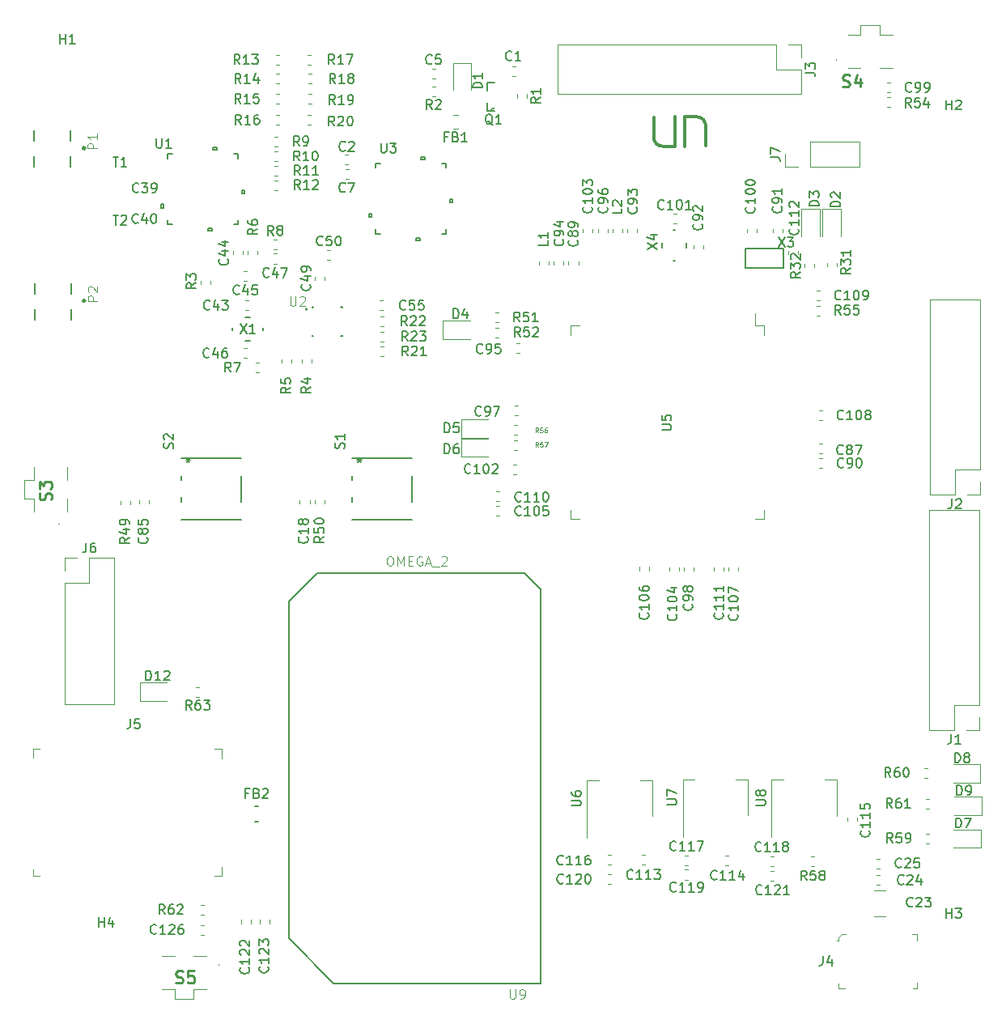
<source format=gbr>
G04 #@! TF.GenerationSoftware,KiCad,Pcbnew,6.0.0-unknown-813de6a~100~ubuntu18.04.1*
G04 #@! TF.CreationDate,2019-06-08T23:41:29-05:00*
G04 #@! TF.ProjectId,shield_SDR_UN,73686965-6c64-45f5-9344-525f554e2e6b,rev?*
G04 #@! TF.SameCoordinates,Original*
G04 #@! TF.FileFunction,Legend,Top*
G04 #@! TF.FilePolarity,Positive*
%FSLAX46Y46*%
G04 Gerber Fmt 4.6, Leading zero omitted, Abs format (unit mm)*
G04 Created by KiCad (PCBNEW 6.0.0-unknown-813de6a~100~ubuntu18.04.1) date 2019-06-08 23:41:29*
%MOMM*%
%LPD*%
G04 APERTURE LIST*
%ADD10C,0.350000*%
%ADD11C,0.300000*%
%ADD12C,0.127000*%
%ADD13C,0.152400*%
%ADD14C,0.120000*%
%ADD15C,0.100000*%
%ADD16C,0.203200*%
%ADD17C,0.200000*%
%ADD18C,0.150000*%
%ADD19C,0.050000*%
%ADD20C,0.254000*%
G04 APERTURE END LIST*
D10*
X135700000Y-49750000D02*
X135700000Y-47650000D01*
X134750000Y-46700000D02*
X133475000Y-46700000D01*
X134761242Y-46699765D02*
G75*
G02X135699999Y-47649999I13758J-925235D01*
G01*
X133475000Y-46700000D02*
X133475000Y-49775000D01*
X132475000Y-49775000D02*
X132475000Y-46700000D01*
X131200000Y-49775000D02*
X132475000Y-49775000D01*
X131188758Y-49775235D02*
G75*
G02X130250001Y-48825001I-13758J925235D01*
G01*
X130250000Y-46725000D02*
X130250000Y-48825000D01*
D11*
X70758000Y-65937000D02*
G75*
G03X70758000Y-65937000I-100000J0D01*
G01*
D12*
X69290000Y-64110000D02*
X69290000Y-65210000D01*
X69290000Y-66810000D02*
X69290000Y-67910000D01*
X65490000Y-64110000D02*
X65490000Y-65210000D01*
X65490000Y-66810000D02*
X65490000Y-67910000D01*
D11*
X70738000Y-49967000D02*
G75*
G03X70738000Y-49967000I-100000J0D01*
G01*
D12*
X69270000Y-48140000D02*
X69270000Y-49240000D01*
X69270000Y-50840000D02*
X69270000Y-51940000D01*
X65470000Y-48140000D02*
X65470000Y-49240000D01*
X65470000Y-50840000D02*
X65470000Y-51940000D01*
D13*
X87077900Y-82372100D02*
X80829500Y-82372100D01*
X80829500Y-84229197D02*
X80829500Y-84718703D01*
X80829500Y-88823700D02*
X87077900Y-88823700D01*
X87077900Y-86966603D02*
X87077900Y-84229197D01*
X80829500Y-86477097D02*
X80829500Y-86966603D01*
X104977900Y-82372100D02*
X98729500Y-82372100D01*
X98729500Y-84229197D02*
X98729500Y-84718703D01*
X98729500Y-88823700D02*
X104977900Y-88823700D01*
X104977900Y-86966603D02*
X104977900Y-84229197D01*
X98729500Y-86477097D02*
X98729500Y-86966603D01*
D14*
X144030000Y-51930000D02*
X144030000Y-50600000D01*
X145360000Y-51930000D02*
X144030000Y-51930000D01*
X146630000Y-51930000D02*
X146630000Y-49270000D01*
X146630000Y-49270000D02*
X151770000Y-49270000D01*
X146630000Y-51930000D02*
X151770000Y-51930000D01*
X151770000Y-51930000D02*
X151770000Y-49270000D01*
X115916267Y-83056000D02*
X115573733Y-83056000D01*
X115916267Y-84076000D02*
X115573733Y-84076000D01*
X153528733Y-125310000D02*
X153871267Y-125310000D01*
X153528733Y-124290000D02*
X153871267Y-124290000D01*
X153528733Y-127010000D02*
X153871267Y-127010000D01*
X153528733Y-125990000D02*
X153871267Y-125990000D01*
X153297936Y-130360000D02*
X154502064Y-130360000D01*
X153297936Y-127640000D02*
X154502064Y-127640000D01*
X140842000Y-68565000D02*
X140842000Y-67275000D01*
X141792000Y-68565000D02*
X140842000Y-68565000D01*
X141792000Y-69515000D02*
X141792000Y-68565000D01*
X141792000Y-88785000D02*
X140842000Y-88785000D01*
X141792000Y-87835000D02*
X141792000Y-88785000D01*
X121572000Y-68565000D02*
X122522000Y-68565000D01*
X121572000Y-69515000D02*
X121572000Y-68565000D01*
X121572000Y-88785000D02*
X122522000Y-88785000D01*
X121572000Y-87835000D02*
X121572000Y-88785000D01*
D12*
X118460000Y-96120000D02*
X118460000Y-137320000D01*
X116760000Y-94420000D02*
X118460000Y-96120000D01*
X95060000Y-94420000D02*
X116760000Y-94420000D01*
X92060000Y-97420000D02*
X95060000Y-94420000D01*
X92060000Y-132620000D02*
X92060000Y-97420000D01*
X96760000Y-137320000D02*
X92060000Y-132620000D01*
X118460000Y-137320000D02*
X96760000Y-137320000D01*
D15*
X85075000Y-126115000D02*
X84350000Y-126115000D01*
X85075000Y-125165000D02*
X85075000Y-126115000D01*
X85075000Y-112765000D02*
X84275000Y-112765000D01*
X85075000Y-113790000D02*
X85075000Y-112765000D01*
X65375000Y-126115000D02*
X65375000Y-125415000D01*
X66025000Y-126115000D02*
X65375000Y-126115000D01*
X65375000Y-112765000D02*
X66050000Y-112765000D01*
X65375000Y-113740000D02*
X65375000Y-112765000D01*
D14*
X95810000Y-87121267D02*
X95810000Y-86778733D01*
X94790000Y-87121267D02*
X94790000Y-86778733D01*
X94260000Y-87121267D02*
X94260000Y-86778733D01*
X93240000Y-87121267D02*
X93240000Y-86778733D01*
X164485000Y-121240000D02*
X161625000Y-121240000D01*
X164485000Y-123160000D02*
X164485000Y-121240000D01*
X161625000Y-123160000D02*
X164485000Y-123160000D01*
X107048733Y-42680000D02*
X107391267Y-42680000D01*
X107048733Y-41660000D02*
X107391267Y-41660000D01*
D16*
X89400200Y-68790940D02*
X89400200Y-68989060D01*
X86199800Y-68790940D02*
X86199800Y-68989060D01*
X88048920Y-67640320D02*
X87551080Y-67640320D01*
X88048920Y-70139680D02*
X87551080Y-70139680D01*
D14*
X142590000Y-122050000D02*
X142590000Y-116040000D01*
X149410000Y-119800000D02*
X149410000Y-116040000D01*
X142590000Y-116040000D02*
X143850000Y-116040000D01*
X149410000Y-116040000D02*
X148150000Y-116040000D01*
X133290000Y-122000000D02*
X133290000Y-115990000D01*
X140110000Y-119750000D02*
X140110000Y-115990000D01*
X133290000Y-115990000D02*
X134550000Y-115990000D01*
X140110000Y-115990000D02*
X138850000Y-115990000D01*
X123290000Y-122100000D02*
X123290000Y-116090000D01*
X130110000Y-119850000D02*
X130110000Y-116090000D01*
X123290000Y-116090000D02*
X124550000Y-116090000D01*
X130110000Y-116090000D02*
X128850000Y-116090000D01*
D13*
X106290500Y-51130001D02*
X105909500Y-51130001D01*
X106290500Y-50876001D02*
X106290500Y-51130001D01*
X105909500Y-50876001D02*
X106290500Y-50876001D01*
X105909500Y-51130001D02*
X105909500Y-50876001D01*
X108959999Y-55299499D02*
X109213999Y-55299499D01*
X108959999Y-55680500D02*
X108959999Y-55299499D01*
X109213999Y-55680500D02*
X108959999Y-55680500D01*
X109213999Y-55299499D02*
X109213999Y-55680500D01*
X105790501Y-59349999D02*
X105409501Y-59349999D01*
X105790501Y-59603999D02*
X105790501Y-59349999D01*
X105409501Y-59603999D02*
X105790501Y-59603999D01*
X105409501Y-59349999D02*
X105409501Y-59603999D01*
X100740001Y-56799499D02*
X100486001Y-56799499D01*
X100740001Y-57180499D02*
X100740001Y-56799499D01*
X100486001Y-57180499D02*
X100740001Y-57180499D01*
X100486001Y-56799499D02*
X100486001Y-57180499D01*
X101634860Y-51557000D02*
X101167000Y-51557000D01*
X108533000Y-52024860D02*
X108533000Y-51557000D01*
X108065140Y-58923000D02*
X108533000Y-58923000D01*
X101167000Y-58455140D02*
X101167000Y-58923000D01*
X101167000Y-51557000D02*
X101167000Y-52024860D01*
X108533000Y-51557000D02*
X108065140Y-51557000D01*
X108533000Y-58923000D02*
X108533000Y-58455140D01*
X101167000Y-58923000D02*
X101634860Y-58923000D01*
D17*
X94025000Y-66830000D02*
G75*
G03X94025000Y-66830000I-100000J0D01*
G01*
D12*
X97650000Y-69640000D02*
X97550000Y-69640000D01*
X97650000Y-66540000D02*
X97550000Y-66540000D01*
X94550000Y-69640000D02*
X94650000Y-69640000D01*
X94550000Y-66540000D02*
X94650000Y-66540000D01*
X97650000Y-69640000D02*
X97650000Y-69540000D01*
X97650000Y-66540000D02*
X97650000Y-66640000D01*
X94550000Y-69640000D02*
X94550000Y-69540000D01*
X94550000Y-66540000D02*
X94550000Y-66640000D01*
D13*
X84540500Y-50180001D02*
X84159500Y-50180001D01*
X84540500Y-49926001D02*
X84540500Y-50180001D01*
X84159500Y-49926001D02*
X84540500Y-49926001D01*
X84159500Y-50180001D02*
X84159500Y-49926001D01*
X87209999Y-54349499D02*
X87463999Y-54349499D01*
X87209999Y-54730500D02*
X87209999Y-54349499D01*
X87463999Y-54730500D02*
X87209999Y-54730500D01*
X87463999Y-54349499D02*
X87463999Y-54730500D01*
X84040501Y-58399999D02*
X83659501Y-58399999D01*
X84040501Y-58653999D02*
X84040501Y-58399999D01*
X83659501Y-58653999D02*
X84040501Y-58653999D01*
X83659501Y-58399999D02*
X83659501Y-58653999D01*
X78990001Y-55849499D02*
X78736001Y-55849499D01*
X78990001Y-56230499D02*
X78990001Y-55849499D01*
X78736001Y-56230499D02*
X78990001Y-56230499D01*
X78736001Y-55849499D02*
X78736001Y-56230499D01*
X79884860Y-50607000D02*
X79417000Y-50607000D01*
X86783000Y-51074860D02*
X86783000Y-50607000D01*
X86315140Y-57973000D02*
X86783000Y-57973000D01*
X79417000Y-57505140D02*
X79417000Y-57973000D01*
X79417000Y-50607000D02*
X79417000Y-51074860D01*
X86783000Y-50607000D02*
X86315140Y-50607000D01*
X86783000Y-57973000D02*
X86783000Y-57505140D01*
X79417000Y-57973000D02*
X79884860Y-57973000D01*
D15*
X84725000Y-135340000D02*
G75*
G03X84725000Y-135440000I0J-50000D01*
G01*
X84725000Y-135440000D02*
G75*
G03X84725000Y-135340000I0J50000D01*
G01*
X84725000Y-135440000D02*
X84725000Y-135440000D01*
X84725000Y-135340000D02*
X84725000Y-135340000D01*
X82125000Y-134490000D02*
X83475000Y-134490000D01*
X78775000Y-134490000D02*
X80125000Y-134490000D01*
X82125000Y-137990000D02*
X83475000Y-137990000D01*
X82125000Y-138990000D02*
X82125000Y-137990000D01*
X80125000Y-138990000D02*
X82125000Y-138990000D01*
X80125000Y-137990000D02*
X80125000Y-138990000D01*
X78775000Y-137990000D02*
X80125000Y-137990000D01*
X68080000Y-89275000D02*
G75*
G03X67980000Y-89275000I-50000J0D01*
G01*
X67980000Y-89275000D02*
G75*
G03X68080000Y-89275000I50000J0D01*
G01*
X67980000Y-89275000D02*
X67980000Y-89275000D01*
X68080000Y-89275000D02*
X68080000Y-89275000D01*
X68930000Y-86675000D02*
X68930000Y-88025000D01*
X68930000Y-83325000D02*
X68930000Y-84675000D01*
X65430000Y-86675000D02*
X65430000Y-88025000D01*
X64430000Y-86675000D02*
X65430000Y-86675000D01*
X64430000Y-84675000D02*
X64430000Y-86675000D01*
X65430000Y-84675000D02*
X64430000Y-84675000D01*
X65430000Y-83325000D02*
X65430000Y-84675000D01*
D14*
X82721267Y-106330000D02*
X82378733Y-106330000D01*
X82721267Y-107350000D02*
X82378733Y-107350000D01*
X82878733Y-130150000D02*
X83221267Y-130150000D01*
X82878733Y-129130000D02*
X83221267Y-129130000D01*
X158693733Y-119070000D02*
X159036267Y-119070000D01*
X158693733Y-118050000D02*
X159036267Y-118050000D01*
X158593733Y-115890000D02*
X158936267Y-115890000D01*
X158593733Y-114870000D02*
X158936267Y-114870000D01*
X158733733Y-122720000D02*
X159076267Y-122720000D01*
X158733733Y-121700000D02*
X159076267Y-121700000D01*
X146728733Y-125110000D02*
X147071267Y-125110000D01*
X146728733Y-124090000D02*
X147071267Y-124090000D01*
X114056267Y-68800000D02*
X113713733Y-68800000D01*
X114056267Y-69820000D02*
X113713733Y-69820000D01*
X113703733Y-68170000D02*
X114046267Y-68170000D01*
X113703733Y-67150000D02*
X114046267Y-67150000D01*
X75510000Y-87221267D02*
X75510000Y-86878733D01*
X74490000Y-87221267D02*
X74490000Y-86878733D01*
X147050000Y-62416267D02*
X147050000Y-62073733D01*
X146030000Y-62416267D02*
X146030000Y-62073733D01*
X149410000Y-62356267D02*
X149410000Y-62013733D01*
X148390000Y-62356267D02*
X148390000Y-62013733D01*
X101971267Y-69180000D02*
X101628733Y-69180000D01*
X101971267Y-70200000D02*
X101628733Y-70200000D01*
X101971267Y-67580000D02*
X101628733Y-67580000D01*
X101971267Y-68600000D02*
X101628733Y-68600000D01*
X101971267Y-70730000D02*
X101628733Y-70730000D01*
X101971267Y-71750000D02*
X101628733Y-71750000D01*
X94078733Y-47550000D02*
X94421267Y-47550000D01*
X94078733Y-46530000D02*
X94421267Y-46530000D01*
X94128733Y-45350000D02*
X94471267Y-45350000D01*
X94128733Y-44330000D02*
X94471267Y-44330000D01*
X94128733Y-43250000D02*
X94471267Y-43250000D01*
X94128733Y-42230000D02*
X94471267Y-42230000D01*
X94028733Y-41250000D02*
X94371267Y-41250000D01*
X94028733Y-40230000D02*
X94371267Y-40230000D01*
X90778733Y-47550000D02*
X91121267Y-47550000D01*
X90778733Y-46530000D02*
X91121267Y-46530000D01*
X90778733Y-45350000D02*
X91121267Y-45350000D01*
X90778733Y-44330000D02*
X91121267Y-44330000D01*
X90778733Y-43250000D02*
X91121267Y-43250000D01*
X90778733Y-42230000D02*
X91121267Y-42230000D01*
X90728733Y-41250000D02*
X91071267Y-41250000D01*
X90728733Y-40230000D02*
X91071267Y-40230000D01*
X90578733Y-54350000D02*
X90921267Y-54350000D01*
X90578733Y-53330000D02*
X90921267Y-53330000D01*
X90578733Y-52850000D02*
X90921267Y-52850000D01*
X90578733Y-51830000D02*
X90921267Y-51830000D01*
X90578733Y-51350000D02*
X90921267Y-51350000D01*
X90578733Y-50330000D02*
X90921267Y-50330000D01*
X90578733Y-49850000D02*
X90921267Y-49850000D01*
X90578733Y-48830000D02*
X90921267Y-48830000D01*
X90821267Y-59530000D02*
X90478733Y-59530000D01*
X90821267Y-60550000D02*
X90478733Y-60550000D01*
X88613733Y-73440000D02*
X88956267Y-73440000D01*
X88613733Y-72420000D02*
X88956267Y-72420000D01*
X87740000Y-60768733D02*
X87740000Y-61111267D01*
X88760000Y-60768733D02*
X88760000Y-61111267D01*
X92320000Y-72406267D02*
X92320000Y-72063733D01*
X91300000Y-72406267D02*
X91300000Y-72063733D01*
X94440000Y-72381267D02*
X94440000Y-72038733D01*
X93420000Y-72381267D02*
X93420000Y-72038733D01*
X82860000Y-63838733D02*
X82860000Y-64181267D01*
X83880000Y-63838733D02*
X83880000Y-64181267D01*
X107391267Y-43510000D02*
X107048733Y-43510000D01*
X107391267Y-44530000D02*
X107048733Y-44530000D01*
X116010000Y-44348733D02*
X116010000Y-44691267D01*
X117030000Y-44348733D02*
X117030000Y-44691267D01*
D13*
X112808800Y-45229600D02*
X112808800Y-46118600D01*
X113621600Y-43121400D02*
X112808800Y-43121400D01*
X112808800Y-43121400D02*
X112808800Y-44010400D01*
X112808800Y-46118600D02*
X113215200Y-46118600D01*
X113215200Y-46118600D02*
X113621600Y-46118600D01*
X113215196Y-46118604D02*
G75*
G02X113545400Y-45813800I304753J1114D01*
G01*
D14*
X68620000Y-92810000D02*
X69950000Y-92810000D01*
X68620000Y-94140000D02*
X68620000Y-92810000D01*
X71220000Y-92810000D02*
X73820000Y-92810000D01*
X71220000Y-95410000D02*
X71220000Y-92810000D01*
X68620000Y-95410000D02*
X71220000Y-95410000D01*
X73820000Y-92810000D02*
X73820000Y-108170000D01*
X68620000Y-95410000D02*
X68620000Y-108170000D01*
X68620000Y-108170000D02*
X73820000Y-108170000D01*
D15*
X149590000Y-132840000D02*
X149440000Y-132840000D01*
X149590000Y-132540000D02*
X149590000Y-132840000D01*
X149890000Y-132190000D02*
X149590000Y-132540000D01*
X150340000Y-132190000D02*
X149890000Y-132190000D01*
X157790000Y-132190000D02*
X157790000Y-132890000D01*
X157290000Y-132190000D02*
X157790000Y-132190000D01*
X157790000Y-137890000D02*
X157390000Y-137890000D01*
X157790000Y-137290000D02*
X157790000Y-137890000D01*
X149590000Y-137890000D02*
X150240000Y-137890000D01*
X149590000Y-137340000D02*
X149590000Y-137890000D01*
D14*
X164370000Y-86230000D02*
X163040000Y-86230000D01*
X164370000Y-84900000D02*
X164370000Y-86230000D01*
X161770000Y-86230000D02*
X159170000Y-86230000D01*
X161770000Y-83630000D02*
X161770000Y-86230000D01*
X164370000Y-83630000D02*
X161770000Y-83630000D01*
X159170000Y-86230000D02*
X159170000Y-65790000D01*
X164370000Y-83630000D02*
X164370000Y-65790000D01*
X164370000Y-65790000D02*
X159170000Y-65790000D01*
X164306000Y-110816000D02*
X162976000Y-110816000D01*
X164306000Y-109486000D02*
X164306000Y-110816000D01*
X161706000Y-110816000D02*
X159106000Y-110816000D01*
X161706000Y-108216000D02*
X161706000Y-110816000D01*
X164306000Y-108216000D02*
X161706000Y-108216000D01*
X159106000Y-110816000D02*
X159106000Y-87836000D01*
X164306000Y-108216000D02*
X164306000Y-87836000D01*
X164306000Y-87836000D02*
X159106000Y-87836000D01*
D13*
X89570900Y-117730400D02*
G75*
G03X89570900Y-117730400I-76200J0D01*
G01*
X88882560Y-118784500D02*
X88557440Y-118784500D01*
X88557440Y-120435500D02*
X88882560Y-120435500D01*
D14*
X109781252Y-46510000D02*
X109258748Y-46510000D01*
X109781252Y-47930000D02*
X109258748Y-47930000D01*
X76490000Y-107800000D02*
X79350000Y-107800000D01*
X76490000Y-105880000D02*
X76490000Y-107800000D01*
X79350000Y-105880000D02*
X76490000Y-105880000D01*
X164575000Y-117830000D02*
X161715000Y-117830000D01*
X164575000Y-119750000D02*
X164575000Y-117830000D01*
X161715000Y-119750000D02*
X164575000Y-119750000D01*
X164445000Y-114420000D02*
X161585000Y-114420000D01*
X164445000Y-116340000D02*
X164445000Y-114420000D01*
X161585000Y-116340000D02*
X164445000Y-116340000D01*
X108165000Y-69940000D02*
X111025000Y-69940000D01*
X108165000Y-68020000D02*
X108165000Y-69940000D01*
X111025000Y-68020000D02*
X108165000Y-68020000D01*
X145680000Y-56345000D02*
X145680000Y-59205000D01*
X147600000Y-56345000D02*
X145680000Y-56345000D01*
X147600000Y-59205000D02*
X147600000Y-56345000D01*
X147910000Y-56345000D02*
X147910000Y-59205000D01*
X149830000Y-56345000D02*
X147910000Y-56345000D01*
X149830000Y-59205000D02*
X149830000Y-56345000D01*
X109260000Y-41060000D02*
X109260000Y-43920000D01*
X111180000Y-41060000D02*
X109260000Y-41060000D01*
X111180000Y-43920000D02*
X111180000Y-41060000D01*
X83221267Y-131230000D02*
X82878733Y-131230000D01*
X83221267Y-132250000D02*
X82878733Y-132250000D01*
X89010000Y-130708733D02*
X89010000Y-131051267D01*
X90030000Y-130708733D02*
X90030000Y-131051267D01*
X87110000Y-130708733D02*
X87110000Y-131051267D01*
X88130000Y-130708733D02*
X88130000Y-131051267D01*
X142851267Y-125580000D02*
X142508733Y-125580000D01*
X142851267Y-126600000D02*
X142508733Y-126600000D01*
X125771267Y-125890000D02*
X125428733Y-125890000D01*
X125771267Y-126910000D02*
X125428733Y-126910000D01*
X133856267Y-125460000D02*
X133513733Y-125460000D01*
X133856267Y-126480000D02*
X133513733Y-126480000D01*
X142851267Y-124070000D02*
X142508733Y-124070000D01*
X142851267Y-125090000D02*
X142508733Y-125090000D01*
X133861267Y-123950000D02*
X133518733Y-123950000D01*
X133861267Y-124970000D02*
X133518733Y-124970000D01*
X125771267Y-123890000D02*
X125428733Y-123890000D01*
X125771267Y-124910000D02*
X125428733Y-124910000D01*
X151510000Y-120371267D02*
X151510000Y-120028733D01*
X150490000Y-120371267D02*
X150490000Y-120028733D01*
X137728733Y-125010000D02*
X138071267Y-125010000D01*
X137728733Y-123990000D02*
X138071267Y-123990000D01*
X129028733Y-124910000D02*
X129371267Y-124910000D01*
X129028733Y-123890000D02*
X129371267Y-123890000D01*
X77460000Y-87171267D02*
X77460000Y-86828733D01*
X76440000Y-87171267D02*
X76440000Y-86828733D01*
X101578733Y-66950000D02*
X101921267Y-66950000D01*
X101578733Y-65930000D02*
X101921267Y-65930000D01*
X96103733Y-61670000D02*
X96446267Y-61670000D01*
X96103733Y-60650000D02*
X96446267Y-60650000D01*
X95860000Y-63761267D02*
X95860000Y-63418733D01*
X94840000Y-63761267D02*
X94840000Y-63418733D01*
X90478733Y-62050000D02*
X90821267Y-62050000D01*
X90478733Y-61030000D02*
X90821267Y-61030000D01*
X87378733Y-71950000D02*
X87721267Y-71950000D01*
X87378733Y-70930000D02*
X87721267Y-70930000D01*
X87378733Y-63850000D02*
X87721267Y-63850000D01*
X87378733Y-62830000D02*
X87721267Y-62830000D01*
X87260000Y-61111267D02*
X87260000Y-60768733D01*
X86240000Y-61111267D02*
X86240000Y-60768733D01*
X87871267Y-65930000D02*
X87528733Y-65930000D01*
X87871267Y-66950000D02*
X87528733Y-66950000D01*
X98346267Y-52155000D02*
X98003733Y-52155000D01*
X98346267Y-53175000D02*
X98003733Y-53175000D01*
X98321267Y-50630000D02*
X97978733Y-50630000D01*
X98321267Y-51650000D02*
X97978733Y-51650000D01*
X115791267Y-41410000D02*
X115448733Y-41410000D01*
X115791267Y-42430000D02*
X115448733Y-42430000D01*
D16*
X132479160Y-61710020D02*
X132281040Y-61710020D01*
X132479160Y-58509620D02*
X132281040Y-58509620D01*
X133629780Y-60358740D02*
X133629780Y-59860900D01*
X131130420Y-60358740D02*
X131130420Y-59860900D01*
D18*
X139870000Y-62520000D02*
X139870000Y-60520000D01*
X139870000Y-62520000D02*
X143870000Y-62520000D01*
X143870000Y-62520000D02*
X143870000Y-60520000D01*
X143870000Y-60520000D02*
X139870000Y-60520000D01*
D15*
X149315000Y-40748000D02*
G75*
G03X149315000Y-40648000I0J50000D01*
G01*
X149315000Y-40648000D02*
G75*
G03X149315000Y-40748000I0J-50000D01*
G01*
X149315000Y-40648000D02*
X149315000Y-40648000D01*
X149315000Y-40748000D02*
X149315000Y-40748000D01*
X151915000Y-41598000D02*
X150565000Y-41598000D01*
X155265000Y-41598000D02*
X153915000Y-41598000D01*
X151915000Y-38098000D02*
X150565000Y-38098000D01*
X151915000Y-37098000D02*
X151915000Y-38098000D01*
X153915000Y-37098000D02*
X151915000Y-37098000D01*
X153915000Y-38098000D02*
X153915000Y-37098000D01*
X155265000Y-38098000D02*
X153915000Y-38098000D01*
D14*
X115988267Y-80544000D02*
X115645733Y-80544000D01*
X115988267Y-81564000D02*
X115645733Y-81564000D01*
X115988267Y-78944000D02*
X115645733Y-78944000D01*
X115988267Y-79964000D02*
X115645733Y-79964000D01*
X147273733Y-67470000D02*
X147616267Y-67470000D01*
X147273733Y-66450000D02*
X147616267Y-66450000D01*
X154993267Y-44680000D02*
X154650733Y-44680000D01*
X154993267Y-45700000D02*
X154650733Y-45700000D01*
X126990000Y-58776267D02*
X126990000Y-58433733D01*
X125970000Y-58776267D02*
X125970000Y-58433733D01*
X118240000Y-61813733D02*
X118240000Y-62156267D01*
X119260000Y-61813733D02*
X119260000Y-62156267D01*
X145690000Y-39150000D02*
X145690000Y-40480000D01*
X144360000Y-39150000D02*
X145690000Y-39150000D01*
X145690000Y-41750000D02*
X145690000Y-44350000D01*
X143090000Y-41750000D02*
X145690000Y-41750000D01*
X143090000Y-39150000D02*
X143090000Y-41750000D01*
X145690000Y-44350000D02*
X120170000Y-44350000D01*
X143090000Y-39150000D02*
X120170000Y-39150000D01*
X120170000Y-39150000D02*
X120170000Y-44350000D01*
X110107000Y-82264000D02*
X112967000Y-82264000D01*
X110107000Y-80344000D02*
X110107000Y-82264000D01*
X112967000Y-80344000D02*
X110107000Y-80344000D01*
X110107000Y-80264000D02*
X112967000Y-80264000D01*
X110107000Y-78344000D02*
X110107000Y-80264000D01*
X112967000Y-78344000D02*
X110107000Y-78344000D01*
X145370000Y-61066267D02*
X145370000Y-60723733D01*
X144350000Y-61066267D02*
X144350000Y-60723733D01*
X137580000Y-94141267D02*
X137580000Y-93798733D01*
X136560000Y-94141267D02*
X136560000Y-93798733D01*
X113803733Y-86910000D02*
X114146267Y-86910000D01*
X113803733Y-85890000D02*
X114146267Y-85890000D01*
X147283733Y-65940000D02*
X147626267Y-65940000D01*
X147283733Y-64920000D02*
X147626267Y-64920000D01*
X147513733Y-78420000D02*
X147856267Y-78420000D01*
X147513733Y-77400000D02*
X147856267Y-77400000D01*
X138110000Y-93798733D02*
X138110000Y-94141267D01*
X139130000Y-93798733D02*
X139130000Y-94141267D01*
X128780000Y-93793733D02*
X128780000Y-94136267D01*
X129800000Y-93793733D02*
X129800000Y-94136267D01*
X114146267Y-87440000D02*
X113803733Y-87440000D01*
X114146267Y-88460000D02*
X113803733Y-88460000D01*
X131870000Y-93798733D02*
X131870000Y-94141267D01*
X132890000Y-93798733D02*
X132890000Y-94141267D01*
X123890000Y-58751267D02*
X123890000Y-58408733D01*
X122870000Y-58751267D02*
X122870000Y-58408733D01*
X132283733Y-57830000D02*
X132626267Y-57830000D01*
X132283733Y-56810000D02*
X132626267Y-56810000D01*
X141030000Y-58826267D02*
X141030000Y-58483733D01*
X140010000Y-58826267D02*
X140010000Y-58483733D01*
X154650733Y-44176000D02*
X154993267Y-44176000D01*
X154650733Y-43156000D02*
X154993267Y-43156000D01*
X133420000Y-93798733D02*
X133420000Y-94141267D01*
X134440000Y-93798733D02*
X134440000Y-94141267D01*
X116096267Y-76915000D02*
X115753733Y-76915000D01*
X116096267Y-77935000D02*
X115753733Y-77935000D01*
X125440000Y-58776267D02*
X125440000Y-58433733D01*
X124420000Y-58776267D02*
X124420000Y-58433733D01*
X116221267Y-70410000D02*
X115878733Y-70410000D01*
X116221267Y-71430000D02*
X115878733Y-71430000D01*
X120770000Y-62151267D02*
X120770000Y-61808733D01*
X119750000Y-62151267D02*
X119750000Y-61808733D01*
X128490000Y-58776267D02*
X128490000Y-58433733D01*
X127470000Y-58776267D02*
X127470000Y-58433733D01*
X135420000Y-60506267D02*
X135420000Y-60163733D01*
X134400000Y-60506267D02*
X134400000Y-60163733D01*
X143730000Y-58806267D02*
X143730000Y-58463733D01*
X142710000Y-58806267D02*
X142710000Y-58463733D01*
X147518733Y-83420000D02*
X147861267Y-83420000D01*
X147518733Y-82400000D02*
X147861267Y-82400000D01*
X122370000Y-62176267D02*
X122370000Y-61833733D01*
X121350000Y-62176267D02*
X121350000Y-61833733D01*
X147513733Y-81930000D02*
X147856267Y-81930000D01*
X147513733Y-80910000D02*
X147856267Y-80910000D01*
D19*
X72071525Y-65978053D02*
X71070565Y-65978053D01*
X71070565Y-65596735D01*
X71118230Y-65501406D01*
X71165894Y-65453741D01*
X71261224Y-65406076D01*
X71404218Y-65406076D01*
X71499548Y-65453741D01*
X71547212Y-65501406D01*
X71594877Y-65596735D01*
X71594877Y-65978053D01*
X71165894Y-65024758D02*
X71118230Y-64977093D01*
X71070565Y-64881764D01*
X71070565Y-64643440D01*
X71118230Y-64548110D01*
X71165894Y-64500446D01*
X71261224Y-64452781D01*
X71356553Y-64452781D01*
X71499548Y-64500446D01*
X72071525Y-65072423D01*
X72071525Y-64452781D01*
X72051525Y-50008053D02*
X71050565Y-50008053D01*
X71050565Y-49626735D01*
X71098230Y-49531406D01*
X71145894Y-49483741D01*
X71241224Y-49436076D01*
X71384218Y-49436076D01*
X71479548Y-49483741D01*
X71527212Y-49531406D01*
X71574877Y-49626735D01*
X71574877Y-50008053D01*
X72051525Y-48482781D02*
X72051525Y-49054758D01*
X72051525Y-48768770D02*
X71050565Y-48768770D01*
X71193559Y-48864099D01*
X71288889Y-48959429D01*
X71336553Y-49054758D01*
D18*
X79954761Y-81391904D02*
X80002380Y-81249047D01*
X80002380Y-81010952D01*
X79954761Y-80915714D01*
X79907142Y-80868095D01*
X79811904Y-80820476D01*
X79716666Y-80820476D01*
X79621428Y-80868095D01*
X79573809Y-80915714D01*
X79526190Y-81010952D01*
X79478571Y-81201428D01*
X79430952Y-81296666D01*
X79383333Y-81344285D01*
X79288095Y-81391904D01*
X79192857Y-81391904D01*
X79097619Y-81344285D01*
X79050000Y-81296666D01*
X79002380Y-81201428D01*
X79002380Y-80963333D01*
X79050000Y-80820476D01*
X79097619Y-80439523D02*
X79050000Y-80391904D01*
X79002380Y-80296666D01*
X79002380Y-80058571D01*
X79050000Y-79963333D01*
X79097619Y-79915714D01*
X79192857Y-79868095D01*
X79288095Y-79868095D01*
X79430952Y-79915714D01*
X80002380Y-80487142D01*
X80002380Y-79868095D01*
X81553400Y-82421380D02*
X81553400Y-82659476D01*
X81315304Y-82564238D02*
X81553400Y-82659476D01*
X81791495Y-82564238D01*
X81410542Y-82849952D02*
X81553400Y-82659476D01*
X81696257Y-82849952D01*
X97854761Y-81391904D02*
X97902380Y-81249047D01*
X97902380Y-81010952D01*
X97854761Y-80915714D01*
X97807142Y-80868095D01*
X97711904Y-80820476D01*
X97616666Y-80820476D01*
X97521428Y-80868095D01*
X97473809Y-80915714D01*
X97426190Y-81010952D01*
X97378571Y-81201428D01*
X97330952Y-81296666D01*
X97283333Y-81344285D01*
X97188095Y-81391904D01*
X97092857Y-81391904D01*
X96997619Y-81344285D01*
X96950000Y-81296666D01*
X96902380Y-81201428D01*
X96902380Y-80963333D01*
X96950000Y-80820476D01*
X97902380Y-79868095D02*
X97902380Y-80439523D01*
X97902380Y-80153809D02*
X96902380Y-80153809D01*
X97045238Y-80249047D01*
X97140476Y-80344285D01*
X97188095Y-80439523D01*
X99453400Y-82421380D02*
X99453400Y-82659476D01*
X99215304Y-82564238D02*
X99453400Y-82659476D01*
X99691495Y-82564238D01*
X99310542Y-82849952D02*
X99453400Y-82659476D01*
X99596257Y-82849952D01*
X142482380Y-50933333D02*
X143196666Y-50933333D01*
X143339523Y-50980952D01*
X143434761Y-51076190D01*
X143482380Y-51219047D01*
X143482380Y-51314285D01*
X142482380Y-50552380D02*
X142482380Y-49885714D01*
X143482380Y-50314285D01*
X111095952Y-83903142D02*
X111048333Y-83950761D01*
X110905476Y-83998380D01*
X110810238Y-83998380D01*
X110667380Y-83950761D01*
X110572142Y-83855523D01*
X110524523Y-83760285D01*
X110476904Y-83569809D01*
X110476904Y-83426952D01*
X110524523Y-83236476D01*
X110572142Y-83141238D01*
X110667380Y-83046000D01*
X110810238Y-82998380D01*
X110905476Y-82998380D01*
X111048333Y-83046000D01*
X111095952Y-83093619D01*
X112048333Y-83998380D02*
X111476904Y-83998380D01*
X111762619Y-83998380D02*
X111762619Y-82998380D01*
X111667380Y-83141238D01*
X111572142Y-83236476D01*
X111476904Y-83284095D01*
X112667380Y-82998380D02*
X112762619Y-82998380D01*
X112857857Y-83046000D01*
X112905476Y-83093619D01*
X112953095Y-83188857D01*
X113000714Y-83379333D01*
X113000714Y-83617428D01*
X112953095Y-83807904D01*
X112905476Y-83903142D01*
X112857857Y-83950761D01*
X112762619Y-83998380D01*
X112667380Y-83998380D01*
X112572142Y-83950761D01*
X112524523Y-83903142D01*
X112476904Y-83807904D01*
X112429285Y-83617428D01*
X112429285Y-83379333D01*
X112476904Y-83188857D01*
X112524523Y-83093619D01*
X112572142Y-83046000D01*
X112667380Y-82998380D01*
X113381666Y-83093619D02*
X113429285Y-83046000D01*
X113524523Y-82998380D01*
X113762619Y-82998380D01*
X113857857Y-83046000D01*
X113905476Y-83093619D01*
X113953095Y-83188857D01*
X113953095Y-83284095D01*
X113905476Y-83426952D01*
X113334047Y-83998380D01*
X113953095Y-83998380D01*
X156157142Y-125157142D02*
X156109523Y-125204761D01*
X155966666Y-125252380D01*
X155871428Y-125252380D01*
X155728571Y-125204761D01*
X155633333Y-125109523D01*
X155585714Y-125014285D01*
X155538095Y-124823809D01*
X155538095Y-124680952D01*
X155585714Y-124490476D01*
X155633333Y-124395238D01*
X155728571Y-124300000D01*
X155871428Y-124252380D01*
X155966666Y-124252380D01*
X156109523Y-124300000D01*
X156157142Y-124347619D01*
X156538095Y-124347619D02*
X156585714Y-124300000D01*
X156680952Y-124252380D01*
X156919047Y-124252380D01*
X157014285Y-124300000D01*
X157061904Y-124347619D01*
X157109523Y-124442857D01*
X157109523Y-124538095D01*
X157061904Y-124680952D01*
X156490476Y-125252380D01*
X157109523Y-125252380D01*
X158014285Y-124252380D02*
X157538095Y-124252380D01*
X157490476Y-124728571D01*
X157538095Y-124680952D01*
X157633333Y-124633333D01*
X157871428Y-124633333D01*
X157966666Y-124680952D01*
X158014285Y-124728571D01*
X158061904Y-124823809D01*
X158061904Y-125061904D01*
X158014285Y-125157142D01*
X157966666Y-125204761D01*
X157871428Y-125252380D01*
X157633333Y-125252380D01*
X157538095Y-125204761D01*
X157490476Y-125157142D01*
X156407142Y-126907142D02*
X156359523Y-126954761D01*
X156216666Y-127002380D01*
X156121428Y-127002380D01*
X155978571Y-126954761D01*
X155883333Y-126859523D01*
X155835714Y-126764285D01*
X155788095Y-126573809D01*
X155788095Y-126430952D01*
X155835714Y-126240476D01*
X155883333Y-126145238D01*
X155978571Y-126050000D01*
X156121428Y-126002380D01*
X156216666Y-126002380D01*
X156359523Y-126050000D01*
X156407142Y-126097619D01*
X156788095Y-126097619D02*
X156835714Y-126050000D01*
X156930952Y-126002380D01*
X157169047Y-126002380D01*
X157264285Y-126050000D01*
X157311904Y-126097619D01*
X157359523Y-126192857D01*
X157359523Y-126288095D01*
X157311904Y-126430952D01*
X156740476Y-127002380D01*
X157359523Y-127002380D01*
X158216666Y-126335714D02*
X158216666Y-127002380D01*
X157978571Y-125954761D02*
X157740476Y-126669047D01*
X158359523Y-126669047D01*
X157357142Y-129257142D02*
X157309523Y-129304761D01*
X157166666Y-129352380D01*
X157071428Y-129352380D01*
X156928571Y-129304761D01*
X156833333Y-129209523D01*
X156785714Y-129114285D01*
X156738095Y-128923809D01*
X156738095Y-128780952D01*
X156785714Y-128590476D01*
X156833333Y-128495238D01*
X156928571Y-128400000D01*
X157071428Y-128352380D01*
X157166666Y-128352380D01*
X157309523Y-128400000D01*
X157357142Y-128447619D01*
X157738095Y-128447619D02*
X157785714Y-128400000D01*
X157880952Y-128352380D01*
X158119047Y-128352380D01*
X158214285Y-128400000D01*
X158261904Y-128447619D01*
X158309523Y-128542857D01*
X158309523Y-128638095D01*
X158261904Y-128780952D01*
X157690476Y-129352380D01*
X158309523Y-129352380D01*
X158642857Y-128352380D02*
X159261904Y-128352380D01*
X158928571Y-128733333D01*
X159071428Y-128733333D01*
X159166666Y-128780952D01*
X159214285Y-128828571D01*
X159261904Y-128923809D01*
X159261904Y-129161904D01*
X159214285Y-129257142D01*
X159166666Y-129304761D01*
X159071428Y-129352380D01*
X158785714Y-129352380D01*
X158690476Y-129304761D01*
X158642857Y-129257142D01*
X131092380Y-79461904D02*
X131901904Y-79461904D01*
X131997142Y-79414285D01*
X132044761Y-79366666D01*
X132092380Y-79271428D01*
X132092380Y-79080952D01*
X132044761Y-78985714D01*
X131997142Y-78938095D01*
X131901904Y-78890476D01*
X131092380Y-78890476D01*
X131092380Y-77938095D02*
X131092380Y-78414285D01*
X131568571Y-78461904D01*
X131520952Y-78414285D01*
X131473333Y-78319047D01*
X131473333Y-78080952D01*
X131520952Y-77985714D01*
X131568571Y-77938095D01*
X131663809Y-77890476D01*
X131901904Y-77890476D01*
X131997142Y-77938095D01*
X132044761Y-77985714D01*
X132092380Y-78080952D01*
X132092380Y-78319047D01*
X132044761Y-78414285D01*
X131997142Y-78461904D01*
D19*
X115208280Y-137957970D02*
X115208280Y-138767510D01*
X115255900Y-138862750D01*
X115303520Y-138910370D01*
X115398760Y-138957990D01*
X115589240Y-138957990D01*
X115684480Y-138910370D01*
X115732100Y-138862750D01*
X115779720Y-138767510D01*
X115779720Y-137957970D01*
X116303540Y-138957990D02*
X116494020Y-138957990D01*
X116589260Y-138910370D01*
X116636880Y-138862750D01*
X116732120Y-138719890D01*
X116779740Y-138529410D01*
X116779740Y-138148450D01*
X116732120Y-138053210D01*
X116684500Y-138005590D01*
X116589260Y-137957970D01*
X116398780Y-137957970D01*
X116303540Y-138005590D01*
X116255920Y-138053210D01*
X116208300Y-138148450D01*
X116208300Y-138386550D01*
X116255920Y-138481790D01*
X116303540Y-138529410D01*
X116398780Y-138577030D01*
X116589260Y-138577030D01*
X116684500Y-138529410D01*
X116732120Y-138481790D01*
X116779740Y-138386550D01*
X102589806Y-92664056D02*
X102780638Y-92664056D01*
X102876054Y-92711765D01*
X102971470Y-92807181D01*
X103019179Y-92998013D01*
X103019179Y-93331970D01*
X102971470Y-93522802D01*
X102876054Y-93618218D01*
X102780638Y-93665926D01*
X102589806Y-93665926D01*
X102494390Y-93618218D01*
X102398973Y-93522802D01*
X102351265Y-93331970D01*
X102351265Y-92998013D01*
X102398973Y-92807181D01*
X102494390Y-92711765D01*
X102589806Y-92664056D01*
X103448551Y-93665926D02*
X103448551Y-92664056D01*
X103782508Y-93379678D01*
X104116465Y-92664056D01*
X104116465Y-93665926D01*
X104593546Y-93141137D02*
X104927502Y-93141137D01*
X105070627Y-93665926D02*
X104593546Y-93665926D01*
X104593546Y-92664056D01*
X105070627Y-92664056D01*
X106024789Y-92711765D02*
X105929372Y-92664056D01*
X105786248Y-92664056D01*
X105643124Y-92711765D01*
X105547708Y-92807181D01*
X105500000Y-92902597D01*
X105452291Y-93093429D01*
X105452291Y-93236554D01*
X105500000Y-93427386D01*
X105547708Y-93522802D01*
X105643124Y-93618218D01*
X105786248Y-93665926D01*
X105881664Y-93665926D01*
X106024789Y-93618218D01*
X106072497Y-93570510D01*
X106072497Y-93236554D01*
X105881664Y-93236554D01*
X106454161Y-93379678D02*
X106931242Y-93379678D01*
X106358745Y-93665926D02*
X106692702Y-92664056D01*
X107026659Y-93665926D01*
X107122075Y-93761343D02*
X107885404Y-93761343D01*
X108076237Y-92759473D02*
X108123945Y-92711765D01*
X108219361Y-92664056D01*
X108457901Y-92664056D01*
X108553318Y-92711765D01*
X108601026Y-92759473D01*
X108648734Y-92854889D01*
X108648734Y-92950305D01*
X108601026Y-93093429D01*
X108028529Y-93665926D01*
X108648734Y-93665926D01*
D18*
X75516666Y-109692380D02*
X75516666Y-110406666D01*
X75469047Y-110549523D01*
X75373809Y-110644761D01*
X75230952Y-110692380D01*
X75135714Y-110692380D01*
X76469047Y-109692380D02*
X75992857Y-109692380D01*
X75945238Y-110168571D01*
X75992857Y-110120952D01*
X76088095Y-110073333D01*
X76326190Y-110073333D01*
X76421428Y-110120952D01*
X76469047Y-110168571D01*
X76516666Y-110263809D01*
X76516666Y-110501904D01*
X76469047Y-110597142D01*
X76421428Y-110644761D01*
X76326190Y-110692380D01*
X76088095Y-110692380D01*
X75992857Y-110644761D01*
X75945238Y-110597142D01*
X95752380Y-90612857D02*
X95276190Y-90946190D01*
X95752380Y-91184285D02*
X94752380Y-91184285D01*
X94752380Y-90803333D01*
X94800000Y-90708095D01*
X94847619Y-90660476D01*
X94942857Y-90612857D01*
X95085714Y-90612857D01*
X95180952Y-90660476D01*
X95228571Y-90708095D01*
X95276190Y-90803333D01*
X95276190Y-91184285D01*
X94752380Y-89708095D02*
X94752380Y-90184285D01*
X95228571Y-90231904D01*
X95180952Y-90184285D01*
X95133333Y-90089047D01*
X95133333Y-89850952D01*
X95180952Y-89755714D01*
X95228571Y-89708095D01*
X95323809Y-89660476D01*
X95561904Y-89660476D01*
X95657142Y-89708095D01*
X95704761Y-89755714D01*
X95752380Y-89850952D01*
X95752380Y-90089047D01*
X95704761Y-90184285D01*
X95657142Y-90231904D01*
X94752380Y-89041428D02*
X94752380Y-88946190D01*
X94800000Y-88850952D01*
X94847619Y-88803333D01*
X94942857Y-88755714D01*
X95133333Y-88708095D01*
X95371428Y-88708095D01*
X95561904Y-88755714D01*
X95657142Y-88803333D01*
X95704761Y-88850952D01*
X95752380Y-88946190D01*
X95752380Y-89041428D01*
X95704761Y-89136666D01*
X95657142Y-89184285D01*
X95561904Y-89231904D01*
X95371428Y-89279523D01*
X95133333Y-89279523D01*
X94942857Y-89231904D01*
X94847619Y-89184285D01*
X94800000Y-89136666D01*
X94752380Y-89041428D01*
X93997142Y-90662857D02*
X94044761Y-90710476D01*
X94092380Y-90853333D01*
X94092380Y-90948571D01*
X94044761Y-91091428D01*
X93949523Y-91186666D01*
X93854285Y-91234285D01*
X93663809Y-91281904D01*
X93520952Y-91281904D01*
X93330476Y-91234285D01*
X93235238Y-91186666D01*
X93140000Y-91091428D01*
X93092380Y-90948571D01*
X93092380Y-90853333D01*
X93140000Y-90710476D01*
X93187619Y-90662857D01*
X94092380Y-89710476D02*
X94092380Y-90281904D01*
X94092380Y-89996190D02*
X93092380Y-89996190D01*
X93235238Y-90091428D01*
X93330476Y-90186666D01*
X93378095Y-90281904D01*
X93520952Y-89139047D02*
X93473333Y-89234285D01*
X93425714Y-89281904D01*
X93330476Y-89329523D01*
X93282857Y-89329523D01*
X93187619Y-89281904D01*
X93140000Y-89234285D01*
X93092380Y-89139047D01*
X93092380Y-88948571D01*
X93140000Y-88853333D01*
X93187619Y-88805714D01*
X93282857Y-88758095D01*
X93330476Y-88758095D01*
X93425714Y-88805714D01*
X93473333Y-88853333D01*
X93520952Y-88948571D01*
X93520952Y-89139047D01*
X93568571Y-89234285D01*
X93616190Y-89281904D01*
X93711428Y-89329523D01*
X93901904Y-89329523D01*
X93997142Y-89281904D01*
X94044761Y-89234285D01*
X94092380Y-89139047D01*
X94092380Y-88948571D01*
X94044761Y-88853333D01*
X93997142Y-88805714D01*
X93901904Y-88758095D01*
X93711428Y-88758095D01*
X93616190Y-88805714D01*
X93568571Y-88853333D01*
X93520952Y-88948571D01*
X161861904Y-121052380D02*
X161861904Y-120052380D01*
X162100000Y-120052380D01*
X162242857Y-120100000D01*
X162338095Y-120195238D01*
X162385714Y-120290476D01*
X162433333Y-120480952D01*
X162433333Y-120623809D01*
X162385714Y-120814285D01*
X162338095Y-120909523D01*
X162242857Y-121004761D01*
X162100000Y-121052380D01*
X161861904Y-121052380D01*
X162766666Y-120052380D02*
X163433333Y-120052380D01*
X163004761Y-121052380D01*
X107053333Y-41097142D02*
X107005714Y-41144761D01*
X106862857Y-41192380D01*
X106767619Y-41192380D01*
X106624761Y-41144761D01*
X106529523Y-41049523D01*
X106481904Y-40954285D01*
X106434285Y-40763809D01*
X106434285Y-40620952D01*
X106481904Y-40430476D01*
X106529523Y-40335238D01*
X106624761Y-40240000D01*
X106767619Y-40192380D01*
X106862857Y-40192380D01*
X107005714Y-40240000D01*
X107053333Y-40287619D01*
X107958095Y-40192380D02*
X107481904Y-40192380D01*
X107434285Y-40668571D01*
X107481904Y-40620952D01*
X107577142Y-40573333D01*
X107815238Y-40573333D01*
X107910476Y-40620952D01*
X107958095Y-40668571D01*
X108005714Y-40763809D01*
X108005714Y-41001904D01*
X107958095Y-41097142D01*
X107910476Y-41144761D01*
X107815238Y-41192380D01*
X107577142Y-41192380D01*
X107481904Y-41144761D01*
X107434285Y-41097142D01*
X76327142Y-57747142D02*
X76279523Y-57794761D01*
X76136666Y-57842380D01*
X76041428Y-57842380D01*
X75898571Y-57794761D01*
X75803333Y-57699523D01*
X75755714Y-57604285D01*
X75708095Y-57413809D01*
X75708095Y-57270952D01*
X75755714Y-57080476D01*
X75803333Y-56985238D01*
X75898571Y-56890000D01*
X76041428Y-56842380D01*
X76136666Y-56842380D01*
X76279523Y-56890000D01*
X76327142Y-56937619D01*
X77184285Y-57175714D02*
X77184285Y-57842380D01*
X76946190Y-56794761D02*
X76708095Y-57509047D01*
X77327142Y-57509047D01*
X77898571Y-56842380D02*
X77993809Y-56842380D01*
X78089047Y-56890000D01*
X78136666Y-56937619D01*
X78184285Y-57032857D01*
X78231904Y-57223333D01*
X78231904Y-57461428D01*
X78184285Y-57651904D01*
X78136666Y-57747142D01*
X78089047Y-57794761D01*
X77993809Y-57842380D01*
X77898571Y-57842380D01*
X77803333Y-57794761D01*
X77755714Y-57747142D01*
X77708095Y-57651904D01*
X77660476Y-57461428D01*
X77660476Y-57223333D01*
X77708095Y-57032857D01*
X77755714Y-56937619D01*
X77803333Y-56890000D01*
X77898571Y-56842380D01*
X76357142Y-54527142D02*
X76309523Y-54574761D01*
X76166666Y-54622380D01*
X76071428Y-54622380D01*
X75928571Y-54574761D01*
X75833333Y-54479523D01*
X75785714Y-54384285D01*
X75738095Y-54193809D01*
X75738095Y-54050952D01*
X75785714Y-53860476D01*
X75833333Y-53765238D01*
X75928571Y-53670000D01*
X76071428Y-53622380D01*
X76166666Y-53622380D01*
X76309523Y-53670000D01*
X76357142Y-53717619D01*
X76690476Y-53622380D02*
X77309523Y-53622380D01*
X76976190Y-54003333D01*
X77119047Y-54003333D01*
X77214285Y-54050952D01*
X77261904Y-54098571D01*
X77309523Y-54193809D01*
X77309523Y-54431904D01*
X77261904Y-54527142D01*
X77214285Y-54574761D01*
X77119047Y-54622380D01*
X76833333Y-54622380D01*
X76738095Y-54574761D01*
X76690476Y-54527142D01*
X77785714Y-54622380D02*
X77976190Y-54622380D01*
X78071428Y-54574761D01*
X78119047Y-54527142D01*
X78214285Y-54384285D01*
X78261904Y-54193809D01*
X78261904Y-53812857D01*
X78214285Y-53717619D01*
X78166666Y-53670000D01*
X78071428Y-53622380D01*
X77880952Y-53622380D01*
X77785714Y-53670000D01*
X77738095Y-53717619D01*
X77690476Y-53812857D01*
X77690476Y-54050952D01*
X77738095Y-54146190D01*
X77785714Y-54193809D01*
X77880952Y-54241428D01*
X78071428Y-54241428D01*
X78166666Y-54193809D01*
X78214285Y-54146190D01*
X78261904Y-54050952D01*
D16*
X86989860Y-68341964D02*
X87657034Y-69342724D01*
X87657034Y-68341964D02*
X86989860Y-69342724D01*
X88562483Y-69342724D02*
X87990620Y-69342724D01*
X88276552Y-69342724D02*
X88276552Y-68341964D01*
X88181241Y-68484930D01*
X88085931Y-68580240D01*
X87990620Y-68627896D01*
D18*
X140952380Y-118711904D02*
X141761904Y-118711904D01*
X141857142Y-118664285D01*
X141904761Y-118616666D01*
X141952380Y-118521428D01*
X141952380Y-118330952D01*
X141904761Y-118235714D01*
X141857142Y-118188095D01*
X141761904Y-118140476D01*
X140952380Y-118140476D01*
X141380952Y-117521428D02*
X141333333Y-117616666D01*
X141285714Y-117664285D01*
X141190476Y-117711904D01*
X141142857Y-117711904D01*
X141047619Y-117664285D01*
X141000000Y-117616666D01*
X140952380Y-117521428D01*
X140952380Y-117330952D01*
X141000000Y-117235714D01*
X141047619Y-117188095D01*
X141142857Y-117140476D01*
X141190476Y-117140476D01*
X141285714Y-117188095D01*
X141333333Y-117235714D01*
X141380952Y-117330952D01*
X141380952Y-117521428D01*
X141428571Y-117616666D01*
X141476190Y-117664285D01*
X141571428Y-117711904D01*
X141761904Y-117711904D01*
X141857142Y-117664285D01*
X141904761Y-117616666D01*
X141952380Y-117521428D01*
X141952380Y-117330952D01*
X141904761Y-117235714D01*
X141857142Y-117188095D01*
X141761904Y-117140476D01*
X141571428Y-117140476D01*
X141476190Y-117188095D01*
X141428571Y-117235714D01*
X141380952Y-117330952D01*
X131652380Y-118661904D02*
X132461904Y-118661904D01*
X132557142Y-118614285D01*
X132604761Y-118566666D01*
X132652380Y-118471428D01*
X132652380Y-118280952D01*
X132604761Y-118185714D01*
X132557142Y-118138095D01*
X132461904Y-118090476D01*
X131652380Y-118090476D01*
X131652380Y-117709523D02*
X131652380Y-117042857D01*
X132652380Y-117471428D01*
X121652380Y-118761904D02*
X122461904Y-118761904D01*
X122557142Y-118714285D01*
X122604761Y-118666666D01*
X122652380Y-118571428D01*
X122652380Y-118380952D01*
X122604761Y-118285714D01*
X122557142Y-118238095D01*
X122461904Y-118190476D01*
X121652380Y-118190476D01*
X121652380Y-117285714D02*
X121652380Y-117476190D01*
X121700000Y-117571428D01*
X121747619Y-117619047D01*
X121890476Y-117714285D01*
X122080952Y-117761904D01*
X122461904Y-117761904D01*
X122557142Y-117714285D01*
X122604761Y-117666666D01*
X122652380Y-117571428D01*
X122652380Y-117380952D01*
X122604761Y-117285714D01*
X122557142Y-117238095D01*
X122461904Y-117190476D01*
X122223809Y-117190476D01*
X122128571Y-117238095D01*
X122080952Y-117285714D01*
X122033333Y-117380952D01*
X122033333Y-117571428D01*
X122080952Y-117666666D01*
X122128571Y-117714285D01*
X122223809Y-117761904D01*
X101738095Y-49452380D02*
X101738095Y-50261904D01*
X101785714Y-50357142D01*
X101833333Y-50404761D01*
X101928571Y-50452380D01*
X102119047Y-50452380D01*
X102214285Y-50404761D01*
X102261904Y-50357142D01*
X102309523Y-50261904D01*
X102309523Y-49452380D01*
X102690476Y-49452380D02*
X103309523Y-49452380D01*
X102976190Y-49833333D01*
X103119047Y-49833333D01*
X103214285Y-49880952D01*
X103261904Y-49928571D01*
X103309523Y-50023809D01*
X103309523Y-50261904D01*
X103261904Y-50357142D01*
X103214285Y-50404761D01*
X103119047Y-50452380D01*
X102833333Y-50452380D01*
X102738095Y-50404761D01*
X102690476Y-50357142D01*
D19*
X92238095Y-65492380D02*
X92238095Y-66301904D01*
X92285714Y-66397142D01*
X92333333Y-66444761D01*
X92428571Y-66492380D01*
X92619047Y-66492380D01*
X92714285Y-66444761D01*
X92761904Y-66397142D01*
X92809523Y-66301904D01*
X92809523Y-65492380D01*
X93238095Y-65587619D02*
X93285714Y-65540000D01*
X93380952Y-65492380D01*
X93619047Y-65492380D01*
X93714285Y-65540000D01*
X93761904Y-65587619D01*
X93809523Y-65682857D01*
X93809523Y-65778095D01*
X93761904Y-65920952D01*
X93190476Y-66492380D01*
X93809523Y-66492380D01*
D18*
X78238095Y-48952380D02*
X78238095Y-49761904D01*
X78285714Y-49857142D01*
X78333333Y-49904761D01*
X78428571Y-49952380D01*
X78619047Y-49952380D01*
X78714285Y-49904761D01*
X78761904Y-49857142D01*
X78809523Y-49761904D01*
X78809523Y-48952380D01*
X79809523Y-49952380D02*
X79238095Y-49952380D01*
X79523809Y-49952380D02*
X79523809Y-48952380D01*
X79428571Y-49095238D01*
X79333333Y-49190476D01*
X79238095Y-49238095D01*
X73688095Y-56992380D02*
X74259523Y-56992380D01*
X73973809Y-57992380D02*
X73973809Y-56992380D01*
X74545238Y-57087619D02*
X74592857Y-57040000D01*
X74688095Y-56992380D01*
X74926190Y-56992380D01*
X75021428Y-57040000D01*
X75069047Y-57087619D01*
X75116666Y-57182857D01*
X75116666Y-57278095D01*
X75069047Y-57420952D01*
X74497619Y-57992380D01*
X75116666Y-57992380D01*
X73688095Y-50892380D02*
X74259523Y-50892380D01*
X73973809Y-51892380D02*
X73973809Y-50892380D01*
X75116666Y-51892380D02*
X74545238Y-51892380D01*
X74830952Y-51892380D02*
X74830952Y-50892380D01*
X74735714Y-51035238D01*
X74640476Y-51130476D01*
X74545238Y-51178095D01*
D20*
X80282380Y-137254047D02*
X80463809Y-137314523D01*
X80766190Y-137314523D01*
X80887142Y-137254047D01*
X80947619Y-137193571D01*
X81008095Y-137072619D01*
X81008095Y-136951666D01*
X80947619Y-136830714D01*
X80887142Y-136770238D01*
X80766190Y-136709761D01*
X80524285Y-136649285D01*
X80403333Y-136588809D01*
X80342857Y-136528333D01*
X80282380Y-136407380D01*
X80282380Y-136286428D01*
X80342857Y-136165476D01*
X80403333Y-136105000D01*
X80524285Y-136044523D01*
X80826666Y-136044523D01*
X81008095Y-136105000D01*
X82157142Y-136044523D02*
X81552380Y-136044523D01*
X81491904Y-136649285D01*
X81552380Y-136588809D01*
X81673333Y-136528333D01*
X81975714Y-136528333D01*
X82096666Y-136588809D01*
X82157142Y-136649285D01*
X82217619Y-136770238D01*
X82217619Y-137072619D01*
X82157142Y-137193571D01*
X82096666Y-137254047D01*
X81975714Y-137314523D01*
X81673333Y-137314523D01*
X81552380Y-137254047D01*
X81491904Y-137193571D01*
X67194047Y-86767619D02*
X67254523Y-86586190D01*
X67254523Y-86283809D01*
X67194047Y-86162857D01*
X67133571Y-86102380D01*
X67012619Y-86041904D01*
X66891666Y-86041904D01*
X66770714Y-86102380D01*
X66710238Y-86162857D01*
X66649761Y-86283809D01*
X66589285Y-86525714D01*
X66528809Y-86646666D01*
X66468333Y-86707142D01*
X66347380Y-86767619D01*
X66226428Y-86767619D01*
X66105476Y-86707142D01*
X66045000Y-86646666D01*
X65984523Y-86525714D01*
X65984523Y-86223333D01*
X66045000Y-86041904D01*
X65984523Y-85618571D02*
X65984523Y-84832380D01*
X66468333Y-85255714D01*
X66468333Y-85074285D01*
X66528809Y-84953333D01*
X66589285Y-84892857D01*
X66710238Y-84832380D01*
X67012619Y-84832380D01*
X67133571Y-84892857D01*
X67194047Y-84953333D01*
X67254523Y-85074285D01*
X67254523Y-85437142D01*
X67194047Y-85558095D01*
X67133571Y-85618571D01*
D18*
X81907142Y-108722380D02*
X81573809Y-108246190D01*
X81335714Y-108722380D02*
X81335714Y-107722380D01*
X81716666Y-107722380D01*
X81811904Y-107770000D01*
X81859523Y-107817619D01*
X81907142Y-107912857D01*
X81907142Y-108055714D01*
X81859523Y-108150952D01*
X81811904Y-108198571D01*
X81716666Y-108246190D01*
X81335714Y-108246190D01*
X82764285Y-107722380D02*
X82573809Y-107722380D01*
X82478571Y-107770000D01*
X82430952Y-107817619D01*
X82335714Y-107960476D01*
X82288095Y-108150952D01*
X82288095Y-108531904D01*
X82335714Y-108627142D01*
X82383333Y-108674761D01*
X82478571Y-108722380D01*
X82669047Y-108722380D01*
X82764285Y-108674761D01*
X82811904Y-108627142D01*
X82859523Y-108531904D01*
X82859523Y-108293809D01*
X82811904Y-108198571D01*
X82764285Y-108150952D01*
X82669047Y-108103333D01*
X82478571Y-108103333D01*
X82383333Y-108150952D01*
X82335714Y-108198571D01*
X82288095Y-108293809D01*
X83192857Y-107722380D02*
X83811904Y-107722380D01*
X83478571Y-108103333D01*
X83621428Y-108103333D01*
X83716666Y-108150952D01*
X83764285Y-108198571D01*
X83811904Y-108293809D01*
X83811904Y-108531904D01*
X83764285Y-108627142D01*
X83716666Y-108674761D01*
X83621428Y-108722380D01*
X83335714Y-108722380D01*
X83240476Y-108674761D01*
X83192857Y-108627142D01*
X79107142Y-130092380D02*
X78773809Y-129616190D01*
X78535714Y-130092380D02*
X78535714Y-129092380D01*
X78916666Y-129092380D01*
X79011904Y-129140000D01*
X79059523Y-129187619D01*
X79107142Y-129282857D01*
X79107142Y-129425714D01*
X79059523Y-129520952D01*
X79011904Y-129568571D01*
X78916666Y-129616190D01*
X78535714Y-129616190D01*
X79964285Y-129092380D02*
X79773809Y-129092380D01*
X79678571Y-129140000D01*
X79630952Y-129187619D01*
X79535714Y-129330476D01*
X79488095Y-129520952D01*
X79488095Y-129901904D01*
X79535714Y-129997142D01*
X79583333Y-130044761D01*
X79678571Y-130092380D01*
X79869047Y-130092380D01*
X79964285Y-130044761D01*
X80011904Y-129997142D01*
X80059523Y-129901904D01*
X80059523Y-129663809D01*
X80011904Y-129568571D01*
X79964285Y-129520952D01*
X79869047Y-129473333D01*
X79678571Y-129473333D01*
X79583333Y-129520952D01*
X79535714Y-129568571D01*
X79488095Y-129663809D01*
X80440476Y-129187619D02*
X80488095Y-129140000D01*
X80583333Y-129092380D01*
X80821428Y-129092380D01*
X80916666Y-129140000D01*
X80964285Y-129187619D01*
X81011904Y-129282857D01*
X81011904Y-129378095D01*
X80964285Y-129520952D01*
X80392857Y-130092380D01*
X81011904Y-130092380D01*
X155207142Y-118992380D02*
X154873809Y-118516190D01*
X154635714Y-118992380D02*
X154635714Y-117992380D01*
X155016666Y-117992380D01*
X155111904Y-118040000D01*
X155159523Y-118087619D01*
X155207142Y-118182857D01*
X155207142Y-118325714D01*
X155159523Y-118420952D01*
X155111904Y-118468571D01*
X155016666Y-118516190D01*
X154635714Y-118516190D01*
X156064285Y-117992380D02*
X155873809Y-117992380D01*
X155778571Y-118040000D01*
X155730952Y-118087619D01*
X155635714Y-118230476D01*
X155588095Y-118420952D01*
X155588095Y-118801904D01*
X155635714Y-118897142D01*
X155683333Y-118944761D01*
X155778571Y-118992380D01*
X155969047Y-118992380D01*
X156064285Y-118944761D01*
X156111904Y-118897142D01*
X156159523Y-118801904D01*
X156159523Y-118563809D01*
X156111904Y-118468571D01*
X156064285Y-118420952D01*
X155969047Y-118373333D01*
X155778571Y-118373333D01*
X155683333Y-118420952D01*
X155635714Y-118468571D01*
X155588095Y-118563809D01*
X157111904Y-118992380D02*
X156540476Y-118992380D01*
X156826190Y-118992380D02*
X156826190Y-117992380D01*
X156730952Y-118135238D01*
X156635714Y-118230476D01*
X156540476Y-118278095D01*
X155047142Y-115762380D02*
X154713809Y-115286190D01*
X154475714Y-115762380D02*
X154475714Y-114762380D01*
X154856666Y-114762380D01*
X154951904Y-114810000D01*
X154999523Y-114857619D01*
X155047142Y-114952857D01*
X155047142Y-115095714D01*
X154999523Y-115190952D01*
X154951904Y-115238571D01*
X154856666Y-115286190D01*
X154475714Y-115286190D01*
X155904285Y-114762380D02*
X155713809Y-114762380D01*
X155618571Y-114810000D01*
X155570952Y-114857619D01*
X155475714Y-115000476D01*
X155428095Y-115190952D01*
X155428095Y-115571904D01*
X155475714Y-115667142D01*
X155523333Y-115714761D01*
X155618571Y-115762380D01*
X155809047Y-115762380D01*
X155904285Y-115714761D01*
X155951904Y-115667142D01*
X155999523Y-115571904D01*
X155999523Y-115333809D01*
X155951904Y-115238571D01*
X155904285Y-115190952D01*
X155809047Y-115143333D01*
X155618571Y-115143333D01*
X155523333Y-115190952D01*
X155475714Y-115238571D01*
X155428095Y-115333809D01*
X156618571Y-114762380D02*
X156713809Y-114762380D01*
X156809047Y-114810000D01*
X156856666Y-114857619D01*
X156904285Y-114952857D01*
X156951904Y-115143333D01*
X156951904Y-115381428D01*
X156904285Y-115571904D01*
X156856666Y-115667142D01*
X156809047Y-115714761D01*
X156713809Y-115762380D01*
X156618571Y-115762380D01*
X156523333Y-115714761D01*
X156475714Y-115667142D01*
X156428095Y-115571904D01*
X156380476Y-115381428D01*
X156380476Y-115143333D01*
X156428095Y-114952857D01*
X156475714Y-114857619D01*
X156523333Y-114810000D01*
X156618571Y-114762380D01*
X155247142Y-122622380D02*
X154913809Y-122146190D01*
X154675714Y-122622380D02*
X154675714Y-121622380D01*
X155056666Y-121622380D01*
X155151904Y-121670000D01*
X155199523Y-121717619D01*
X155247142Y-121812857D01*
X155247142Y-121955714D01*
X155199523Y-122050952D01*
X155151904Y-122098571D01*
X155056666Y-122146190D01*
X154675714Y-122146190D01*
X156151904Y-121622380D02*
X155675714Y-121622380D01*
X155628095Y-122098571D01*
X155675714Y-122050952D01*
X155770952Y-122003333D01*
X156009047Y-122003333D01*
X156104285Y-122050952D01*
X156151904Y-122098571D01*
X156199523Y-122193809D01*
X156199523Y-122431904D01*
X156151904Y-122527142D01*
X156104285Y-122574761D01*
X156009047Y-122622380D01*
X155770952Y-122622380D01*
X155675714Y-122574761D01*
X155628095Y-122527142D01*
X156675714Y-122622380D02*
X156866190Y-122622380D01*
X156961428Y-122574761D01*
X157009047Y-122527142D01*
X157104285Y-122384285D01*
X157151904Y-122193809D01*
X157151904Y-121812857D01*
X157104285Y-121717619D01*
X157056666Y-121670000D01*
X156961428Y-121622380D01*
X156770952Y-121622380D01*
X156675714Y-121670000D01*
X156628095Y-121717619D01*
X156580476Y-121812857D01*
X156580476Y-122050952D01*
X156628095Y-122146190D01*
X156675714Y-122193809D01*
X156770952Y-122241428D01*
X156961428Y-122241428D01*
X157056666Y-122193809D01*
X157104285Y-122146190D01*
X157151904Y-122050952D01*
X146257142Y-126552380D02*
X145923809Y-126076190D01*
X145685714Y-126552380D02*
X145685714Y-125552380D01*
X146066666Y-125552380D01*
X146161904Y-125600000D01*
X146209523Y-125647619D01*
X146257142Y-125742857D01*
X146257142Y-125885714D01*
X146209523Y-125980952D01*
X146161904Y-126028571D01*
X146066666Y-126076190D01*
X145685714Y-126076190D01*
X147161904Y-125552380D02*
X146685714Y-125552380D01*
X146638095Y-126028571D01*
X146685714Y-125980952D01*
X146780952Y-125933333D01*
X147019047Y-125933333D01*
X147114285Y-125980952D01*
X147161904Y-126028571D01*
X147209523Y-126123809D01*
X147209523Y-126361904D01*
X147161904Y-126457142D01*
X147114285Y-126504761D01*
X147019047Y-126552380D01*
X146780952Y-126552380D01*
X146685714Y-126504761D01*
X146638095Y-126457142D01*
X147780952Y-125980952D02*
X147685714Y-125933333D01*
X147638095Y-125885714D01*
X147590476Y-125790476D01*
X147590476Y-125742857D01*
X147638095Y-125647619D01*
X147685714Y-125600000D01*
X147780952Y-125552380D01*
X147971428Y-125552380D01*
X148066666Y-125600000D01*
X148114285Y-125647619D01*
X148161904Y-125742857D01*
X148161904Y-125790476D01*
X148114285Y-125885714D01*
X148066666Y-125933333D01*
X147971428Y-125980952D01*
X147780952Y-125980952D01*
X147685714Y-126028571D01*
X147638095Y-126076190D01*
X147590476Y-126171428D01*
X147590476Y-126361904D01*
X147638095Y-126457142D01*
X147685714Y-126504761D01*
X147780952Y-126552380D01*
X147971428Y-126552380D01*
X148066666Y-126504761D01*
X148114285Y-126457142D01*
X148161904Y-126361904D01*
X148161904Y-126171428D01*
X148114285Y-126076190D01*
X148066666Y-126028571D01*
X147971428Y-125980952D01*
X116287142Y-69692380D02*
X115953809Y-69216190D01*
X115715714Y-69692380D02*
X115715714Y-68692380D01*
X116096666Y-68692380D01*
X116191904Y-68740000D01*
X116239523Y-68787619D01*
X116287142Y-68882857D01*
X116287142Y-69025714D01*
X116239523Y-69120952D01*
X116191904Y-69168571D01*
X116096666Y-69216190D01*
X115715714Y-69216190D01*
X117191904Y-68692380D02*
X116715714Y-68692380D01*
X116668095Y-69168571D01*
X116715714Y-69120952D01*
X116810952Y-69073333D01*
X117049047Y-69073333D01*
X117144285Y-69120952D01*
X117191904Y-69168571D01*
X117239523Y-69263809D01*
X117239523Y-69501904D01*
X117191904Y-69597142D01*
X117144285Y-69644761D01*
X117049047Y-69692380D01*
X116810952Y-69692380D01*
X116715714Y-69644761D01*
X116668095Y-69597142D01*
X117620476Y-68787619D02*
X117668095Y-68740000D01*
X117763333Y-68692380D01*
X118001428Y-68692380D01*
X118096666Y-68740000D01*
X118144285Y-68787619D01*
X118191904Y-68882857D01*
X118191904Y-68978095D01*
X118144285Y-69120952D01*
X117572857Y-69692380D01*
X118191904Y-69692380D01*
X116237142Y-68132380D02*
X115903809Y-67656190D01*
X115665714Y-68132380D02*
X115665714Y-67132380D01*
X116046666Y-67132380D01*
X116141904Y-67180000D01*
X116189523Y-67227619D01*
X116237142Y-67322857D01*
X116237142Y-67465714D01*
X116189523Y-67560952D01*
X116141904Y-67608571D01*
X116046666Y-67656190D01*
X115665714Y-67656190D01*
X117141904Y-67132380D02*
X116665714Y-67132380D01*
X116618095Y-67608571D01*
X116665714Y-67560952D01*
X116760952Y-67513333D01*
X116999047Y-67513333D01*
X117094285Y-67560952D01*
X117141904Y-67608571D01*
X117189523Y-67703809D01*
X117189523Y-67941904D01*
X117141904Y-68037142D01*
X117094285Y-68084761D01*
X116999047Y-68132380D01*
X116760952Y-68132380D01*
X116665714Y-68084761D01*
X116618095Y-68037142D01*
X118141904Y-68132380D02*
X117570476Y-68132380D01*
X117856190Y-68132380D02*
X117856190Y-67132380D01*
X117760952Y-67275238D01*
X117665714Y-67370476D01*
X117570476Y-67418095D01*
X75392380Y-90722857D02*
X74916190Y-91056190D01*
X75392380Y-91294285D02*
X74392380Y-91294285D01*
X74392380Y-90913333D01*
X74440000Y-90818095D01*
X74487619Y-90770476D01*
X74582857Y-90722857D01*
X74725714Y-90722857D01*
X74820952Y-90770476D01*
X74868571Y-90818095D01*
X74916190Y-90913333D01*
X74916190Y-91294285D01*
X74725714Y-89865714D02*
X75392380Y-89865714D01*
X74344761Y-90103809D02*
X75059047Y-90341904D01*
X75059047Y-89722857D01*
X75392380Y-89294285D02*
X75392380Y-89103809D01*
X75344761Y-89008571D01*
X75297142Y-88960952D01*
X75154285Y-88865714D01*
X74963809Y-88818095D01*
X74582857Y-88818095D01*
X74487619Y-88865714D01*
X74440000Y-88913333D01*
X74392380Y-89008571D01*
X74392380Y-89199047D01*
X74440000Y-89294285D01*
X74487619Y-89341904D01*
X74582857Y-89389523D01*
X74820952Y-89389523D01*
X74916190Y-89341904D01*
X74963809Y-89294285D01*
X75011428Y-89199047D01*
X75011428Y-89008571D01*
X74963809Y-88913333D01*
X74916190Y-88865714D01*
X74820952Y-88818095D01*
X145582380Y-62932857D02*
X145106190Y-63266190D01*
X145582380Y-63504285D02*
X144582380Y-63504285D01*
X144582380Y-63123333D01*
X144630000Y-63028095D01*
X144677619Y-62980476D01*
X144772857Y-62932857D01*
X144915714Y-62932857D01*
X145010952Y-62980476D01*
X145058571Y-63028095D01*
X145106190Y-63123333D01*
X145106190Y-63504285D01*
X144582380Y-62599523D02*
X144582380Y-61980476D01*
X144963333Y-62313809D01*
X144963333Y-62170952D01*
X145010952Y-62075714D01*
X145058571Y-62028095D01*
X145153809Y-61980476D01*
X145391904Y-61980476D01*
X145487142Y-62028095D01*
X145534761Y-62075714D01*
X145582380Y-62170952D01*
X145582380Y-62456666D01*
X145534761Y-62551904D01*
X145487142Y-62599523D01*
X144677619Y-61599523D02*
X144630000Y-61551904D01*
X144582380Y-61456666D01*
X144582380Y-61218571D01*
X144630000Y-61123333D01*
X144677619Y-61075714D01*
X144772857Y-61028095D01*
X144868095Y-61028095D01*
X145010952Y-61075714D01*
X145582380Y-61647142D01*
X145582380Y-61028095D01*
X150832380Y-62532857D02*
X150356190Y-62866190D01*
X150832380Y-63104285D02*
X149832380Y-63104285D01*
X149832380Y-62723333D01*
X149880000Y-62628095D01*
X149927619Y-62580476D01*
X150022857Y-62532857D01*
X150165714Y-62532857D01*
X150260952Y-62580476D01*
X150308571Y-62628095D01*
X150356190Y-62723333D01*
X150356190Y-63104285D01*
X149832380Y-62199523D02*
X149832380Y-61580476D01*
X150213333Y-61913809D01*
X150213333Y-61770952D01*
X150260952Y-61675714D01*
X150308571Y-61628095D01*
X150403809Y-61580476D01*
X150641904Y-61580476D01*
X150737142Y-61628095D01*
X150784761Y-61675714D01*
X150832380Y-61770952D01*
X150832380Y-62056666D01*
X150784761Y-62151904D01*
X150737142Y-62199523D01*
X150832380Y-60628095D02*
X150832380Y-61199523D01*
X150832380Y-60913809D02*
X149832380Y-60913809D01*
X149975238Y-61009047D01*
X150070476Y-61104285D01*
X150118095Y-61199523D01*
X104507142Y-70142380D02*
X104173809Y-69666190D01*
X103935714Y-70142380D02*
X103935714Y-69142380D01*
X104316666Y-69142380D01*
X104411904Y-69190000D01*
X104459523Y-69237619D01*
X104507142Y-69332857D01*
X104507142Y-69475714D01*
X104459523Y-69570952D01*
X104411904Y-69618571D01*
X104316666Y-69666190D01*
X103935714Y-69666190D01*
X104888095Y-69237619D02*
X104935714Y-69190000D01*
X105030952Y-69142380D01*
X105269047Y-69142380D01*
X105364285Y-69190000D01*
X105411904Y-69237619D01*
X105459523Y-69332857D01*
X105459523Y-69428095D01*
X105411904Y-69570952D01*
X104840476Y-70142380D01*
X105459523Y-70142380D01*
X105792857Y-69142380D02*
X106411904Y-69142380D01*
X106078571Y-69523333D01*
X106221428Y-69523333D01*
X106316666Y-69570952D01*
X106364285Y-69618571D01*
X106411904Y-69713809D01*
X106411904Y-69951904D01*
X106364285Y-70047142D01*
X106316666Y-70094761D01*
X106221428Y-70142380D01*
X105935714Y-70142380D01*
X105840476Y-70094761D01*
X105792857Y-70047142D01*
X104457142Y-68542380D02*
X104123809Y-68066190D01*
X103885714Y-68542380D02*
X103885714Y-67542380D01*
X104266666Y-67542380D01*
X104361904Y-67590000D01*
X104409523Y-67637619D01*
X104457142Y-67732857D01*
X104457142Y-67875714D01*
X104409523Y-67970952D01*
X104361904Y-68018571D01*
X104266666Y-68066190D01*
X103885714Y-68066190D01*
X104838095Y-67637619D02*
X104885714Y-67590000D01*
X104980952Y-67542380D01*
X105219047Y-67542380D01*
X105314285Y-67590000D01*
X105361904Y-67637619D01*
X105409523Y-67732857D01*
X105409523Y-67828095D01*
X105361904Y-67970952D01*
X104790476Y-68542380D01*
X105409523Y-68542380D01*
X105790476Y-67637619D02*
X105838095Y-67590000D01*
X105933333Y-67542380D01*
X106171428Y-67542380D01*
X106266666Y-67590000D01*
X106314285Y-67637619D01*
X106361904Y-67732857D01*
X106361904Y-67828095D01*
X106314285Y-67970952D01*
X105742857Y-68542380D01*
X106361904Y-68542380D01*
X104557142Y-71692380D02*
X104223809Y-71216190D01*
X103985714Y-71692380D02*
X103985714Y-70692380D01*
X104366666Y-70692380D01*
X104461904Y-70740000D01*
X104509523Y-70787619D01*
X104557142Y-70882857D01*
X104557142Y-71025714D01*
X104509523Y-71120952D01*
X104461904Y-71168571D01*
X104366666Y-71216190D01*
X103985714Y-71216190D01*
X104938095Y-70787619D02*
X104985714Y-70740000D01*
X105080952Y-70692380D01*
X105319047Y-70692380D01*
X105414285Y-70740000D01*
X105461904Y-70787619D01*
X105509523Y-70882857D01*
X105509523Y-70978095D01*
X105461904Y-71120952D01*
X104890476Y-71692380D01*
X105509523Y-71692380D01*
X106461904Y-71692380D02*
X105890476Y-71692380D01*
X106176190Y-71692380D02*
X106176190Y-70692380D01*
X106080952Y-70835238D01*
X105985714Y-70930476D01*
X105890476Y-70978095D01*
X96857142Y-47642380D02*
X96523809Y-47166190D01*
X96285714Y-47642380D02*
X96285714Y-46642380D01*
X96666666Y-46642380D01*
X96761904Y-46690000D01*
X96809523Y-46737619D01*
X96857142Y-46832857D01*
X96857142Y-46975714D01*
X96809523Y-47070952D01*
X96761904Y-47118571D01*
X96666666Y-47166190D01*
X96285714Y-47166190D01*
X97238095Y-46737619D02*
X97285714Y-46690000D01*
X97380952Y-46642380D01*
X97619047Y-46642380D01*
X97714285Y-46690000D01*
X97761904Y-46737619D01*
X97809523Y-46832857D01*
X97809523Y-46928095D01*
X97761904Y-47070952D01*
X97190476Y-47642380D01*
X97809523Y-47642380D01*
X98428571Y-46642380D02*
X98523809Y-46642380D01*
X98619047Y-46690000D01*
X98666666Y-46737619D01*
X98714285Y-46832857D01*
X98761904Y-47023333D01*
X98761904Y-47261428D01*
X98714285Y-47451904D01*
X98666666Y-47547142D01*
X98619047Y-47594761D01*
X98523809Y-47642380D01*
X98428571Y-47642380D01*
X98333333Y-47594761D01*
X98285714Y-47547142D01*
X98238095Y-47451904D01*
X98190476Y-47261428D01*
X98190476Y-47023333D01*
X98238095Y-46832857D01*
X98285714Y-46737619D01*
X98333333Y-46690000D01*
X98428571Y-46642380D01*
X96907142Y-45392380D02*
X96573809Y-44916190D01*
X96335714Y-45392380D02*
X96335714Y-44392380D01*
X96716666Y-44392380D01*
X96811904Y-44440000D01*
X96859523Y-44487619D01*
X96907142Y-44582857D01*
X96907142Y-44725714D01*
X96859523Y-44820952D01*
X96811904Y-44868571D01*
X96716666Y-44916190D01*
X96335714Y-44916190D01*
X97859523Y-45392380D02*
X97288095Y-45392380D01*
X97573809Y-45392380D02*
X97573809Y-44392380D01*
X97478571Y-44535238D01*
X97383333Y-44630476D01*
X97288095Y-44678095D01*
X98335714Y-45392380D02*
X98526190Y-45392380D01*
X98621428Y-45344761D01*
X98669047Y-45297142D01*
X98764285Y-45154285D01*
X98811904Y-44963809D01*
X98811904Y-44582857D01*
X98764285Y-44487619D01*
X98716666Y-44440000D01*
X98621428Y-44392380D01*
X98430952Y-44392380D01*
X98335714Y-44440000D01*
X98288095Y-44487619D01*
X98240476Y-44582857D01*
X98240476Y-44820952D01*
X98288095Y-44916190D01*
X98335714Y-44963809D01*
X98430952Y-45011428D01*
X98621428Y-45011428D01*
X98716666Y-44963809D01*
X98764285Y-44916190D01*
X98811904Y-44820952D01*
X96957142Y-43192380D02*
X96623809Y-42716190D01*
X96385714Y-43192380D02*
X96385714Y-42192380D01*
X96766666Y-42192380D01*
X96861904Y-42240000D01*
X96909523Y-42287619D01*
X96957142Y-42382857D01*
X96957142Y-42525714D01*
X96909523Y-42620952D01*
X96861904Y-42668571D01*
X96766666Y-42716190D01*
X96385714Y-42716190D01*
X97909523Y-43192380D02*
X97338095Y-43192380D01*
X97623809Y-43192380D02*
X97623809Y-42192380D01*
X97528571Y-42335238D01*
X97433333Y-42430476D01*
X97338095Y-42478095D01*
X98480952Y-42620952D02*
X98385714Y-42573333D01*
X98338095Y-42525714D01*
X98290476Y-42430476D01*
X98290476Y-42382857D01*
X98338095Y-42287619D01*
X98385714Y-42240000D01*
X98480952Y-42192380D01*
X98671428Y-42192380D01*
X98766666Y-42240000D01*
X98814285Y-42287619D01*
X98861904Y-42382857D01*
X98861904Y-42430476D01*
X98814285Y-42525714D01*
X98766666Y-42573333D01*
X98671428Y-42620952D01*
X98480952Y-42620952D01*
X98385714Y-42668571D01*
X98338095Y-42716190D01*
X98290476Y-42811428D01*
X98290476Y-43001904D01*
X98338095Y-43097142D01*
X98385714Y-43144761D01*
X98480952Y-43192380D01*
X98671428Y-43192380D01*
X98766666Y-43144761D01*
X98814285Y-43097142D01*
X98861904Y-43001904D01*
X98861904Y-42811428D01*
X98814285Y-42716190D01*
X98766666Y-42668571D01*
X98671428Y-42620952D01*
X96857142Y-41192380D02*
X96523809Y-40716190D01*
X96285714Y-41192380D02*
X96285714Y-40192380D01*
X96666666Y-40192380D01*
X96761904Y-40240000D01*
X96809523Y-40287619D01*
X96857142Y-40382857D01*
X96857142Y-40525714D01*
X96809523Y-40620952D01*
X96761904Y-40668571D01*
X96666666Y-40716190D01*
X96285714Y-40716190D01*
X97809523Y-41192380D02*
X97238095Y-41192380D01*
X97523809Y-41192380D02*
X97523809Y-40192380D01*
X97428571Y-40335238D01*
X97333333Y-40430476D01*
X97238095Y-40478095D01*
X98142857Y-40192380D02*
X98809523Y-40192380D01*
X98380952Y-41192380D01*
X87107142Y-47492380D02*
X86773809Y-47016190D01*
X86535714Y-47492380D02*
X86535714Y-46492380D01*
X86916666Y-46492380D01*
X87011904Y-46540000D01*
X87059523Y-46587619D01*
X87107142Y-46682857D01*
X87107142Y-46825714D01*
X87059523Y-46920952D01*
X87011904Y-46968571D01*
X86916666Y-47016190D01*
X86535714Y-47016190D01*
X88059523Y-47492380D02*
X87488095Y-47492380D01*
X87773809Y-47492380D02*
X87773809Y-46492380D01*
X87678571Y-46635238D01*
X87583333Y-46730476D01*
X87488095Y-46778095D01*
X88916666Y-46492380D02*
X88726190Y-46492380D01*
X88630952Y-46540000D01*
X88583333Y-46587619D01*
X88488095Y-46730476D01*
X88440476Y-46920952D01*
X88440476Y-47301904D01*
X88488095Y-47397142D01*
X88535714Y-47444761D01*
X88630952Y-47492380D01*
X88821428Y-47492380D01*
X88916666Y-47444761D01*
X88964285Y-47397142D01*
X89011904Y-47301904D01*
X89011904Y-47063809D01*
X88964285Y-46968571D01*
X88916666Y-46920952D01*
X88821428Y-46873333D01*
X88630952Y-46873333D01*
X88535714Y-46920952D01*
X88488095Y-46968571D01*
X88440476Y-47063809D01*
X87057142Y-45292380D02*
X86723809Y-44816190D01*
X86485714Y-45292380D02*
X86485714Y-44292380D01*
X86866666Y-44292380D01*
X86961904Y-44340000D01*
X87009523Y-44387619D01*
X87057142Y-44482857D01*
X87057142Y-44625714D01*
X87009523Y-44720952D01*
X86961904Y-44768571D01*
X86866666Y-44816190D01*
X86485714Y-44816190D01*
X88009523Y-45292380D02*
X87438095Y-45292380D01*
X87723809Y-45292380D02*
X87723809Y-44292380D01*
X87628571Y-44435238D01*
X87533333Y-44530476D01*
X87438095Y-44578095D01*
X88914285Y-44292380D02*
X88438095Y-44292380D01*
X88390476Y-44768571D01*
X88438095Y-44720952D01*
X88533333Y-44673333D01*
X88771428Y-44673333D01*
X88866666Y-44720952D01*
X88914285Y-44768571D01*
X88961904Y-44863809D01*
X88961904Y-45101904D01*
X88914285Y-45197142D01*
X88866666Y-45244761D01*
X88771428Y-45292380D01*
X88533333Y-45292380D01*
X88438095Y-45244761D01*
X88390476Y-45197142D01*
X87057142Y-43192380D02*
X86723809Y-42716190D01*
X86485714Y-43192380D02*
X86485714Y-42192380D01*
X86866666Y-42192380D01*
X86961904Y-42240000D01*
X87009523Y-42287619D01*
X87057142Y-42382857D01*
X87057142Y-42525714D01*
X87009523Y-42620952D01*
X86961904Y-42668571D01*
X86866666Y-42716190D01*
X86485714Y-42716190D01*
X88009523Y-43192380D02*
X87438095Y-43192380D01*
X87723809Y-43192380D02*
X87723809Y-42192380D01*
X87628571Y-42335238D01*
X87533333Y-42430476D01*
X87438095Y-42478095D01*
X88866666Y-42525714D02*
X88866666Y-43192380D01*
X88628571Y-42144761D02*
X88390476Y-42859047D01*
X89009523Y-42859047D01*
X86957142Y-41192380D02*
X86623809Y-40716190D01*
X86385714Y-41192380D02*
X86385714Y-40192380D01*
X86766666Y-40192380D01*
X86861904Y-40240000D01*
X86909523Y-40287619D01*
X86957142Y-40382857D01*
X86957142Y-40525714D01*
X86909523Y-40620952D01*
X86861904Y-40668571D01*
X86766666Y-40716190D01*
X86385714Y-40716190D01*
X87909523Y-41192380D02*
X87338095Y-41192380D01*
X87623809Y-41192380D02*
X87623809Y-40192380D01*
X87528571Y-40335238D01*
X87433333Y-40430476D01*
X87338095Y-40478095D01*
X88242857Y-40192380D02*
X88861904Y-40192380D01*
X88528571Y-40573333D01*
X88671428Y-40573333D01*
X88766666Y-40620952D01*
X88814285Y-40668571D01*
X88861904Y-40763809D01*
X88861904Y-41001904D01*
X88814285Y-41097142D01*
X88766666Y-41144761D01*
X88671428Y-41192380D01*
X88385714Y-41192380D01*
X88290476Y-41144761D01*
X88242857Y-41097142D01*
X93257142Y-54292380D02*
X92923809Y-53816190D01*
X92685714Y-54292380D02*
X92685714Y-53292380D01*
X93066666Y-53292380D01*
X93161904Y-53340000D01*
X93209523Y-53387619D01*
X93257142Y-53482857D01*
X93257142Y-53625714D01*
X93209523Y-53720952D01*
X93161904Y-53768571D01*
X93066666Y-53816190D01*
X92685714Y-53816190D01*
X94209523Y-54292380D02*
X93638095Y-54292380D01*
X93923809Y-54292380D02*
X93923809Y-53292380D01*
X93828571Y-53435238D01*
X93733333Y-53530476D01*
X93638095Y-53578095D01*
X94590476Y-53387619D02*
X94638095Y-53340000D01*
X94733333Y-53292380D01*
X94971428Y-53292380D01*
X95066666Y-53340000D01*
X95114285Y-53387619D01*
X95161904Y-53482857D01*
X95161904Y-53578095D01*
X95114285Y-53720952D01*
X94542857Y-54292380D01*
X95161904Y-54292380D01*
X93257142Y-52792380D02*
X92923809Y-52316190D01*
X92685714Y-52792380D02*
X92685714Y-51792380D01*
X93066666Y-51792380D01*
X93161904Y-51840000D01*
X93209523Y-51887619D01*
X93257142Y-51982857D01*
X93257142Y-52125714D01*
X93209523Y-52220952D01*
X93161904Y-52268571D01*
X93066666Y-52316190D01*
X92685714Y-52316190D01*
X94209523Y-52792380D02*
X93638095Y-52792380D01*
X93923809Y-52792380D02*
X93923809Y-51792380D01*
X93828571Y-51935238D01*
X93733333Y-52030476D01*
X93638095Y-52078095D01*
X95161904Y-52792380D02*
X94590476Y-52792380D01*
X94876190Y-52792380D02*
X94876190Y-51792380D01*
X94780952Y-51935238D01*
X94685714Y-52030476D01*
X94590476Y-52078095D01*
X93207142Y-51292380D02*
X92873809Y-50816190D01*
X92635714Y-51292380D02*
X92635714Y-50292380D01*
X93016666Y-50292380D01*
X93111904Y-50340000D01*
X93159523Y-50387619D01*
X93207142Y-50482857D01*
X93207142Y-50625714D01*
X93159523Y-50720952D01*
X93111904Y-50768571D01*
X93016666Y-50816190D01*
X92635714Y-50816190D01*
X94159523Y-51292380D02*
X93588095Y-51292380D01*
X93873809Y-51292380D02*
X93873809Y-50292380D01*
X93778571Y-50435238D01*
X93683333Y-50530476D01*
X93588095Y-50578095D01*
X94778571Y-50292380D02*
X94873809Y-50292380D01*
X94969047Y-50340000D01*
X95016666Y-50387619D01*
X95064285Y-50482857D01*
X95111904Y-50673333D01*
X95111904Y-50911428D01*
X95064285Y-51101904D01*
X95016666Y-51197142D01*
X94969047Y-51244761D01*
X94873809Y-51292380D01*
X94778571Y-51292380D01*
X94683333Y-51244761D01*
X94635714Y-51197142D01*
X94588095Y-51101904D01*
X94540476Y-50911428D01*
X94540476Y-50673333D01*
X94588095Y-50482857D01*
X94635714Y-50387619D01*
X94683333Y-50340000D01*
X94778571Y-50292380D01*
X93183333Y-49742380D02*
X92850000Y-49266190D01*
X92611904Y-49742380D02*
X92611904Y-48742380D01*
X92992857Y-48742380D01*
X93088095Y-48790000D01*
X93135714Y-48837619D01*
X93183333Y-48932857D01*
X93183333Y-49075714D01*
X93135714Y-49170952D01*
X93088095Y-49218571D01*
X92992857Y-49266190D01*
X92611904Y-49266190D01*
X93659523Y-49742380D02*
X93850000Y-49742380D01*
X93945238Y-49694761D01*
X93992857Y-49647142D01*
X94088095Y-49504285D01*
X94135714Y-49313809D01*
X94135714Y-48932857D01*
X94088095Y-48837619D01*
X94040476Y-48790000D01*
X93945238Y-48742380D01*
X93754761Y-48742380D01*
X93659523Y-48790000D01*
X93611904Y-48837619D01*
X93564285Y-48932857D01*
X93564285Y-49170952D01*
X93611904Y-49266190D01*
X93659523Y-49313809D01*
X93754761Y-49361428D01*
X93945238Y-49361428D01*
X94040476Y-49313809D01*
X94088095Y-49266190D01*
X94135714Y-49170952D01*
X90483333Y-59092380D02*
X90150000Y-58616190D01*
X89911904Y-59092380D02*
X89911904Y-58092380D01*
X90292857Y-58092380D01*
X90388095Y-58140000D01*
X90435714Y-58187619D01*
X90483333Y-58282857D01*
X90483333Y-58425714D01*
X90435714Y-58520952D01*
X90388095Y-58568571D01*
X90292857Y-58616190D01*
X89911904Y-58616190D01*
X91054761Y-58520952D02*
X90959523Y-58473333D01*
X90911904Y-58425714D01*
X90864285Y-58330476D01*
X90864285Y-58282857D01*
X90911904Y-58187619D01*
X90959523Y-58140000D01*
X91054761Y-58092380D01*
X91245238Y-58092380D01*
X91340476Y-58140000D01*
X91388095Y-58187619D01*
X91435714Y-58282857D01*
X91435714Y-58330476D01*
X91388095Y-58425714D01*
X91340476Y-58473333D01*
X91245238Y-58520952D01*
X91054761Y-58520952D01*
X90959523Y-58568571D01*
X90911904Y-58616190D01*
X90864285Y-58711428D01*
X90864285Y-58901904D01*
X90911904Y-58997142D01*
X90959523Y-59044761D01*
X91054761Y-59092380D01*
X91245238Y-59092380D01*
X91340476Y-59044761D01*
X91388095Y-58997142D01*
X91435714Y-58901904D01*
X91435714Y-58711428D01*
X91388095Y-58616190D01*
X91340476Y-58568571D01*
X91245238Y-58520952D01*
X86018333Y-73382380D02*
X85685000Y-72906190D01*
X85446904Y-73382380D02*
X85446904Y-72382380D01*
X85827857Y-72382380D01*
X85923095Y-72430000D01*
X85970714Y-72477619D01*
X86018333Y-72572857D01*
X86018333Y-72715714D01*
X85970714Y-72810952D01*
X85923095Y-72858571D01*
X85827857Y-72906190D01*
X85446904Y-72906190D01*
X86351666Y-72382380D02*
X87018333Y-72382380D01*
X86589761Y-73382380D01*
X88802380Y-58406666D02*
X88326190Y-58740000D01*
X88802380Y-58978095D02*
X87802380Y-58978095D01*
X87802380Y-58597142D01*
X87850000Y-58501904D01*
X87897619Y-58454285D01*
X87992857Y-58406666D01*
X88135714Y-58406666D01*
X88230952Y-58454285D01*
X88278571Y-58501904D01*
X88326190Y-58597142D01*
X88326190Y-58978095D01*
X87802380Y-57549523D02*
X87802380Y-57740000D01*
X87850000Y-57835238D01*
X87897619Y-57882857D01*
X88040476Y-57978095D01*
X88230952Y-58025714D01*
X88611904Y-58025714D01*
X88707142Y-57978095D01*
X88754761Y-57930476D01*
X88802380Y-57835238D01*
X88802380Y-57644761D01*
X88754761Y-57549523D01*
X88707142Y-57501904D01*
X88611904Y-57454285D01*
X88373809Y-57454285D01*
X88278571Y-57501904D01*
X88230952Y-57549523D01*
X88183333Y-57644761D01*
X88183333Y-57835238D01*
X88230952Y-57930476D01*
X88278571Y-57978095D01*
X88373809Y-58025714D01*
X92262380Y-75001666D02*
X91786190Y-75335000D01*
X92262380Y-75573095D02*
X91262380Y-75573095D01*
X91262380Y-75192142D01*
X91310000Y-75096904D01*
X91357619Y-75049285D01*
X91452857Y-75001666D01*
X91595714Y-75001666D01*
X91690952Y-75049285D01*
X91738571Y-75096904D01*
X91786190Y-75192142D01*
X91786190Y-75573095D01*
X91262380Y-74096904D02*
X91262380Y-74573095D01*
X91738571Y-74620714D01*
X91690952Y-74573095D01*
X91643333Y-74477857D01*
X91643333Y-74239761D01*
X91690952Y-74144523D01*
X91738571Y-74096904D01*
X91833809Y-74049285D01*
X92071904Y-74049285D01*
X92167142Y-74096904D01*
X92214761Y-74144523D01*
X92262380Y-74239761D01*
X92262380Y-74477857D01*
X92214761Y-74573095D01*
X92167142Y-74620714D01*
X94382380Y-74976666D02*
X93906190Y-75310000D01*
X94382380Y-75548095D02*
X93382380Y-75548095D01*
X93382380Y-75167142D01*
X93430000Y-75071904D01*
X93477619Y-75024285D01*
X93572857Y-74976666D01*
X93715714Y-74976666D01*
X93810952Y-75024285D01*
X93858571Y-75071904D01*
X93906190Y-75167142D01*
X93906190Y-75548095D01*
X93715714Y-74119523D02*
X94382380Y-74119523D01*
X93334761Y-74357619D02*
X94049047Y-74595714D01*
X94049047Y-73976666D01*
X82372380Y-64076666D02*
X81896190Y-64410000D01*
X82372380Y-64648095D02*
X81372380Y-64648095D01*
X81372380Y-64267142D01*
X81420000Y-64171904D01*
X81467619Y-64124285D01*
X81562857Y-64076666D01*
X81705714Y-64076666D01*
X81800952Y-64124285D01*
X81848571Y-64171904D01*
X81896190Y-64267142D01*
X81896190Y-64648095D01*
X81372380Y-63743333D02*
X81372380Y-63124285D01*
X81753333Y-63457619D01*
X81753333Y-63314761D01*
X81800952Y-63219523D01*
X81848571Y-63171904D01*
X81943809Y-63124285D01*
X82181904Y-63124285D01*
X82277142Y-63171904D01*
X82324761Y-63219523D01*
X82372380Y-63314761D01*
X82372380Y-63600476D01*
X82324761Y-63695714D01*
X82277142Y-63743333D01*
X107053333Y-45902380D02*
X106720000Y-45426190D01*
X106481904Y-45902380D02*
X106481904Y-44902380D01*
X106862857Y-44902380D01*
X106958095Y-44950000D01*
X107005714Y-44997619D01*
X107053333Y-45092857D01*
X107053333Y-45235714D01*
X107005714Y-45330952D01*
X106958095Y-45378571D01*
X106862857Y-45426190D01*
X106481904Y-45426190D01*
X107434285Y-44997619D02*
X107481904Y-44950000D01*
X107577142Y-44902380D01*
X107815238Y-44902380D01*
X107910476Y-44950000D01*
X107958095Y-44997619D01*
X108005714Y-45092857D01*
X108005714Y-45188095D01*
X107958095Y-45330952D01*
X107386666Y-45902380D01*
X108005714Y-45902380D01*
X118402380Y-44686666D02*
X117926190Y-45020000D01*
X118402380Y-45258095D02*
X117402380Y-45258095D01*
X117402380Y-44877142D01*
X117450000Y-44781904D01*
X117497619Y-44734285D01*
X117592857Y-44686666D01*
X117735714Y-44686666D01*
X117830952Y-44734285D01*
X117878571Y-44781904D01*
X117926190Y-44877142D01*
X117926190Y-45258095D01*
X118402380Y-43734285D02*
X118402380Y-44305714D01*
X118402380Y-44020000D02*
X117402380Y-44020000D01*
X117545238Y-44115238D01*
X117640476Y-44210476D01*
X117688095Y-44305714D01*
X113404761Y-47547619D02*
X113309523Y-47500000D01*
X113214285Y-47404761D01*
X113071428Y-47261904D01*
X112976190Y-47214285D01*
X112880952Y-47214285D01*
X112928571Y-47452380D02*
X112833333Y-47404761D01*
X112738095Y-47309523D01*
X112690476Y-47119047D01*
X112690476Y-46785714D01*
X112738095Y-46595238D01*
X112833333Y-46500000D01*
X112928571Y-46452380D01*
X113119047Y-46452380D01*
X113214285Y-46500000D01*
X113309523Y-46595238D01*
X113357142Y-46785714D01*
X113357142Y-47119047D01*
X113309523Y-47309523D01*
X113214285Y-47404761D01*
X113119047Y-47452380D01*
X112928571Y-47452380D01*
X114309523Y-47452380D02*
X113738095Y-47452380D01*
X114023809Y-47452380D02*
X114023809Y-46452380D01*
X113928571Y-46595238D01*
X113833333Y-46690476D01*
X113738095Y-46738095D01*
X70886666Y-91262380D02*
X70886666Y-91976666D01*
X70839047Y-92119523D01*
X70743809Y-92214761D01*
X70600952Y-92262380D01*
X70505714Y-92262380D01*
X71791428Y-91262380D02*
X71600952Y-91262380D01*
X71505714Y-91310000D01*
X71458095Y-91357619D01*
X71362857Y-91500476D01*
X71315238Y-91690952D01*
X71315238Y-92071904D01*
X71362857Y-92167142D01*
X71410476Y-92214761D01*
X71505714Y-92262380D01*
X71696190Y-92262380D01*
X71791428Y-92214761D01*
X71839047Y-92167142D01*
X71886666Y-92071904D01*
X71886666Y-91833809D01*
X71839047Y-91738571D01*
X71791428Y-91690952D01*
X71696190Y-91643333D01*
X71505714Y-91643333D01*
X71410476Y-91690952D01*
X71362857Y-91738571D01*
X71315238Y-91833809D01*
X147966666Y-134452380D02*
X147966666Y-135166666D01*
X147919047Y-135309523D01*
X147823809Y-135404761D01*
X147680952Y-135452380D01*
X147585714Y-135452380D01*
X148871428Y-134785714D02*
X148871428Y-135452380D01*
X148633333Y-134404761D02*
X148395238Y-135119047D01*
X149014285Y-135119047D01*
X161436666Y-86682380D02*
X161436666Y-87396666D01*
X161389047Y-87539523D01*
X161293809Y-87634761D01*
X161150952Y-87682380D01*
X161055714Y-87682380D01*
X161865238Y-86777619D02*
X161912857Y-86730000D01*
X162008095Y-86682380D01*
X162246190Y-86682380D01*
X162341428Y-86730000D01*
X162389047Y-86777619D01*
X162436666Y-86872857D01*
X162436666Y-86968095D01*
X162389047Y-87110952D01*
X161817619Y-87682380D01*
X162436666Y-87682380D01*
X161372666Y-111268380D02*
X161372666Y-111982666D01*
X161325047Y-112125523D01*
X161229809Y-112220761D01*
X161086952Y-112268380D01*
X160991714Y-112268380D01*
X162372666Y-112268380D02*
X161801238Y-112268380D01*
X162086952Y-112268380D02*
X162086952Y-111268380D01*
X161991714Y-111411238D01*
X161896476Y-111506476D01*
X161801238Y-111554095D01*
X72188095Y-131442380D02*
X72188095Y-130442380D01*
X72188095Y-130918571D02*
X72759523Y-130918571D01*
X72759523Y-131442380D02*
X72759523Y-130442380D01*
X73664285Y-130775714D02*
X73664285Y-131442380D01*
X73426190Y-130394761D02*
X73188095Y-131109047D01*
X73807142Y-131109047D01*
X160868095Y-130492380D02*
X160868095Y-129492380D01*
X160868095Y-129968571D02*
X161439523Y-129968571D01*
X161439523Y-130492380D02*
X161439523Y-129492380D01*
X161820476Y-129492380D02*
X162439523Y-129492380D01*
X162106190Y-129873333D01*
X162249047Y-129873333D01*
X162344285Y-129920952D01*
X162391904Y-129968571D01*
X162439523Y-130063809D01*
X162439523Y-130301904D01*
X162391904Y-130397142D01*
X162344285Y-130444761D01*
X162249047Y-130492380D01*
X161963333Y-130492380D01*
X161868095Y-130444761D01*
X161820476Y-130397142D01*
X160868095Y-45952380D02*
X160868095Y-44952380D01*
X160868095Y-45428571D02*
X161439523Y-45428571D01*
X161439523Y-45952380D02*
X161439523Y-44952380D01*
X161868095Y-45047619D02*
X161915714Y-45000000D01*
X162010952Y-44952380D01*
X162249047Y-44952380D01*
X162344285Y-45000000D01*
X162391904Y-45047619D01*
X162439523Y-45142857D01*
X162439523Y-45238095D01*
X162391904Y-45380952D01*
X161820476Y-45952380D01*
X162439523Y-45952380D01*
X68158095Y-39052380D02*
X68158095Y-38052380D01*
X68158095Y-38528571D02*
X68729523Y-38528571D01*
X68729523Y-39052380D02*
X68729523Y-38052380D01*
X69729523Y-39052380D02*
X69158095Y-39052380D01*
X69443809Y-39052380D02*
X69443809Y-38052380D01*
X69348571Y-38195238D01*
X69253333Y-38290476D01*
X69158095Y-38338095D01*
X87886666Y-117438571D02*
X87553333Y-117438571D01*
X87553333Y-117962380D02*
X87553333Y-116962380D01*
X88029523Y-116962380D01*
X88743809Y-117438571D02*
X88886666Y-117486190D01*
X88934285Y-117533809D01*
X88981904Y-117629047D01*
X88981904Y-117771904D01*
X88934285Y-117867142D01*
X88886666Y-117914761D01*
X88791428Y-117962380D01*
X88410476Y-117962380D01*
X88410476Y-116962380D01*
X88743809Y-116962380D01*
X88839047Y-117010000D01*
X88886666Y-117057619D01*
X88934285Y-117152857D01*
X88934285Y-117248095D01*
X88886666Y-117343333D01*
X88839047Y-117390952D01*
X88743809Y-117438571D01*
X88410476Y-117438571D01*
X89362857Y-117057619D02*
X89410476Y-117010000D01*
X89505714Y-116962380D01*
X89743809Y-116962380D01*
X89839047Y-117010000D01*
X89886666Y-117057619D01*
X89934285Y-117152857D01*
X89934285Y-117248095D01*
X89886666Y-117390952D01*
X89315238Y-117962380D01*
X89934285Y-117962380D01*
X108686666Y-48798571D02*
X108353333Y-48798571D01*
X108353333Y-49322380D02*
X108353333Y-48322380D01*
X108829523Y-48322380D01*
X109543809Y-48798571D02*
X109686666Y-48846190D01*
X109734285Y-48893809D01*
X109781904Y-48989047D01*
X109781904Y-49131904D01*
X109734285Y-49227142D01*
X109686666Y-49274761D01*
X109591428Y-49322380D01*
X109210476Y-49322380D01*
X109210476Y-48322380D01*
X109543809Y-48322380D01*
X109639047Y-48370000D01*
X109686666Y-48417619D01*
X109734285Y-48512857D01*
X109734285Y-48608095D01*
X109686666Y-48703333D01*
X109639047Y-48750952D01*
X109543809Y-48798571D01*
X109210476Y-48798571D01*
X110734285Y-49322380D02*
X110162857Y-49322380D01*
X110448571Y-49322380D02*
X110448571Y-48322380D01*
X110353333Y-48465238D01*
X110258095Y-48560476D01*
X110162857Y-48608095D01*
X77135714Y-105642380D02*
X77135714Y-104642380D01*
X77373809Y-104642380D01*
X77516666Y-104690000D01*
X77611904Y-104785238D01*
X77659523Y-104880476D01*
X77707142Y-105070952D01*
X77707142Y-105213809D01*
X77659523Y-105404285D01*
X77611904Y-105499523D01*
X77516666Y-105594761D01*
X77373809Y-105642380D01*
X77135714Y-105642380D01*
X78659523Y-105642380D02*
X78088095Y-105642380D01*
X78373809Y-105642380D02*
X78373809Y-104642380D01*
X78278571Y-104785238D01*
X78183333Y-104880476D01*
X78088095Y-104928095D01*
X79040476Y-104737619D02*
X79088095Y-104690000D01*
X79183333Y-104642380D01*
X79421428Y-104642380D01*
X79516666Y-104690000D01*
X79564285Y-104737619D01*
X79611904Y-104832857D01*
X79611904Y-104928095D01*
X79564285Y-105070952D01*
X78992857Y-105642380D01*
X79611904Y-105642380D01*
X161961904Y-117652380D02*
X161961904Y-116652380D01*
X162200000Y-116652380D01*
X162342857Y-116700000D01*
X162438095Y-116795238D01*
X162485714Y-116890476D01*
X162533333Y-117080952D01*
X162533333Y-117223809D01*
X162485714Y-117414285D01*
X162438095Y-117509523D01*
X162342857Y-117604761D01*
X162200000Y-117652380D01*
X161961904Y-117652380D01*
X163009523Y-117652380D02*
X163200000Y-117652380D01*
X163295238Y-117604761D01*
X163342857Y-117557142D01*
X163438095Y-117414285D01*
X163485714Y-117223809D01*
X163485714Y-116842857D01*
X163438095Y-116747619D01*
X163390476Y-116700000D01*
X163295238Y-116652380D01*
X163104761Y-116652380D01*
X163009523Y-116700000D01*
X162961904Y-116747619D01*
X162914285Y-116842857D01*
X162914285Y-117080952D01*
X162961904Y-117176190D01*
X163009523Y-117223809D01*
X163104761Y-117271428D01*
X163295238Y-117271428D01*
X163390476Y-117223809D01*
X163438095Y-117176190D01*
X163485714Y-117080952D01*
X161761904Y-114252380D02*
X161761904Y-113252380D01*
X162000000Y-113252380D01*
X162142857Y-113300000D01*
X162238095Y-113395238D01*
X162285714Y-113490476D01*
X162333333Y-113680952D01*
X162333333Y-113823809D01*
X162285714Y-114014285D01*
X162238095Y-114109523D01*
X162142857Y-114204761D01*
X162000000Y-114252380D01*
X161761904Y-114252380D01*
X162904761Y-113680952D02*
X162809523Y-113633333D01*
X162761904Y-113585714D01*
X162714285Y-113490476D01*
X162714285Y-113442857D01*
X162761904Y-113347619D01*
X162809523Y-113300000D01*
X162904761Y-113252380D01*
X163095238Y-113252380D01*
X163190476Y-113300000D01*
X163238095Y-113347619D01*
X163285714Y-113442857D01*
X163285714Y-113490476D01*
X163238095Y-113585714D01*
X163190476Y-113633333D01*
X163095238Y-113680952D01*
X162904761Y-113680952D01*
X162809523Y-113728571D01*
X162761904Y-113776190D01*
X162714285Y-113871428D01*
X162714285Y-114061904D01*
X162761904Y-114157142D01*
X162809523Y-114204761D01*
X162904761Y-114252380D01*
X163095238Y-114252380D01*
X163190476Y-114204761D01*
X163238095Y-114157142D01*
X163285714Y-114061904D01*
X163285714Y-113871428D01*
X163238095Y-113776190D01*
X163190476Y-113728571D01*
X163095238Y-113680952D01*
X109286904Y-67782380D02*
X109286904Y-66782380D01*
X109525000Y-66782380D01*
X109667857Y-66830000D01*
X109763095Y-66925238D01*
X109810714Y-67020476D01*
X109858333Y-67210952D01*
X109858333Y-67353809D01*
X109810714Y-67544285D01*
X109763095Y-67639523D01*
X109667857Y-67734761D01*
X109525000Y-67782380D01*
X109286904Y-67782380D01*
X110715476Y-67115714D02*
X110715476Y-67782380D01*
X110477380Y-66734761D02*
X110239285Y-67449047D01*
X110858333Y-67449047D01*
X147552380Y-56028095D02*
X146552380Y-56028095D01*
X146552380Y-55790000D01*
X146600000Y-55647142D01*
X146695238Y-55551904D01*
X146790476Y-55504285D01*
X146980952Y-55456666D01*
X147123809Y-55456666D01*
X147314285Y-55504285D01*
X147409523Y-55551904D01*
X147504761Y-55647142D01*
X147552380Y-55790000D01*
X147552380Y-56028095D01*
X146552380Y-55123333D02*
X146552380Y-54504285D01*
X146933333Y-54837619D01*
X146933333Y-54694761D01*
X146980952Y-54599523D01*
X147028571Y-54551904D01*
X147123809Y-54504285D01*
X147361904Y-54504285D01*
X147457142Y-54551904D01*
X147504761Y-54599523D01*
X147552380Y-54694761D01*
X147552380Y-54980476D01*
X147504761Y-55075714D01*
X147457142Y-55123333D01*
X149777380Y-56103095D02*
X148777380Y-56103095D01*
X148777380Y-55865000D01*
X148825000Y-55722142D01*
X148920238Y-55626904D01*
X149015476Y-55579285D01*
X149205952Y-55531666D01*
X149348809Y-55531666D01*
X149539285Y-55579285D01*
X149634523Y-55626904D01*
X149729761Y-55722142D01*
X149777380Y-55865000D01*
X149777380Y-56103095D01*
X148872619Y-55150714D02*
X148825000Y-55103095D01*
X148777380Y-55007857D01*
X148777380Y-54769761D01*
X148825000Y-54674523D01*
X148872619Y-54626904D01*
X148967857Y-54579285D01*
X149063095Y-54579285D01*
X149205952Y-54626904D01*
X149777380Y-55198333D01*
X149777380Y-54579285D01*
X112322380Y-43658095D02*
X111322380Y-43658095D01*
X111322380Y-43420000D01*
X111370000Y-43277142D01*
X111465238Y-43181904D01*
X111560476Y-43134285D01*
X111750952Y-43086666D01*
X111893809Y-43086666D01*
X112084285Y-43134285D01*
X112179523Y-43181904D01*
X112274761Y-43277142D01*
X112322380Y-43420000D01*
X112322380Y-43658095D01*
X112322380Y-42134285D02*
X112322380Y-42705714D01*
X112322380Y-42420000D02*
X111322380Y-42420000D01*
X111465238Y-42515238D01*
X111560476Y-42610476D01*
X111608095Y-42705714D01*
X78230952Y-132097142D02*
X78183333Y-132144761D01*
X78040476Y-132192380D01*
X77945238Y-132192380D01*
X77802380Y-132144761D01*
X77707142Y-132049523D01*
X77659523Y-131954285D01*
X77611904Y-131763809D01*
X77611904Y-131620952D01*
X77659523Y-131430476D01*
X77707142Y-131335238D01*
X77802380Y-131240000D01*
X77945238Y-131192380D01*
X78040476Y-131192380D01*
X78183333Y-131240000D01*
X78230952Y-131287619D01*
X79183333Y-132192380D02*
X78611904Y-132192380D01*
X78897619Y-132192380D02*
X78897619Y-131192380D01*
X78802380Y-131335238D01*
X78707142Y-131430476D01*
X78611904Y-131478095D01*
X79564285Y-131287619D02*
X79611904Y-131240000D01*
X79707142Y-131192380D01*
X79945238Y-131192380D01*
X80040476Y-131240000D01*
X80088095Y-131287619D01*
X80135714Y-131382857D01*
X80135714Y-131478095D01*
X80088095Y-131620952D01*
X79516666Y-132192380D01*
X80135714Y-132192380D01*
X80992857Y-131192380D02*
X80802380Y-131192380D01*
X80707142Y-131240000D01*
X80659523Y-131287619D01*
X80564285Y-131430476D01*
X80516666Y-131620952D01*
X80516666Y-132001904D01*
X80564285Y-132097142D01*
X80611904Y-132144761D01*
X80707142Y-132192380D01*
X80897619Y-132192380D01*
X80992857Y-132144761D01*
X81040476Y-132097142D01*
X81088095Y-132001904D01*
X81088095Y-131763809D01*
X81040476Y-131668571D01*
X80992857Y-131620952D01*
X80897619Y-131573333D01*
X80707142Y-131573333D01*
X80611904Y-131620952D01*
X80564285Y-131668571D01*
X80516666Y-131763809D01*
X89877142Y-135599047D02*
X89924761Y-135646666D01*
X89972380Y-135789523D01*
X89972380Y-135884761D01*
X89924761Y-136027619D01*
X89829523Y-136122857D01*
X89734285Y-136170476D01*
X89543809Y-136218095D01*
X89400952Y-136218095D01*
X89210476Y-136170476D01*
X89115238Y-136122857D01*
X89020000Y-136027619D01*
X88972380Y-135884761D01*
X88972380Y-135789523D01*
X89020000Y-135646666D01*
X89067619Y-135599047D01*
X89972380Y-134646666D02*
X89972380Y-135218095D01*
X89972380Y-134932380D02*
X88972380Y-134932380D01*
X89115238Y-135027619D01*
X89210476Y-135122857D01*
X89258095Y-135218095D01*
X89067619Y-134265714D02*
X89020000Y-134218095D01*
X88972380Y-134122857D01*
X88972380Y-133884761D01*
X89020000Y-133789523D01*
X89067619Y-133741904D01*
X89162857Y-133694285D01*
X89258095Y-133694285D01*
X89400952Y-133741904D01*
X89972380Y-134313333D01*
X89972380Y-133694285D01*
X88972380Y-133360952D02*
X88972380Y-132741904D01*
X89353333Y-133075238D01*
X89353333Y-132932380D01*
X89400952Y-132837142D01*
X89448571Y-132789523D01*
X89543809Y-132741904D01*
X89781904Y-132741904D01*
X89877142Y-132789523D01*
X89924761Y-132837142D01*
X89972380Y-132932380D01*
X89972380Y-133218095D01*
X89924761Y-133313333D01*
X89877142Y-133360952D01*
X87877142Y-135699047D02*
X87924761Y-135746666D01*
X87972380Y-135889523D01*
X87972380Y-135984761D01*
X87924761Y-136127619D01*
X87829523Y-136222857D01*
X87734285Y-136270476D01*
X87543809Y-136318095D01*
X87400952Y-136318095D01*
X87210476Y-136270476D01*
X87115238Y-136222857D01*
X87020000Y-136127619D01*
X86972380Y-135984761D01*
X86972380Y-135889523D01*
X87020000Y-135746666D01*
X87067619Y-135699047D01*
X87972380Y-134746666D02*
X87972380Y-135318095D01*
X87972380Y-135032380D02*
X86972380Y-135032380D01*
X87115238Y-135127619D01*
X87210476Y-135222857D01*
X87258095Y-135318095D01*
X87067619Y-134365714D02*
X87020000Y-134318095D01*
X86972380Y-134222857D01*
X86972380Y-133984761D01*
X87020000Y-133889523D01*
X87067619Y-133841904D01*
X87162857Y-133794285D01*
X87258095Y-133794285D01*
X87400952Y-133841904D01*
X87972380Y-134413333D01*
X87972380Y-133794285D01*
X87067619Y-133413333D02*
X87020000Y-133365714D01*
X86972380Y-133270476D01*
X86972380Y-133032380D01*
X87020000Y-132937142D01*
X87067619Y-132889523D01*
X87162857Y-132841904D01*
X87258095Y-132841904D01*
X87400952Y-132889523D01*
X87972380Y-133460952D01*
X87972380Y-132841904D01*
X141580952Y-127957142D02*
X141533333Y-128004761D01*
X141390476Y-128052380D01*
X141295238Y-128052380D01*
X141152380Y-128004761D01*
X141057142Y-127909523D01*
X141009523Y-127814285D01*
X140961904Y-127623809D01*
X140961904Y-127480952D01*
X141009523Y-127290476D01*
X141057142Y-127195238D01*
X141152380Y-127100000D01*
X141295238Y-127052380D01*
X141390476Y-127052380D01*
X141533333Y-127100000D01*
X141580952Y-127147619D01*
X142533333Y-128052380D02*
X141961904Y-128052380D01*
X142247619Y-128052380D02*
X142247619Y-127052380D01*
X142152380Y-127195238D01*
X142057142Y-127290476D01*
X141961904Y-127338095D01*
X142914285Y-127147619D02*
X142961904Y-127100000D01*
X143057142Y-127052380D01*
X143295238Y-127052380D01*
X143390476Y-127100000D01*
X143438095Y-127147619D01*
X143485714Y-127242857D01*
X143485714Y-127338095D01*
X143438095Y-127480952D01*
X142866666Y-128052380D01*
X143485714Y-128052380D01*
X144438095Y-128052380D02*
X143866666Y-128052380D01*
X144152380Y-128052380D02*
X144152380Y-127052380D01*
X144057142Y-127195238D01*
X143961904Y-127290476D01*
X143866666Y-127338095D01*
X120780952Y-126807142D02*
X120733333Y-126854761D01*
X120590476Y-126902380D01*
X120495238Y-126902380D01*
X120352380Y-126854761D01*
X120257142Y-126759523D01*
X120209523Y-126664285D01*
X120161904Y-126473809D01*
X120161904Y-126330952D01*
X120209523Y-126140476D01*
X120257142Y-126045238D01*
X120352380Y-125950000D01*
X120495238Y-125902380D01*
X120590476Y-125902380D01*
X120733333Y-125950000D01*
X120780952Y-125997619D01*
X121733333Y-126902380D02*
X121161904Y-126902380D01*
X121447619Y-126902380D02*
X121447619Y-125902380D01*
X121352380Y-126045238D01*
X121257142Y-126140476D01*
X121161904Y-126188095D01*
X122114285Y-125997619D02*
X122161904Y-125950000D01*
X122257142Y-125902380D01*
X122495238Y-125902380D01*
X122590476Y-125950000D01*
X122638095Y-125997619D01*
X122685714Y-126092857D01*
X122685714Y-126188095D01*
X122638095Y-126330952D01*
X122066666Y-126902380D01*
X122685714Y-126902380D01*
X123304761Y-125902380D02*
X123400000Y-125902380D01*
X123495238Y-125950000D01*
X123542857Y-125997619D01*
X123590476Y-126092857D01*
X123638095Y-126283333D01*
X123638095Y-126521428D01*
X123590476Y-126711904D01*
X123542857Y-126807142D01*
X123495238Y-126854761D01*
X123400000Y-126902380D01*
X123304761Y-126902380D01*
X123209523Y-126854761D01*
X123161904Y-126807142D01*
X123114285Y-126711904D01*
X123066666Y-126521428D01*
X123066666Y-126283333D01*
X123114285Y-126092857D01*
X123161904Y-125997619D01*
X123209523Y-125950000D01*
X123304761Y-125902380D01*
X132580952Y-127657142D02*
X132533333Y-127704761D01*
X132390476Y-127752380D01*
X132295238Y-127752380D01*
X132152380Y-127704761D01*
X132057142Y-127609523D01*
X132009523Y-127514285D01*
X131961904Y-127323809D01*
X131961904Y-127180952D01*
X132009523Y-126990476D01*
X132057142Y-126895238D01*
X132152380Y-126800000D01*
X132295238Y-126752380D01*
X132390476Y-126752380D01*
X132533333Y-126800000D01*
X132580952Y-126847619D01*
X133533333Y-127752380D02*
X132961904Y-127752380D01*
X133247619Y-127752380D02*
X133247619Y-126752380D01*
X133152380Y-126895238D01*
X133057142Y-126990476D01*
X132961904Y-127038095D01*
X134485714Y-127752380D02*
X133914285Y-127752380D01*
X134200000Y-127752380D02*
X134200000Y-126752380D01*
X134104761Y-126895238D01*
X134009523Y-126990476D01*
X133914285Y-127038095D01*
X134961904Y-127752380D02*
X135152380Y-127752380D01*
X135247619Y-127704761D01*
X135295238Y-127657142D01*
X135390476Y-127514285D01*
X135438095Y-127323809D01*
X135438095Y-126942857D01*
X135390476Y-126847619D01*
X135342857Y-126800000D01*
X135247619Y-126752380D01*
X135057142Y-126752380D01*
X134961904Y-126800000D01*
X134914285Y-126847619D01*
X134866666Y-126942857D01*
X134866666Y-127180952D01*
X134914285Y-127276190D01*
X134961904Y-127323809D01*
X135057142Y-127371428D01*
X135247619Y-127371428D01*
X135342857Y-127323809D01*
X135390476Y-127276190D01*
X135438095Y-127180952D01*
X141480952Y-123457142D02*
X141433333Y-123504761D01*
X141290476Y-123552380D01*
X141195238Y-123552380D01*
X141052380Y-123504761D01*
X140957142Y-123409523D01*
X140909523Y-123314285D01*
X140861904Y-123123809D01*
X140861904Y-122980952D01*
X140909523Y-122790476D01*
X140957142Y-122695238D01*
X141052380Y-122600000D01*
X141195238Y-122552380D01*
X141290476Y-122552380D01*
X141433333Y-122600000D01*
X141480952Y-122647619D01*
X142433333Y-123552380D02*
X141861904Y-123552380D01*
X142147619Y-123552380D02*
X142147619Y-122552380D01*
X142052380Y-122695238D01*
X141957142Y-122790476D01*
X141861904Y-122838095D01*
X143385714Y-123552380D02*
X142814285Y-123552380D01*
X143100000Y-123552380D02*
X143100000Y-122552380D01*
X143004761Y-122695238D01*
X142909523Y-122790476D01*
X142814285Y-122838095D01*
X143957142Y-122980952D02*
X143861904Y-122933333D01*
X143814285Y-122885714D01*
X143766666Y-122790476D01*
X143766666Y-122742857D01*
X143814285Y-122647619D01*
X143861904Y-122600000D01*
X143957142Y-122552380D01*
X144147619Y-122552380D01*
X144242857Y-122600000D01*
X144290476Y-122647619D01*
X144338095Y-122742857D01*
X144338095Y-122790476D01*
X144290476Y-122885714D01*
X144242857Y-122933333D01*
X144147619Y-122980952D01*
X143957142Y-122980952D01*
X143861904Y-123028571D01*
X143814285Y-123076190D01*
X143766666Y-123171428D01*
X143766666Y-123361904D01*
X143814285Y-123457142D01*
X143861904Y-123504761D01*
X143957142Y-123552380D01*
X144147619Y-123552380D01*
X144242857Y-123504761D01*
X144290476Y-123457142D01*
X144338095Y-123361904D01*
X144338095Y-123171428D01*
X144290476Y-123076190D01*
X144242857Y-123028571D01*
X144147619Y-122980952D01*
X132580952Y-123357142D02*
X132533333Y-123404761D01*
X132390476Y-123452380D01*
X132295238Y-123452380D01*
X132152380Y-123404761D01*
X132057142Y-123309523D01*
X132009523Y-123214285D01*
X131961904Y-123023809D01*
X131961904Y-122880952D01*
X132009523Y-122690476D01*
X132057142Y-122595238D01*
X132152380Y-122500000D01*
X132295238Y-122452380D01*
X132390476Y-122452380D01*
X132533333Y-122500000D01*
X132580952Y-122547619D01*
X133533333Y-123452380D02*
X132961904Y-123452380D01*
X133247619Y-123452380D02*
X133247619Y-122452380D01*
X133152380Y-122595238D01*
X133057142Y-122690476D01*
X132961904Y-122738095D01*
X134485714Y-123452380D02*
X133914285Y-123452380D01*
X134200000Y-123452380D02*
X134200000Y-122452380D01*
X134104761Y-122595238D01*
X134009523Y-122690476D01*
X133914285Y-122738095D01*
X134819047Y-122452380D02*
X135485714Y-122452380D01*
X135057142Y-123452380D01*
X120780952Y-124857142D02*
X120733333Y-124904761D01*
X120590476Y-124952380D01*
X120495238Y-124952380D01*
X120352380Y-124904761D01*
X120257142Y-124809523D01*
X120209523Y-124714285D01*
X120161904Y-124523809D01*
X120161904Y-124380952D01*
X120209523Y-124190476D01*
X120257142Y-124095238D01*
X120352380Y-124000000D01*
X120495238Y-123952380D01*
X120590476Y-123952380D01*
X120733333Y-124000000D01*
X120780952Y-124047619D01*
X121733333Y-124952380D02*
X121161904Y-124952380D01*
X121447619Y-124952380D02*
X121447619Y-123952380D01*
X121352380Y-124095238D01*
X121257142Y-124190476D01*
X121161904Y-124238095D01*
X122685714Y-124952380D02*
X122114285Y-124952380D01*
X122400000Y-124952380D02*
X122400000Y-123952380D01*
X122304761Y-124095238D01*
X122209523Y-124190476D01*
X122114285Y-124238095D01*
X123542857Y-123952380D02*
X123352380Y-123952380D01*
X123257142Y-124000000D01*
X123209523Y-124047619D01*
X123114285Y-124190476D01*
X123066666Y-124380952D01*
X123066666Y-124761904D01*
X123114285Y-124857142D01*
X123161904Y-124904761D01*
X123257142Y-124952380D01*
X123447619Y-124952380D01*
X123542857Y-124904761D01*
X123590476Y-124857142D01*
X123638095Y-124761904D01*
X123638095Y-124523809D01*
X123590476Y-124428571D01*
X123542857Y-124380952D01*
X123447619Y-124333333D01*
X123257142Y-124333333D01*
X123161904Y-124380952D01*
X123114285Y-124428571D01*
X123066666Y-124523809D01*
X152787142Y-121389047D02*
X152834761Y-121436666D01*
X152882380Y-121579523D01*
X152882380Y-121674761D01*
X152834761Y-121817619D01*
X152739523Y-121912857D01*
X152644285Y-121960476D01*
X152453809Y-122008095D01*
X152310952Y-122008095D01*
X152120476Y-121960476D01*
X152025238Y-121912857D01*
X151930000Y-121817619D01*
X151882380Y-121674761D01*
X151882380Y-121579523D01*
X151930000Y-121436666D01*
X151977619Y-121389047D01*
X152882380Y-120436666D02*
X152882380Y-121008095D01*
X152882380Y-120722380D02*
X151882380Y-120722380D01*
X152025238Y-120817619D01*
X152120476Y-120912857D01*
X152168095Y-121008095D01*
X152882380Y-119484285D02*
X152882380Y-120055714D01*
X152882380Y-119770000D02*
X151882380Y-119770000D01*
X152025238Y-119865238D01*
X152120476Y-119960476D01*
X152168095Y-120055714D01*
X151882380Y-118579523D02*
X151882380Y-119055714D01*
X152358571Y-119103333D01*
X152310952Y-119055714D01*
X152263333Y-118960476D01*
X152263333Y-118722380D01*
X152310952Y-118627142D01*
X152358571Y-118579523D01*
X152453809Y-118531904D01*
X152691904Y-118531904D01*
X152787142Y-118579523D01*
X152834761Y-118627142D01*
X152882380Y-118722380D01*
X152882380Y-118960476D01*
X152834761Y-119055714D01*
X152787142Y-119103333D01*
X136855952Y-126417142D02*
X136808333Y-126464761D01*
X136665476Y-126512380D01*
X136570238Y-126512380D01*
X136427380Y-126464761D01*
X136332142Y-126369523D01*
X136284523Y-126274285D01*
X136236904Y-126083809D01*
X136236904Y-125940952D01*
X136284523Y-125750476D01*
X136332142Y-125655238D01*
X136427380Y-125560000D01*
X136570238Y-125512380D01*
X136665476Y-125512380D01*
X136808333Y-125560000D01*
X136855952Y-125607619D01*
X137808333Y-126512380D02*
X137236904Y-126512380D01*
X137522619Y-126512380D02*
X137522619Y-125512380D01*
X137427380Y-125655238D01*
X137332142Y-125750476D01*
X137236904Y-125798095D01*
X138760714Y-126512380D02*
X138189285Y-126512380D01*
X138475000Y-126512380D02*
X138475000Y-125512380D01*
X138379761Y-125655238D01*
X138284523Y-125750476D01*
X138189285Y-125798095D01*
X139617857Y-125845714D02*
X139617857Y-126512380D01*
X139379761Y-125464761D02*
X139141666Y-126179047D01*
X139760714Y-126179047D01*
X128080952Y-126357142D02*
X128033333Y-126404761D01*
X127890476Y-126452380D01*
X127795238Y-126452380D01*
X127652380Y-126404761D01*
X127557142Y-126309523D01*
X127509523Y-126214285D01*
X127461904Y-126023809D01*
X127461904Y-125880952D01*
X127509523Y-125690476D01*
X127557142Y-125595238D01*
X127652380Y-125500000D01*
X127795238Y-125452380D01*
X127890476Y-125452380D01*
X128033333Y-125500000D01*
X128080952Y-125547619D01*
X129033333Y-126452380D02*
X128461904Y-126452380D01*
X128747619Y-126452380D02*
X128747619Y-125452380D01*
X128652380Y-125595238D01*
X128557142Y-125690476D01*
X128461904Y-125738095D01*
X129985714Y-126452380D02*
X129414285Y-126452380D01*
X129700000Y-126452380D02*
X129700000Y-125452380D01*
X129604761Y-125595238D01*
X129509523Y-125690476D01*
X129414285Y-125738095D01*
X130319047Y-125452380D02*
X130938095Y-125452380D01*
X130604761Y-125833333D01*
X130747619Y-125833333D01*
X130842857Y-125880952D01*
X130890476Y-125928571D01*
X130938095Y-126023809D01*
X130938095Y-126261904D01*
X130890476Y-126357142D01*
X130842857Y-126404761D01*
X130747619Y-126452380D01*
X130461904Y-126452380D01*
X130366666Y-126404761D01*
X130319047Y-126357142D01*
X77237142Y-90712857D02*
X77284761Y-90760476D01*
X77332380Y-90903333D01*
X77332380Y-90998571D01*
X77284761Y-91141428D01*
X77189523Y-91236666D01*
X77094285Y-91284285D01*
X76903809Y-91331904D01*
X76760952Y-91331904D01*
X76570476Y-91284285D01*
X76475238Y-91236666D01*
X76380000Y-91141428D01*
X76332380Y-90998571D01*
X76332380Y-90903333D01*
X76380000Y-90760476D01*
X76427619Y-90712857D01*
X76760952Y-90141428D02*
X76713333Y-90236666D01*
X76665714Y-90284285D01*
X76570476Y-90331904D01*
X76522857Y-90331904D01*
X76427619Y-90284285D01*
X76380000Y-90236666D01*
X76332380Y-90141428D01*
X76332380Y-89950952D01*
X76380000Y-89855714D01*
X76427619Y-89808095D01*
X76522857Y-89760476D01*
X76570476Y-89760476D01*
X76665714Y-89808095D01*
X76713333Y-89855714D01*
X76760952Y-89950952D01*
X76760952Y-90141428D01*
X76808571Y-90236666D01*
X76856190Y-90284285D01*
X76951428Y-90331904D01*
X77141904Y-90331904D01*
X77237142Y-90284285D01*
X77284761Y-90236666D01*
X77332380Y-90141428D01*
X77332380Y-89950952D01*
X77284761Y-89855714D01*
X77237142Y-89808095D01*
X77141904Y-89760476D01*
X76951428Y-89760476D01*
X76856190Y-89808095D01*
X76808571Y-89855714D01*
X76760952Y-89950952D01*
X76332380Y-88855714D02*
X76332380Y-89331904D01*
X76808571Y-89379523D01*
X76760952Y-89331904D01*
X76713333Y-89236666D01*
X76713333Y-88998571D01*
X76760952Y-88903333D01*
X76808571Y-88855714D01*
X76903809Y-88808095D01*
X77141904Y-88808095D01*
X77237142Y-88855714D01*
X77284761Y-88903333D01*
X77332380Y-88998571D01*
X77332380Y-89236666D01*
X77284761Y-89331904D01*
X77237142Y-89379523D01*
X104307142Y-66797142D02*
X104259523Y-66844761D01*
X104116666Y-66892380D01*
X104021428Y-66892380D01*
X103878571Y-66844761D01*
X103783333Y-66749523D01*
X103735714Y-66654285D01*
X103688095Y-66463809D01*
X103688095Y-66320952D01*
X103735714Y-66130476D01*
X103783333Y-66035238D01*
X103878571Y-65940000D01*
X104021428Y-65892380D01*
X104116666Y-65892380D01*
X104259523Y-65940000D01*
X104307142Y-65987619D01*
X105211904Y-65892380D02*
X104735714Y-65892380D01*
X104688095Y-66368571D01*
X104735714Y-66320952D01*
X104830952Y-66273333D01*
X105069047Y-66273333D01*
X105164285Y-66320952D01*
X105211904Y-66368571D01*
X105259523Y-66463809D01*
X105259523Y-66701904D01*
X105211904Y-66797142D01*
X105164285Y-66844761D01*
X105069047Y-66892380D01*
X104830952Y-66892380D01*
X104735714Y-66844761D01*
X104688095Y-66797142D01*
X106164285Y-65892380D02*
X105688095Y-65892380D01*
X105640476Y-66368571D01*
X105688095Y-66320952D01*
X105783333Y-66273333D01*
X106021428Y-66273333D01*
X106116666Y-66320952D01*
X106164285Y-66368571D01*
X106211904Y-66463809D01*
X106211904Y-66701904D01*
X106164285Y-66797142D01*
X106116666Y-66844761D01*
X106021428Y-66892380D01*
X105783333Y-66892380D01*
X105688095Y-66844761D01*
X105640476Y-66797142D01*
X95632142Y-60087142D02*
X95584523Y-60134761D01*
X95441666Y-60182380D01*
X95346428Y-60182380D01*
X95203571Y-60134761D01*
X95108333Y-60039523D01*
X95060714Y-59944285D01*
X95013095Y-59753809D01*
X95013095Y-59610952D01*
X95060714Y-59420476D01*
X95108333Y-59325238D01*
X95203571Y-59230000D01*
X95346428Y-59182380D01*
X95441666Y-59182380D01*
X95584523Y-59230000D01*
X95632142Y-59277619D01*
X96536904Y-59182380D02*
X96060714Y-59182380D01*
X96013095Y-59658571D01*
X96060714Y-59610952D01*
X96155952Y-59563333D01*
X96394047Y-59563333D01*
X96489285Y-59610952D01*
X96536904Y-59658571D01*
X96584523Y-59753809D01*
X96584523Y-59991904D01*
X96536904Y-60087142D01*
X96489285Y-60134761D01*
X96394047Y-60182380D01*
X96155952Y-60182380D01*
X96060714Y-60134761D01*
X96013095Y-60087142D01*
X97203571Y-59182380D02*
X97298809Y-59182380D01*
X97394047Y-59230000D01*
X97441666Y-59277619D01*
X97489285Y-59372857D01*
X97536904Y-59563333D01*
X97536904Y-59801428D01*
X97489285Y-59991904D01*
X97441666Y-60087142D01*
X97394047Y-60134761D01*
X97298809Y-60182380D01*
X97203571Y-60182380D01*
X97108333Y-60134761D01*
X97060714Y-60087142D01*
X97013095Y-59991904D01*
X96965476Y-59801428D01*
X96965476Y-59563333D01*
X97013095Y-59372857D01*
X97060714Y-59277619D01*
X97108333Y-59230000D01*
X97203571Y-59182380D01*
X94277142Y-64232857D02*
X94324761Y-64280476D01*
X94372380Y-64423333D01*
X94372380Y-64518571D01*
X94324761Y-64661428D01*
X94229523Y-64756666D01*
X94134285Y-64804285D01*
X93943809Y-64851904D01*
X93800952Y-64851904D01*
X93610476Y-64804285D01*
X93515238Y-64756666D01*
X93420000Y-64661428D01*
X93372380Y-64518571D01*
X93372380Y-64423333D01*
X93420000Y-64280476D01*
X93467619Y-64232857D01*
X93705714Y-63375714D02*
X94372380Y-63375714D01*
X93324761Y-63613809D02*
X94039047Y-63851904D01*
X94039047Y-63232857D01*
X94372380Y-62804285D02*
X94372380Y-62613809D01*
X94324761Y-62518571D01*
X94277142Y-62470952D01*
X94134285Y-62375714D01*
X93943809Y-62328095D01*
X93562857Y-62328095D01*
X93467619Y-62375714D01*
X93420000Y-62423333D01*
X93372380Y-62518571D01*
X93372380Y-62709047D01*
X93420000Y-62804285D01*
X93467619Y-62851904D01*
X93562857Y-62899523D01*
X93800952Y-62899523D01*
X93896190Y-62851904D01*
X93943809Y-62804285D01*
X93991428Y-62709047D01*
X93991428Y-62518571D01*
X93943809Y-62423333D01*
X93896190Y-62375714D01*
X93800952Y-62328095D01*
X90007142Y-63397142D02*
X89959523Y-63444761D01*
X89816666Y-63492380D01*
X89721428Y-63492380D01*
X89578571Y-63444761D01*
X89483333Y-63349523D01*
X89435714Y-63254285D01*
X89388095Y-63063809D01*
X89388095Y-62920952D01*
X89435714Y-62730476D01*
X89483333Y-62635238D01*
X89578571Y-62540000D01*
X89721428Y-62492380D01*
X89816666Y-62492380D01*
X89959523Y-62540000D01*
X90007142Y-62587619D01*
X90864285Y-62825714D02*
X90864285Y-63492380D01*
X90626190Y-62444761D02*
X90388095Y-63159047D01*
X91007142Y-63159047D01*
X91292857Y-62492380D02*
X91959523Y-62492380D01*
X91530952Y-63492380D01*
X83757142Y-71797142D02*
X83709523Y-71844761D01*
X83566666Y-71892380D01*
X83471428Y-71892380D01*
X83328571Y-71844761D01*
X83233333Y-71749523D01*
X83185714Y-71654285D01*
X83138095Y-71463809D01*
X83138095Y-71320952D01*
X83185714Y-71130476D01*
X83233333Y-71035238D01*
X83328571Y-70940000D01*
X83471428Y-70892380D01*
X83566666Y-70892380D01*
X83709523Y-70940000D01*
X83757142Y-70987619D01*
X84614285Y-71225714D02*
X84614285Y-71892380D01*
X84376190Y-70844761D02*
X84138095Y-71559047D01*
X84757142Y-71559047D01*
X85566666Y-70892380D02*
X85376190Y-70892380D01*
X85280952Y-70940000D01*
X85233333Y-70987619D01*
X85138095Y-71130476D01*
X85090476Y-71320952D01*
X85090476Y-71701904D01*
X85138095Y-71797142D01*
X85185714Y-71844761D01*
X85280952Y-71892380D01*
X85471428Y-71892380D01*
X85566666Y-71844761D01*
X85614285Y-71797142D01*
X85661904Y-71701904D01*
X85661904Y-71463809D01*
X85614285Y-71368571D01*
X85566666Y-71320952D01*
X85471428Y-71273333D01*
X85280952Y-71273333D01*
X85185714Y-71320952D01*
X85138095Y-71368571D01*
X85090476Y-71463809D01*
X86907142Y-65197142D02*
X86859523Y-65244761D01*
X86716666Y-65292380D01*
X86621428Y-65292380D01*
X86478571Y-65244761D01*
X86383333Y-65149523D01*
X86335714Y-65054285D01*
X86288095Y-64863809D01*
X86288095Y-64720952D01*
X86335714Y-64530476D01*
X86383333Y-64435238D01*
X86478571Y-64340000D01*
X86621428Y-64292380D01*
X86716666Y-64292380D01*
X86859523Y-64340000D01*
X86907142Y-64387619D01*
X87764285Y-64625714D02*
X87764285Y-65292380D01*
X87526190Y-64244761D02*
X87288095Y-64959047D01*
X87907142Y-64959047D01*
X88764285Y-64292380D02*
X88288095Y-64292380D01*
X88240476Y-64768571D01*
X88288095Y-64720952D01*
X88383333Y-64673333D01*
X88621428Y-64673333D01*
X88716666Y-64720952D01*
X88764285Y-64768571D01*
X88811904Y-64863809D01*
X88811904Y-65101904D01*
X88764285Y-65197142D01*
X88716666Y-65244761D01*
X88621428Y-65292380D01*
X88383333Y-65292380D01*
X88288095Y-65244761D01*
X88240476Y-65197142D01*
X85677142Y-61582857D02*
X85724761Y-61630476D01*
X85772380Y-61773333D01*
X85772380Y-61868571D01*
X85724761Y-62011428D01*
X85629523Y-62106666D01*
X85534285Y-62154285D01*
X85343809Y-62201904D01*
X85200952Y-62201904D01*
X85010476Y-62154285D01*
X84915238Y-62106666D01*
X84820000Y-62011428D01*
X84772380Y-61868571D01*
X84772380Y-61773333D01*
X84820000Y-61630476D01*
X84867619Y-61582857D01*
X85105714Y-60725714D02*
X85772380Y-60725714D01*
X84724761Y-60963809D02*
X85439047Y-61201904D01*
X85439047Y-60582857D01*
X85105714Y-59773333D02*
X85772380Y-59773333D01*
X84724761Y-60011428D02*
X85439047Y-60249523D01*
X85439047Y-59630476D01*
X83807142Y-66797142D02*
X83759523Y-66844761D01*
X83616666Y-66892380D01*
X83521428Y-66892380D01*
X83378571Y-66844761D01*
X83283333Y-66749523D01*
X83235714Y-66654285D01*
X83188095Y-66463809D01*
X83188095Y-66320952D01*
X83235714Y-66130476D01*
X83283333Y-66035238D01*
X83378571Y-65940000D01*
X83521428Y-65892380D01*
X83616666Y-65892380D01*
X83759523Y-65940000D01*
X83807142Y-65987619D01*
X84664285Y-66225714D02*
X84664285Y-66892380D01*
X84426190Y-65844761D02*
X84188095Y-66559047D01*
X84807142Y-66559047D01*
X85092857Y-65892380D02*
X85711904Y-65892380D01*
X85378571Y-66273333D01*
X85521428Y-66273333D01*
X85616666Y-66320952D01*
X85664285Y-66368571D01*
X85711904Y-66463809D01*
X85711904Y-66701904D01*
X85664285Y-66797142D01*
X85616666Y-66844761D01*
X85521428Y-66892380D01*
X85235714Y-66892380D01*
X85140476Y-66844761D01*
X85092857Y-66797142D01*
X97983333Y-54497142D02*
X97935714Y-54544761D01*
X97792857Y-54592380D01*
X97697619Y-54592380D01*
X97554761Y-54544761D01*
X97459523Y-54449523D01*
X97411904Y-54354285D01*
X97364285Y-54163809D01*
X97364285Y-54020952D01*
X97411904Y-53830476D01*
X97459523Y-53735238D01*
X97554761Y-53640000D01*
X97697619Y-53592380D01*
X97792857Y-53592380D01*
X97935714Y-53640000D01*
X97983333Y-53687619D01*
X98316666Y-53592380D02*
X98983333Y-53592380D01*
X98554761Y-54592380D01*
X97983333Y-50197142D02*
X97935714Y-50244761D01*
X97792857Y-50292380D01*
X97697619Y-50292380D01*
X97554761Y-50244761D01*
X97459523Y-50149523D01*
X97411904Y-50054285D01*
X97364285Y-49863809D01*
X97364285Y-49720952D01*
X97411904Y-49530476D01*
X97459523Y-49435238D01*
X97554761Y-49340000D01*
X97697619Y-49292380D01*
X97792857Y-49292380D01*
X97935714Y-49340000D01*
X97983333Y-49387619D01*
X98364285Y-49387619D02*
X98411904Y-49340000D01*
X98507142Y-49292380D01*
X98745238Y-49292380D01*
X98840476Y-49340000D01*
X98888095Y-49387619D01*
X98935714Y-49482857D01*
X98935714Y-49578095D01*
X98888095Y-49720952D01*
X98316666Y-50292380D01*
X98935714Y-50292380D01*
X115403333Y-40727142D02*
X115355714Y-40774761D01*
X115212857Y-40822380D01*
X115117619Y-40822380D01*
X114974761Y-40774761D01*
X114879523Y-40679523D01*
X114831904Y-40584285D01*
X114784285Y-40393809D01*
X114784285Y-40250952D01*
X114831904Y-40060476D01*
X114879523Y-39965238D01*
X114974761Y-39870000D01*
X115117619Y-39822380D01*
X115212857Y-39822380D01*
X115355714Y-39870000D01*
X115403333Y-39917619D01*
X116355714Y-40822380D02*
X115784285Y-40822380D01*
X116070000Y-40822380D02*
X116070000Y-39822380D01*
X115974761Y-39965238D01*
X115879523Y-40060476D01*
X115784285Y-40108095D01*
D16*
X129591964Y-60550139D02*
X130592724Y-59882965D01*
X129591964Y-59882965D02*
X130592724Y-60550139D01*
X129925551Y-59072826D02*
X130592724Y-59072826D01*
X129544309Y-59311102D02*
X130259138Y-59549379D01*
X130259138Y-58929860D01*
D18*
X143310476Y-59297380D02*
X143977142Y-60297380D01*
X143977142Y-59297380D02*
X143310476Y-60297380D01*
X144262857Y-59297380D02*
X144881904Y-59297380D01*
X144548571Y-59678333D01*
X144691428Y-59678333D01*
X144786666Y-59725952D01*
X144834285Y-59773571D01*
X144881904Y-59868809D01*
X144881904Y-60106904D01*
X144834285Y-60202142D01*
X144786666Y-60249761D01*
X144691428Y-60297380D01*
X144405714Y-60297380D01*
X144310476Y-60249761D01*
X144262857Y-60202142D01*
D20*
X150032380Y-43514047D02*
X150213809Y-43574523D01*
X150516190Y-43574523D01*
X150637142Y-43514047D01*
X150697619Y-43453571D01*
X150758095Y-43332619D01*
X150758095Y-43211666D01*
X150697619Y-43090714D01*
X150637142Y-43030238D01*
X150516190Y-42969761D01*
X150274285Y-42909285D01*
X150153333Y-42848809D01*
X150092857Y-42788333D01*
X150032380Y-42667380D01*
X150032380Y-42546428D01*
X150092857Y-42425476D01*
X150153333Y-42365000D01*
X150274285Y-42304523D01*
X150576666Y-42304523D01*
X150758095Y-42365000D01*
X151846666Y-42727857D02*
X151846666Y-43574523D01*
X151544285Y-42244047D02*
X151241904Y-43151190D01*
X152028095Y-43151190D01*
D15*
X118178571Y-81226190D02*
X118011904Y-80988095D01*
X117892857Y-81226190D02*
X117892857Y-80726190D01*
X118083333Y-80726190D01*
X118130952Y-80750000D01*
X118154761Y-80773809D01*
X118178571Y-80821428D01*
X118178571Y-80892857D01*
X118154761Y-80940476D01*
X118130952Y-80964285D01*
X118083333Y-80988095D01*
X117892857Y-80988095D01*
X118630952Y-80726190D02*
X118392857Y-80726190D01*
X118369047Y-80964285D01*
X118392857Y-80940476D01*
X118440476Y-80916666D01*
X118559523Y-80916666D01*
X118607142Y-80940476D01*
X118630952Y-80964285D01*
X118654761Y-81011904D01*
X118654761Y-81130952D01*
X118630952Y-81178571D01*
X118607142Y-81202380D01*
X118559523Y-81226190D01*
X118440476Y-81226190D01*
X118392857Y-81202380D01*
X118369047Y-81178571D01*
X118821428Y-80726190D02*
X119154761Y-80726190D01*
X118940476Y-81226190D01*
X118178571Y-79726190D02*
X118011904Y-79488095D01*
X117892857Y-79726190D02*
X117892857Y-79226190D01*
X118083333Y-79226190D01*
X118130952Y-79250000D01*
X118154761Y-79273809D01*
X118178571Y-79321428D01*
X118178571Y-79392857D01*
X118154761Y-79440476D01*
X118130952Y-79464285D01*
X118083333Y-79488095D01*
X117892857Y-79488095D01*
X118630952Y-79226190D02*
X118392857Y-79226190D01*
X118369047Y-79464285D01*
X118392857Y-79440476D01*
X118440476Y-79416666D01*
X118559523Y-79416666D01*
X118607142Y-79440476D01*
X118630952Y-79464285D01*
X118654761Y-79511904D01*
X118654761Y-79630952D01*
X118630952Y-79678571D01*
X118607142Y-79702380D01*
X118559523Y-79726190D01*
X118440476Y-79726190D01*
X118392857Y-79702380D01*
X118369047Y-79678571D01*
X119083333Y-79226190D02*
X118988095Y-79226190D01*
X118940476Y-79250000D01*
X118916666Y-79273809D01*
X118869047Y-79345238D01*
X118845238Y-79440476D01*
X118845238Y-79630952D01*
X118869047Y-79678571D01*
X118892857Y-79702380D01*
X118940476Y-79726190D01*
X119035714Y-79726190D01*
X119083333Y-79702380D01*
X119107142Y-79678571D01*
X119130952Y-79630952D01*
X119130952Y-79511904D01*
X119107142Y-79464285D01*
X119083333Y-79440476D01*
X119035714Y-79416666D01*
X118940476Y-79416666D01*
X118892857Y-79440476D01*
X118869047Y-79464285D01*
X118845238Y-79511904D01*
D18*
X149837142Y-67382380D02*
X149503809Y-66906190D01*
X149265714Y-67382380D02*
X149265714Y-66382380D01*
X149646666Y-66382380D01*
X149741904Y-66430000D01*
X149789523Y-66477619D01*
X149837142Y-66572857D01*
X149837142Y-66715714D01*
X149789523Y-66810952D01*
X149741904Y-66858571D01*
X149646666Y-66906190D01*
X149265714Y-66906190D01*
X150741904Y-66382380D02*
X150265714Y-66382380D01*
X150218095Y-66858571D01*
X150265714Y-66810952D01*
X150360952Y-66763333D01*
X150599047Y-66763333D01*
X150694285Y-66810952D01*
X150741904Y-66858571D01*
X150789523Y-66953809D01*
X150789523Y-67191904D01*
X150741904Y-67287142D01*
X150694285Y-67334761D01*
X150599047Y-67382380D01*
X150360952Y-67382380D01*
X150265714Y-67334761D01*
X150218095Y-67287142D01*
X151694285Y-66382380D02*
X151218095Y-66382380D01*
X151170476Y-66858571D01*
X151218095Y-66810952D01*
X151313333Y-66763333D01*
X151551428Y-66763333D01*
X151646666Y-66810952D01*
X151694285Y-66858571D01*
X151741904Y-66953809D01*
X151741904Y-67191904D01*
X151694285Y-67287142D01*
X151646666Y-67334761D01*
X151551428Y-67382380D01*
X151313333Y-67382380D01*
X151218095Y-67334761D01*
X151170476Y-67287142D01*
X157169142Y-45712380D02*
X156835809Y-45236190D01*
X156597714Y-45712380D02*
X156597714Y-44712380D01*
X156978666Y-44712380D01*
X157073904Y-44760000D01*
X157121523Y-44807619D01*
X157169142Y-44902857D01*
X157169142Y-45045714D01*
X157121523Y-45140952D01*
X157073904Y-45188571D01*
X156978666Y-45236190D01*
X156597714Y-45236190D01*
X158073904Y-44712380D02*
X157597714Y-44712380D01*
X157550095Y-45188571D01*
X157597714Y-45140952D01*
X157692952Y-45093333D01*
X157931047Y-45093333D01*
X158026285Y-45140952D01*
X158073904Y-45188571D01*
X158121523Y-45283809D01*
X158121523Y-45521904D01*
X158073904Y-45617142D01*
X158026285Y-45664761D01*
X157931047Y-45712380D01*
X157692952Y-45712380D01*
X157597714Y-45664761D01*
X157550095Y-45617142D01*
X158978666Y-45045714D02*
X158978666Y-45712380D01*
X158740571Y-44664761D02*
X158502476Y-45379047D01*
X159121523Y-45379047D01*
X126932380Y-56296666D02*
X126932380Y-56772857D01*
X125932380Y-56772857D01*
X126027619Y-56010952D02*
X125980000Y-55963333D01*
X125932380Y-55868095D01*
X125932380Y-55630000D01*
X125980000Y-55534761D01*
X126027619Y-55487142D01*
X126122857Y-55439523D01*
X126218095Y-55439523D01*
X126360952Y-55487142D01*
X126932380Y-56058571D01*
X126932380Y-55439523D01*
X119202380Y-59666666D02*
X119202380Y-60142857D01*
X118202380Y-60142857D01*
X119202380Y-58809523D02*
X119202380Y-59380952D01*
X119202380Y-59095238D02*
X118202380Y-59095238D01*
X118345238Y-59190476D01*
X118440476Y-59285714D01*
X118488095Y-59380952D01*
X146142380Y-42083333D02*
X146856666Y-42083333D01*
X146999523Y-42130952D01*
X147094761Y-42226190D01*
X147142380Y-42369047D01*
X147142380Y-42464285D01*
X146142380Y-41702380D02*
X146142380Y-41083333D01*
X146523333Y-41416666D01*
X146523333Y-41273809D01*
X146570952Y-41178571D01*
X146618571Y-41130952D01*
X146713809Y-41083333D01*
X146951904Y-41083333D01*
X147047142Y-41130952D01*
X147094761Y-41178571D01*
X147142380Y-41273809D01*
X147142380Y-41559523D01*
X147094761Y-41654761D01*
X147047142Y-41702380D01*
X108363904Y-81906380D02*
X108363904Y-80906380D01*
X108602000Y-80906380D01*
X108744857Y-80954000D01*
X108840095Y-81049238D01*
X108887714Y-81144476D01*
X108935333Y-81334952D01*
X108935333Y-81477809D01*
X108887714Y-81668285D01*
X108840095Y-81763523D01*
X108744857Y-81858761D01*
X108602000Y-81906380D01*
X108363904Y-81906380D01*
X109792476Y-80906380D02*
X109602000Y-80906380D01*
X109506761Y-80954000D01*
X109459142Y-81001619D01*
X109363904Y-81144476D01*
X109316285Y-81334952D01*
X109316285Y-81715904D01*
X109363904Y-81811142D01*
X109411523Y-81858761D01*
X109506761Y-81906380D01*
X109697238Y-81906380D01*
X109792476Y-81858761D01*
X109840095Y-81811142D01*
X109887714Y-81715904D01*
X109887714Y-81477809D01*
X109840095Y-81382571D01*
X109792476Y-81334952D01*
X109697238Y-81287333D01*
X109506761Y-81287333D01*
X109411523Y-81334952D01*
X109363904Y-81382571D01*
X109316285Y-81477809D01*
X108363904Y-79716380D02*
X108363904Y-78716380D01*
X108602000Y-78716380D01*
X108744857Y-78764000D01*
X108840095Y-78859238D01*
X108887714Y-78954476D01*
X108935333Y-79144952D01*
X108935333Y-79287809D01*
X108887714Y-79478285D01*
X108840095Y-79573523D01*
X108744857Y-79668761D01*
X108602000Y-79716380D01*
X108363904Y-79716380D01*
X109840095Y-78716380D02*
X109363904Y-78716380D01*
X109316285Y-79192571D01*
X109363904Y-79144952D01*
X109459142Y-79097333D01*
X109697238Y-79097333D01*
X109792476Y-79144952D01*
X109840095Y-79192571D01*
X109887714Y-79287809D01*
X109887714Y-79525904D01*
X109840095Y-79621142D01*
X109792476Y-79668761D01*
X109697238Y-79716380D01*
X109459142Y-79716380D01*
X109363904Y-79668761D01*
X109316285Y-79621142D01*
X145327142Y-58414047D02*
X145374761Y-58461666D01*
X145422380Y-58604523D01*
X145422380Y-58699761D01*
X145374761Y-58842619D01*
X145279523Y-58937857D01*
X145184285Y-58985476D01*
X144993809Y-59033095D01*
X144850952Y-59033095D01*
X144660476Y-58985476D01*
X144565238Y-58937857D01*
X144470000Y-58842619D01*
X144422380Y-58699761D01*
X144422380Y-58604523D01*
X144470000Y-58461666D01*
X144517619Y-58414047D01*
X145422380Y-57461666D02*
X145422380Y-58033095D01*
X145422380Y-57747380D02*
X144422380Y-57747380D01*
X144565238Y-57842619D01*
X144660476Y-57937857D01*
X144708095Y-58033095D01*
X145422380Y-56509285D02*
X145422380Y-57080714D01*
X145422380Y-56795000D02*
X144422380Y-56795000D01*
X144565238Y-56890238D01*
X144660476Y-56985476D01*
X144708095Y-57080714D01*
X144517619Y-56128333D02*
X144470000Y-56080714D01*
X144422380Y-55985476D01*
X144422380Y-55747380D01*
X144470000Y-55652142D01*
X144517619Y-55604523D01*
X144612857Y-55556904D01*
X144708095Y-55556904D01*
X144850952Y-55604523D01*
X145422380Y-56175952D01*
X145422380Y-55556904D01*
X137457142Y-98609047D02*
X137504761Y-98656666D01*
X137552380Y-98799523D01*
X137552380Y-98894761D01*
X137504761Y-99037619D01*
X137409523Y-99132857D01*
X137314285Y-99180476D01*
X137123809Y-99228095D01*
X136980952Y-99228095D01*
X136790476Y-99180476D01*
X136695238Y-99132857D01*
X136600000Y-99037619D01*
X136552380Y-98894761D01*
X136552380Y-98799523D01*
X136600000Y-98656666D01*
X136647619Y-98609047D01*
X137552380Y-97656666D02*
X137552380Y-98228095D01*
X137552380Y-97942380D02*
X136552380Y-97942380D01*
X136695238Y-98037619D01*
X136790476Y-98132857D01*
X136838095Y-98228095D01*
X137552380Y-96704285D02*
X137552380Y-97275714D01*
X137552380Y-96990000D02*
X136552380Y-96990000D01*
X136695238Y-97085238D01*
X136790476Y-97180476D01*
X136838095Y-97275714D01*
X137552380Y-95751904D02*
X137552380Y-96323333D01*
X137552380Y-96037619D02*
X136552380Y-96037619D01*
X136695238Y-96132857D01*
X136790476Y-96228095D01*
X136838095Y-96323333D01*
X116380952Y-86847142D02*
X116333333Y-86894761D01*
X116190476Y-86942380D01*
X116095238Y-86942380D01*
X115952380Y-86894761D01*
X115857142Y-86799523D01*
X115809523Y-86704285D01*
X115761904Y-86513809D01*
X115761904Y-86370952D01*
X115809523Y-86180476D01*
X115857142Y-86085238D01*
X115952380Y-85990000D01*
X116095238Y-85942380D01*
X116190476Y-85942380D01*
X116333333Y-85990000D01*
X116380952Y-86037619D01*
X117333333Y-86942380D02*
X116761904Y-86942380D01*
X117047619Y-86942380D02*
X117047619Y-85942380D01*
X116952380Y-86085238D01*
X116857142Y-86180476D01*
X116761904Y-86228095D01*
X118285714Y-86942380D02*
X117714285Y-86942380D01*
X118000000Y-86942380D02*
X118000000Y-85942380D01*
X117904761Y-86085238D01*
X117809523Y-86180476D01*
X117714285Y-86228095D01*
X118904761Y-85942380D02*
X119000000Y-85942380D01*
X119095238Y-85990000D01*
X119142857Y-86037619D01*
X119190476Y-86132857D01*
X119238095Y-86323333D01*
X119238095Y-86561428D01*
X119190476Y-86751904D01*
X119142857Y-86847142D01*
X119095238Y-86894761D01*
X119000000Y-86942380D01*
X118904761Y-86942380D01*
X118809523Y-86894761D01*
X118761904Y-86847142D01*
X118714285Y-86751904D01*
X118666666Y-86561428D01*
X118666666Y-86323333D01*
X118714285Y-86132857D01*
X118761904Y-86037619D01*
X118809523Y-85990000D01*
X118904761Y-85942380D01*
X149840952Y-65747142D02*
X149793333Y-65794761D01*
X149650476Y-65842380D01*
X149555238Y-65842380D01*
X149412380Y-65794761D01*
X149317142Y-65699523D01*
X149269523Y-65604285D01*
X149221904Y-65413809D01*
X149221904Y-65270952D01*
X149269523Y-65080476D01*
X149317142Y-64985238D01*
X149412380Y-64890000D01*
X149555238Y-64842380D01*
X149650476Y-64842380D01*
X149793333Y-64890000D01*
X149840952Y-64937619D01*
X150793333Y-65842380D02*
X150221904Y-65842380D01*
X150507619Y-65842380D02*
X150507619Y-64842380D01*
X150412380Y-64985238D01*
X150317142Y-65080476D01*
X150221904Y-65128095D01*
X151412380Y-64842380D02*
X151507619Y-64842380D01*
X151602857Y-64890000D01*
X151650476Y-64937619D01*
X151698095Y-65032857D01*
X151745714Y-65223333D01*
X151745714Y-65461428D01*
X151698095Y-65651904D01*
X151650476Y-65747142D01*
X151602857Y-65794761D01*
X151507619Y-65842380D01*
X151412380Y-65842380D01*
X151317142Y-65794761D01*
X151269523Y-65747142D01*
X151221904Y-65651904D01*
X151174285Y-65461428D01*
X151174285Y-65223333D01*
X151221904Y-65032857D01*
X151269523Y-64937619D01*
X151317142Y-64890000D01*
X151412380Y-64842380D01*
X152221904Y-65842380D02*
X152412380Y-65842380D01*
X152507619Y-65794761D01*
X152555238Y-65747142D01*
X152650476Y-65604285D01*
X152698095Y-65413809D01*
X152698095Y-65032857D01*
X152650476Y-64937619D01*
X152602857Y-64890000D01*
X152507619Y-64842380D01*
X152317142Y-64842380D01*
X152221904Y-64890000D01*
X152174285Y-64937619D01*
X152126666Y-65032857D01*
X152126666Y-65270952D01*
X152174285Y-65366190D01*
X152221904Y-65413809D01*
X152317142Y-65461428D01*
X152507619Y-65461428D01*
X152602857Y-65413809D01*
X152650476Y-65366190D01*
X152698095Y-65270952D01*
X150090952Y-78287142D02*
X150043333Y-78334761D01*
X149900476Y-78382380D01*
X149805238Y-78382380D01*
X149662380Y-78334761D01*
X149567142Y-78239523D01*
X149519523Y-78144285D01*
X149471904Y-77953809D01*
X149471904Y-77810952D01*
X149519523Y-77620476D01*
X149567142Y-77525238D01*
X149662380Y-77430000D01*
X149805238Y-77382380D01*
X149900476Y-77382380D01*
X150043333Y-77430000D01*
X150090952Y-77477619D01*
X151043333Y-78382380D02*
X150471904Y-78382380D01*
X150757619Y-78382380D02*
X150757619Y-77382380D01*
X150662380Y-77525238D01*
X150567142Y-77620476D01*
X150471904Y-77668095D01*
X151662380Y-77382380D02*
X151757619Y-77382380D01*
X151852857Y-77430000D01*
X151900476Y-77477619D01*
X151948095Y-77572857D01*
X151995714Y-77763333D01*
X151995714Y-78001428D01*
X151948095Y-78191904D01*
X151900476Y-78287142D01*
X151852857Y-78334761D01*
X151757619Y-78382380D01*
X151662380Y-78382380D01*
X151567142Y-78334761D01*
X151519523Y-78287142D01*
X151471904Y-78191904D01*
X151424285Y-78001428D01*
X151424285Y-77763333D01*
X151471904Y-77572857D01*
X151519523Y-77477619D01*
X151567142Y-77430000D01*
X151662380Y-77382380D01*
X152567142Y-77810952D02*
X152471904Y-77763333D01*
X152424285Y-77715714D01*
X152376666Y-77620476D01*
X152376666Y-77572857D01*
X152424285Y-77477619D01*
X152471904Y-77430000D01*
X152567142Y-77382380D01*
X152757619Y-77382380D01*
X152852857Y-77430000D01*
X152900476Y-77477619D01*
X152948095Y-77572857D01*
X152948095Y-77620476D01*
X152900476Y-77715714D01*
X152852857Y-77763333D01*
X152757619Y-77810952D01*
X152567142Y-77810952D01*
X152471904Y-77858571D01*
X152424285Y-77906190D01*
X152376666Y-78001428D01*
X152376666Y-78191904D01*
X152424285Y-78287142D01*
X152471904Y-78334761D01*
X152567142Y-78382380D01*
X152757619Y-78382380D01*
X152852857Y-78334761D01*
X152900476Y-78287142D01*
X152948095Y-78191904D01*
X152948095Y-78001428D01*
X152900476Y-77906190D01*
X152852857Y-77858571D01*
X152757619Y-77810952D01*
X138987142Y-98739047D02*
X139034761Y-98786666D01*
X139082380Y-98929523D01*
X139082380Y-99024761D01*
X139034761Y-99167619D01*
X138939523Y-99262857D01*
X138844285Y-99310476D01*
X138653809Y-99358095D01*
X138510952Y-99358095D01*
X138320476Y-99310476D01*
X138225238Y-99262857D01*
X138130000Y-99167619D01*
X138082380Y-99024761D01*
X138082380Y-98929523D01*
X138130000Y-98786666D01*
X138177619Y-98739047D01*
X139082380Y-97786666D02*
X139082380Y-98358095D01*
X139082380Y-98072380D02*
X138082380Y-98072380D01*
X138225238Y-98167619D01*
X138320476Y-98262857D01*
X138368095Y-98358095D01*
X138082380Y-97167619D02*
X138082380Y-97072380D01*
X138130000Y-96977142D01*
X138177619Y-96929523D01*
X138272857Y-96881904D01*
X138463333Y-96834285D01*
X138701428Y-96834285D01*
X138891904Y-96881904D01*
X138987142Y-96929523D01*
X139034761Y-96977142D01*
X139082380Y-97072380D01*
X139082380Y-97167619D01*
X139034761Y-97262857D01*
X138987142Y-97310476D01*
X138891904Y-97358095D01*
X138701428Y-97405714D01*
X138463333Y-97405714D01*
X138272857Y-97358095D01*
X138177619Y-97310476D01*
X138130000Y-97262857D01*
X138082380Y-97167619D01*
X138082380Y-96500952D02*
X138082380Y-95834285D01*
X139082380Y-96262857D01*
X129647142Y-98614047D02*
X129694761Y-98661666D01*
X129742380Y-98804523D01*
X129742380Y-98899761D01*
X129694761Y-99042619D01*
X129599523Y-99137857D01*
X129504285Y-99185476D01*
X129313809Y-99233095D01*
X129170952Y-99233095D01*
X128980476Y-99185476D01*
X128885238Y-99137857D01*
X128790000Y-99042619D01*
X128742380Y-98899761D01*
X128742380Y-98804523D01*
X128790000Y-98661666D01*
X128837619Y-98614047D01*
X129742380Y-97661666D02*
X129742380Y-98233095D01*
X129742380Y-97947380D02*
X128742380Y-97947380D01*
X128885238Y-98042619D01*
X128980476Y-98137857D01*
X129028095Y-98233095D01*
X128742380Y-97042619D02*
X128742380Y-96947380D01*
X128790000Y-96852142D01*
X128837619Y-96804523D01*
X128932857Y-96756904D01*
X129123333Y-96709285D01*
X129361428Y-96709285D01*
X129551904Y-96756904D01*
X129647142Y-96804523D01*
X129694761Y-96852142D01*
X129742380Y-96947380D01*
X129742380Y-97042619D01*
X129694761Y-97137857D01*
X129647142Y-97185476D01*
X129551904Y-97233095D01*
X129361428Y-97280714D01*
X129123333Y-97280714D01*
X128932857Y-97233095D01*
X128837619Y-97185476D01*
X128790000Y-97137857D01*
X128742380Y-97042619D01*
X128742380Y-95852142D02*
X128742380Y-96042619D01*
X128790000Y-96137857D01*
X128837619Y-96185476D01*
X128980476Y-96280714D01*
X129170952Y-96328333D01*
X129551904Y-96328333D01*
X129647142Y-96280714D01*
X129694761Y-96233095D01*
X129742380Y-96137857D01*
X129742380Y-95947380D01*
X129694761Y-95852142D01*
X129647142Y-95804523D01*
X129551904Y-95756904D01*
X129313809Y-95756904D01*
X129218571Y-95804523D01*
X129170952Y-95852142D01*
X129123333Y-95947380D01*
X129123333Y-96137857D01*
X129170952Y-96233095D01*
X129218571Y-96280714D01*
X129313809Y-96328333D01*
X116380952Y-88327142D02*
X116333333Y-88374761D01*
X116190476Y-88422380D01*
X116095238Y-88422380D01*
X115952380Y-88374761D01*
X115857142Y-88279523D01*
X115809523Y-88184285D01*
X115761904Y-87993809D01*
X115761904Y-87850952D01*
X115809523Y-87660476D01*
X115857142Y-87565238D01*
X115952380Y-87470000D01*
X116095238Y-87422380D01*
X116190476Y-87422380D01*
X116333333Y-87470000D01*
X116380952Y-87517619D01*
X117333333Y-88422380D02*
X116761904Y-88422380D01*
X117047619Y-88422380D02*
X117047619Y-87422380D01*
X116952380Y-87565238D01*
X116857142Y-87660476D01*
X116761904Y-87708095D01*
X117952380Y-87422380D02*
X118047619Y-87422380D01*
X118142857Y-87470000D01*
X118190476Y-87517619D01*
X118238095Y-87612857D01*
X118285714Y-87803333D01*
X118285714Y-88041428D01*
X118238095Y-88231904D01*
X118190476Y-88327142D01*
X118142857Y-88374761D01*
X118047619Y-88422380D01*
X117952380Y-88422380D01*
X117857142Y-88374761D01*
X117809523Y-88327142D01*
X117761904Y-88231904D01*
X117714285Y-88041428D01*
X117714285Y-87803333D01*
X117761904Y-87612857D01*
X117809523Y-87517619D01*
X117857142Y-87470000D01*
X117952380Y-87422380D01*
X119190476Y-87422380D02*
X118714285Y-87422380D01*
X118666666Y-87898571D01*
X118714285Y-87850952D01*
X118809523Y-87803333D01*
X119047619Y-87803333D01*
X119142857Y-87850952D01*
X119190476Y-87898571D01*
X119238095Y-87993809D01*
X119238095Y-88231904D01*
X119190476Y-88327142D01*
X119142857Y-88374761D01*
X119047619Y-88422380D01*
X118809523Y-88422380D01*
X118714285Y-88374761D01*
X118666666Y-88327142D01*
X132597142Y-98749047D02*
X132644761Y-98796666D01*
X132692380Y-98939523D01*
X132692380Y-99034761D01*
X132644761Y-99177619D01*
X132549523Y-99272857D01*
X132454285Y-99320476D01*
X132263809Y-99368095D01*
X132120952Y-99368095D01*
X131930476Y-99320476D01*
X131835238Y-99272857D01*
X131740000Y-99177619D01*
X131692380Y-99034761D01*
X131692380Y-98939523D01*
X131740000Y-98796666D01*
X131787619Y-98749047D01*
X132692380Y-97796666D02*
X132692380Y-98368095D01*
X132692380Y-98082380D02*
X131692380Y-98082380D01*
X131835238Y-98177619D01*
X131930476Y-98272857D01*
X131978095Y-98368095D01*
X131692380Y-97177619D02*
X131692380Y-97082380D01*
X131740000Y-96987142D01*
X131787619Y-96939523D01*
X131882857Y-96891904D01*
X132073333Y-96844285D01*
X132311428Y-96844285D01*
X132501904Y-96891904D01*
X132597142Y-96939523D01*
X132644761Y-96987142D01*
X132692380Y-97082380D01*
X132692380Y-97177619D01*
X132644761Y-97272857D01*
X132597142Y-97320476D01*
X132501904Y-97368095D01*
X132311428Y-97415714D01*
X132073333Y-97415714D01*
X131882857Y-97368095D01*
X131787619Y-97320476D01*
X131740000Y-97272857D01*
X131692380Y-97177619D01*
X132025714Y-95987142D02*
X132692380Y-95987142D01*
X131644761Y-96225238D02*
X132359047Y-96463333D01*
X132359047Y-95844285D01*
X123747142Y-56139047D02*
X123794761Y-56186666D01*
X123842380Y-56329523D01*
X123842380Y-56424761D01*
X123794761Y-56567619D01*
X123699523Y-56662857D01*
X123604285Y-56710476D01*
X123413809Y-56758095D01*
X123270952Y-56758095D01*
X123080476Y-56710476D01*
X122985238Y-56662857D01*
X122890000Y-56567619D01*
X122842380Y-56424761D01*
X122842380Y-56329523D01*
X122890000Y-56186666D01*
X122937619Y-56139047D01*
X123842380Y-55186666D02*
X123842380Y-55758095D01*
X123842380Y-55472380D02*
X122842380Y-55472380D01*
X122985238Y-55567619D01*
X123080476Y-55662857D01*
X123128095Y-55758095D01*
X122842380Y-54567619D02*
X122842380Y-54472380D01*
X122890000Y-54377142D01*
X122937619Y-54329523D01*
X123032857Y-54281904D01*
X123223333Y-54234285D01*
X123461428Y-54234285D01*
X123651904Y-54281904D01*
X123747142Y-54329523D01*
X123794761Y-54377142D01*
X123842380Y-54472380D01*
X123842380Y-54567619D01*
X123794761Y-54662857D01*
X123747142Y-54710476D01*
X123651904Y-54758095D01*
X123461428Y-54805714D01*
X123223333Y-54805714D01*
X123032857Y-54758095D01*
X122937619Y-54710476D01*
X122890000Y-54662857D01*
X122842380Y-54567619D01*
X122842380Y-53900952D02*
X122842380Y-53281904D01*
X123223333Y-53615238D01*
X123223333Y-53472380D01*
X123270952Y-53377142D01*
X123318571Y-53329523D01*
X123413809Y-53281904D01*
X123651904Y-53281904D01*
X123747142Y-53329523D01*
X123794761Y-53377142D01*
X123842380Y-53472380D01*
X123842380Y-53758095D01*
X123794761Y-53853333D01*
X123747142Y-53900952D01*
X131310952Y-56297142D02*
X131263333Y-56344761D01*
X131120476Y-56392380D01*
X131025238Y-56392380D01*
X130882380Y-56344761D01*
X130787142Y-56249523D01*
X130739523Y-56154285D01*
X130691904Y-55963809D01*
X130691904Y-55820952D01*
X130739523Y-55630476D01*
X130787142Y-55535238D01*
X130882380Y-55440000D01*
X131025238Y-55392380D01*
X131120476Y-55392380D01*
X131263333Y-55440000D01*
X131310952Y-55487619D01*
X132263333Y-56392380D02*
X131691904Y-56392380D01*
X131977619Y-56392380D02*
X131977619Y-55392380D01*
X131882380Y-55535238D01*
X131787142Y-55630476D01*
X131691904Y-55678095D01*
X132882380Y-55392380D02*
X132977619Y-55392380D01*
X133072857Y-55440000D01*
X133120476Y-55487619D01*
X133168095Y-55582857D01*
X133215714Y-55773333D01*
X133215714Y-56011428D01*
X133168095Y-56201904D01*
X133120476Y-56297142D01*
X133072857Y-56344761D01*
X132977619Y-56392380D01*
X132882380Y-56392380D01*
X132787142Y-56344761D01*
X132739523Y-56297142D01*
X132691904Y-56201904D01*
X132644285Y-56011428D01*
X132644285Y-55773333D01*
X132691904Y-55582857D01*
X132739523Y-55487619D01*
X132787142Y-55440000D01*
X132882380Y-55392380D01*
X134168095Y-56392380D02*
X133596666Y-56392380D01*
X133882380Y-56392380D02*
X133882380Y-55392380D01*
X133787142Y-55535238D01*
X133691904Y-55630476D01*
X133596666Y-55678095D01*
X140767142Y-56144047D02*
X140814761Y-56191666D01*
X140862380Y-56334523D01*
X140862380Y-56429761D01*
X140814761Y-56572619D01*
X140719523Y-56667857D01*
X140624285Y-56715476D01*
X140433809Y-56763095D01*
X140290952Y-56763095D01*
X140100476Y-56715476D01*
X140005238Y-56667857D01*
X139910000Y-56572619D01*
X139862380Y-56429761D01*
X139862380Y-56334523D01*
X139910000Y-56191666D01*
X139957619Y-56144047D01*
X140862380Y-55191666D02*
X140862380Y-55763095D01*
X140862380Y-55477380D02*
X139862380Y-55477380D01*
X140005238Y-55572619D01*
X140100476Y-55667857D01*
X140148095Y-55763095D01*
X139862380Y-54572619D02*
X139862380Y-54477380D01*
X139910000Y-54382142D01*
X139957619Y-54334523D01*
X140052857Y-54286904D01*
X140243333Y-54239285D01*
X140481428Y-54239285D01*
X140671904Y-54286904D01*
X140767142Y-54334523D01*
X140814761Y-54382142D01*
X140862380Y-54477380D01*
X140862380Y-54572619D01*
X140814761Y-54667857D01*
X140767142Y-54715476D01*
X140671904Y-54763095D01*
X140481428Y-54810714D01*
X140243333Y-54810714D01*
X140052857Y-54763095D01*
X139957619Y-54715476D01*
X139910000Y-54667857D01*
X139862380Y-54572619D01*
X139862380Y-53620238D02*
X139862380Y-53525000D01*
X139910000Y-53429761D01*
X139957619Y-53382142D01*
X140052857Y-53334523D01*
X140243333Y-53286904D01*
X140481428Y-53286904D01*
X140671904Y-53334523D01*
X140767142Y-53382142D01*
X140814761Y-53429761D01*
X140862380Y-53525000D01*
X140862380Y-53620238D01*
X140814761Y-53715476D01*
X140767142Y-53763095D01*
X140671904Y-53810714D01*
X140481428Y-53858333D01*
X140243333Y-53858333D01*
X140052857Y-53810714D01*
X139957619Y-53763095D01*
X139910000Y-53715476D01*
X139862380Y-53620238D01*
X157224142Y-44003142D02*
X157176523Y-44050761D01*
X157033666Y-44098380D01*
X156938428Y-44098380D01*
X156795571Y-44050761D01*
X156700333Y-43955523D01*
X156652714Y-43860285D01*
X156605095Y-43669809D01*
X156605095Y-43526952D01*
X156652714Y-43336476D01*
X156700333Y-43241238D01*
X156795571Y-43146000D01*
X156938428Y-43098380D01*
X157033666Y-43098380D01*
X157176523Y-43146000D01*
X157224142Y-43193619D01*
X157700333Y-44098380D02*
X157890809Y-44098380D01*
X157986047Y-44050761D01*
X158033666Y-44003142D01*
X158128904Y-43860285D01*
X158176523Y-43669809D01*
X158176523Y-43288857D01*
X158128904Y-43193619D01*
X158081285Y-43146000D01*
X157986047Y-43098380D01*
X157795571Y-43098380D01*
X157700333Y-43146000D01*
X157652714Y-43193619D01*
X157605095Y-43288857D01*
X157605095Y-43526952D01*
X157652714Y-43622190D01*
X157700333Y-43669809D01*
X157795571Y-43717428D01*
X157986047Y-43717428D01*
X158081285Y-43669809D01*
X158128904Y-43622190D01*
X158176523Y-43526952D01*
X158652714Y-44098380D02*
X158843190Y-44098380D01*
X158938428Y-44050761D01*
X158986047Y-44003142D01*
X159081285Y-43860285D01*
X159128904Y-43669809D01*
X159128904Y-43288857D01*
X159081285Y-43193619D01*
X159033666Y-43146000D01*
X158938428Y-43098380D01*
X158747952Y-43098380D01*
X158652714Y-43146000D01*
X158605095Y-43193619D01*
X158557476Y-43288857D01*
X158557476Y-43526952D01*
X158605095Y-43622190D01*
X158652714Y-43669809D01*
X158747952Y-43717428D01*
X158938428Y-43717428D01*
X159033666Y-43669809D01*
X159081285Y-43622190D01*
X159128904Y-43526952D01*
X134237142Y-97682857D02*
X134284761Y-97730476D01*
X134332380Y-97873333D01*
X134332380Y-97968571D01*
X134284761Y-98111428D01*
X134189523Y-98206666D01*
X134094285Y-98254285D01*
X133903809Y-98301904D01*
X133760952Y-98301904D01*
X133570476Y-98254285D01*
X133475238Y-98206666D01*
X133380000Y-98111428D01*
X133332380Y-97968571D01*
X133332380Y-97873333D01*
X133380000Y-97730476D01*
X133427619Y-97682857D01*
X134332380Y-97206666D02*
X134332380Y-97016190D01*
X134284761Y-96920952D01*
X134237142Y-96873333D01*
X134094285Y-96778095D01*
X133903809Y-96730476D01*
X133522857Y-96730476D01*
X133427619Y-96778095D01*
X133380000Y-96825714D01*
X133332380Y-96920952D01*
X133332380Y-97111428D01*
X133380000Y-97206666D01*
X133427619Y-97254285D01*
X133522857Y-97301904D01*
X133760952Y-97301904D01*
X133856190Y-97254285D01*
X133903809Y-97206666D01*
X133951428Y-97111428D01*
X133951428Y-96920952D01*
X133903809Y-96825714D01*
X133856190Y-96778095D01*
X133760952Y-96730476D01*
X133760952Y-96159047D02*
X133713333Y-96254285D01*
X133665714Y-96301904D01*
X133570476Y-96349523D01*
X133522857Y-96349523D01*
X133427619Y-96301904D01*
X133380000Y-96254285D01*
X133332380Y-96159047D01*
X133332380Y-95968571D01*
X133380000Y-95873333D01*
X133427619Y-95825714D01*
X133522857Y-95778095D01*
X133570476Y-95778095D01*
X133665714Y-95825714D01*
X133713333Y-95873333D01*
X133760952Y-95968571D01*
X133760952Y-96159047D01*
X133808571Y-96254285D01*
X133856190Y-96301904D01*
X133951428Y-96349523D01*
X134141904Y-96349523D01*
X134237142Y-96301904D01*
X134284761Y-96254285D01*
X134332380Y-96159047D01*
X134332380Y-95968571D01*
X134284761Y-95873333D01*
X134237142Y-95825714D01*
X134141904Y-95778095D01*
X133951428Y-95778095D01*
X133856190Y-95825714D01*
X133808571Y-95873333D01*
X133760952Y-95968571D01*
X112202142Y-77882142D02*
X112154523Y-77929761D01*
X112011666Y-77977380D01*
X111916428Y-77977380D01*
X111773571Y-77929761D01*
X111678333Y-77834523D01*
X111630714Y-77739285D01*
X111583095Y-77548809D01*
X111583095Y-77405952D01*
X111630714Y-77215476D01*
X111678333Y-77120238D01*
X111773571Y-77025000D01*
X111916428Y-76977380D01*
X112011666Y-76977380D01*
X112154523Y-77025000D01*
X112202142Y-77072619D01*
X112678333Y-77977380D02*
X112868809Y-77977380D01*
X112964047Y-77929761D01*
X113011666Y-77882142D01*
X113106904Y-77739285D01*
X113154523Y-77548809D01*
X113154523Y-77167857D01*
X113106904Y-77072619D01*
X113059285Y-77025000D01*
X112964047Y-76977380D01*
X112773571Y-76977380D01*
X112678333Y-77025000D01*
X112630714Y-77072619D01*
X112583095Y-77167857D01*
X112583095Y-77405952D01*
X112630714Y-77501190D01*
X112678333Y-77548809D01*
X112773571Y-77596428D01*
X112964047Y-77596428D01*
X113059285Y-77548809D01*
X113106904Y-77501190D01*
X113154523Y-77405952D01*
X113487857Y-76977380D02*
X114154523Y-76977380D01*
X113725952Y-77977380D01*
X125347142Y-56132857D02*
X125394761Y-56180476D01*
X125442380Y-56323333D01*
X125442380Y-56418571D01*
X125394761Y-56561428D01*
X125299523Y-56656666D01*
X125204285Y-56704285D01*
X125013809Y-56751904D01*
X124870952Y-56751904D01*
X124680476Y-56704285D01*
X124585238Y-56656666D01*
X124490000Y-56561428D01*
X124442380Y-56418571D01*
X124442380Y-56323333D01*
X124490000Y-56180476D01*
X124537619Y-56132857D01*
X125442380Y-55656666D02*
X125442380Y-55466190D01*
X125394761Y-55370952D01*
X125347142Y-55323333D01*
X125204285Y-55228095D01*
X125013809Y-55180476D01*
X124632857Y-55180476D01*
X124537619Y-55228095D01*
X124490000Y-55275714D01*
X124442380Y-55370952D01*
X124442380Y-55561428D01*
X124490000Y-55656666D01*
X124537619Y-55704285D01*
X124632857Y-55751904D01*
X124870952Y-55751904D01*
X124966190Y-55704285D01*
X125013809Y-55656666D01*
X125061428Y-55561428D01*
X125061428Y-55370952D01*
X125013809Y-55275714D01*
X124966190Y-55228095D01*
X124870952Y-55180476D01*
X124442380Y-54323333D02*
X124442380Y-54513809D01*
X124490000Y-54609047D01*
X124537619Y-54656666D01*
X124680476Y-54751904D01*
X124870952Y-54799523D01*
X125251904Y-54799523D01*
X125347142Y-54751904D01*
X125394761Y-54704285D01*
X125442380Y-54609047D01*
X125442380Y-54418571D01*
X125394761Y-54323333D01*
X125347142Y-54275714D01*
X125251904Y-54228095D01*
X125013809Y-54228095D01*
X124918571Y-54275714D01*
X124870952Y-54323333D01*
X124823333Y-54418571D01*
X124823333Y-54609047D01*
X124870952Y-54704285D01*
X124918571Y-54751904D01*
X125013809Y-54799523D01*
X112347142Y-71357142D02*
X112299523Y-71404761D01*
X112156666Y-71452380D01*
X112061428Y-71452380D01*
X111918571Y-71404761D01*
X111823333Y-71309523D01*
X111775714Y-71214285D01*
X111728095Y-71023809D01*
X111728095Y-70880952D01*
X111775714Y-70690476D01*
X111823333Y-70595238D01*
X111918571Y-70500000D01*
X112061428Y-70452380D01*
X112156666Y-70452380D01*
X112299523Y-70500000D01*
X112347142Y-70547619D01*
X112823333Y-71452380D02*
X113013809Y-71452380D01*
X113109047Y-71404761D01*
X113156666Y-71357142D01*
X113251904Y-71214285D01*
X113299523Y-71023809D01*
X113299523Y-70642857D01*
X113251904Y-70547619D01*
X113204285Y-70500000D01*
X113109047Y-70452380D01*
X112918571Y-70452380D01*
X112823333Y-70500000D01*
X112775714Y-70547619D01*
X112728095Y-70642857D01*
X112728095Y-70880952D01*
X112775714Y-70976190D01*
X112823333Y-71023809D01*
X112918571Y-71071428D01*
X113109047Y-71071428D01*
X113204285Y-71023809D01*
X113251904Y-70976190D01*
X113299523Y-70880952D01*
X114204285Y-70452380D02*
X113728095Y-70452380D01*
X113680476Y-70928571D01*
X113728095Y-70880952D01*
X113823333Y-70833333D01*
X114061428Y-70833333D01*
X114156666Y-70880952D01*
X114204285Y-70928571D01*
X114251904Y-71023809D01*
X114251904Y-71261904D01*
X114204285Y-71357142D01*
X114156666Y-71404761D01*
X114061428Y-71452380D01*
X113823333Y-71452380D01*
X113728095Y-71404761D01*
X113680476Y-71357142D01*
X120737142Y-59532857D02*
X120784761Y-59580476D01*
X120832380Y-59723333D01*
X120832380Y-59818571D01*
X120784761Y-59961428D01*
X120689523Y-60056666D01*
X120594285Y-60104285D01*
X120403809Y-60151904D01*
X120260952Y-60151904D01*
X120070476Y-60104285D01*
X119975238Y-60056666D01*
X119880000Y-59961428D01*
X119832380Y-59818571D01*
X119832380Y-59723333D01*
X119880000Y-59580476D01*
X119927619Y-59532857D01*
X120832380Y-59056666D02*
X120832380Y-58866190D01*
X120784761Y-58770952D01*
X120737142Y-58723333D01*
X120594285Y-58628095D01*
X120403809Y-58580476D01*
X120022857Y-58580476D01*
X119927619Y-58628095D01*
X119880000Y-58675714D01*
X119832380Y-58770952D01*
X119832380Y-58961428D01*
X119880000Y-59056666D01*
X119927619Y-59104285D01*
X120022857Y-59151904D01*
X120260952Y-59151904D01*
X120356190Y-59104285D01*
X120403809Y-59056666D01*
X120451428Y-58961428D01*
X120451428Y-58770952D01*
X120403809Y-58675714D01*
X120356190Y-58628095D01*
X120260952Y-58580476D01*
X120165714Y-57723333D02*
X120832380Y-57723333D01*
X119784761Y-57961428D02*
X120499047Y-58199523D01*
X120499047Y-57580476D01*
X128447142Y-56182857D02*
X128494761Y-56230476D01*
X128542380Y-56373333D01*
X128542380Y-56468571D01*
X128494761Y-56611428D01*
X128399523Y-56706666D01*
X128304285Y-56754285D01*
X128113809Y-56801904D01*
X127970952Y-56801904D01*
X127780476Y-56754285D01*
X127685238Y-56706666D01*
X127590000Y-56611428D01*
X127542380Y-56468571D01*
X127542380Y-56373333D01*
X127590000Y-56230476D01*
X127637619Y-56182857D01*
X128542380Y-55706666D02*
X128542380Y-55516190D01*
X128494761Y-55420952D01*
X128447142Y-55373333D01*
X128304285Y-55278095D01*
X128113809Y-55230476D01*
X127732857Y-55230476D01*
X127637619Y-55278095D01*
X127590000Y-55325714D01*
X127542380Y-55420952D01*
X127542380Y-55611428D01*
X127590000Y-55706666D01*
X127637619Y-55754285D01*
X127732857Y-55801904D01*
X127970952Y-55801904D01*
X128066190Y-55754285D01*
X128113809Y-55706666D01*
X128161428Y-55611428D01*
X128161428Y-55420952D01*
X128113809Y-55325714D01*
X128066190Y-55278095D01*
X127970952Y-55230476D01*
X127542380Y-54897142D02*
X127542380Y-54278095D01*
X127923333Y-54611428D01*
X127923333Y-54468571D01*
X127970952Y-54373333D01*
X128018571Y-54325714D01*
X128113809Y-54278095D01*
X128351904Y-54278095D01*
X128447142Y-54325714D01*
X128494761Y-54373333D01*
X128542380Y-54468571D01*
X128542380Y-54754285D01*
X128494761Y-54849523D01*
X128447142Y-54897142D01*
X135277142Y-57897857D02*
X135324761Y-57945476D01*
X135372380Y-58088333D01*
X135372380Y-58183571D01*
X135324761Y-58326428D01*
X135229523Y-58421666D01*
X135134285Y-58469285D01*
X134943809Y-58516904D01*
X134800952Y-58516904D01*
X134610476Y-58469285D01*
X134515238Y-58421666D01*
X134420000Y-58326428D01*
X134372380Y-58183571D01*
X134372380Y-58088333D01*
X134420000Y-57945476D01*
X134467619Y-57897857D01*
X135372380Y-57421666D02*
X135372380Y-57231190D01*
X135324761Y-57135952D01*
X135277142Y-57088333D01*
X135134285Y-56993095D01*
X134943809Y-56945476D01*
X134562857Y-56945476D01*
X134467619Y-56993095D01*
X134420000Y-57040714D01*
X134372380Y-57135952D01*
X134372380Y-57326428D01*
X134420000Y-57421666D01*
X134467619Y-57469285D01*
X134562857Y-57516904D01*
X134800952Y-57516904D01*
X134896190Y-57469285D01*
X134943809Y-57421666D01*
X134991428Y-57326428D01*
X134991428Y-57135952D01*
X134943809Y-57040714D01*
X134896190Y-56993095D01*
X134800952Y-56945476D01*
X134467619Y-56564523D02*
X134420000Y-56516904D01*
X134372380Y-56421666D01*
X134372380Y-56183571D01*
X134420000Y-56088333D01*
X134467619Y-56040714D01*
X134562857Y-55993095D01*
X134658095Y-55993095D01*
X134800952Y-56040714D01*
X135372380Y-56612142D01*
X135372380Y-55993095D01*
X143587142Y-56110857D02*
X143634761Y-56158476D01*
X143682380Y-56301333D01*
X143682380Y-56396571D01*
X143634761Y-56539428D01*
X143539523Y-56634666D01*
X143444285Y-56682285D01*
X143253809Y-56729904D01*
X143110952Y-56729904D01*
X142920476Y-56682285D01*
X142825238Y-56634666D01*
X142730000Y-56539428D01*
X142682380Y-56396571D01*
X142682380Y-56301333D01*
X142730000Y-56158476D01*
X142777619Y-56110857D01*
X143682380Y-55634666D02*
X143682380Y-55444190D01*
X143634761Y-55348952D01*
X143587142Y-55301333D01*
X143444285Y-55206095D01*
X143253809Y-55158476D01*
X142872857Y-55158476D01*
X142777619Y-55206095D01*
X142730000Y-55253714D01*
X142682380Y-55348952D01*
X142682380Y-55539428D01*
X142730000Y-55634666D01*
X142777619Y-55682285D01*
X142872857Y-55729904D01*
X143110952Y-55729904D01*
X143206190Y-55682285D01*
X143253809Y-55634666D01*
X143301428Y-55539428D01*
X143301428Y-55348952D01*
X143253809Y-55253714D01*
X143206190Y-55206095D01*
X143110952Y-55158476D01*
X143682380Y-54206095D02*
X143682380Y-54777523D01*
X143682380Y-54491809D02*
X142682380Y-54491809D01*
X142825238Y-54587047D01*
X142920476Y-54682285D01*
X142968095Y-54777523D01*
X150097142Y-83307142D02*
X150049523Y-83354761D01*
X149906666Y-83402380D01*
X149811428Y-83402380D01*
X149668571Y-83354761D01*
X149573333Y-83259523D01*
X149525714Y-83164285D01*
X149478095Y-82973809D01*
X149478095Y-82830952D01*
X149525714Y-82640476D01*
X149573333Y-82545238D01*
X149668571Y-82450000D01*
X149811428Y-82402380D01*
X149906666Y-82402380D01*
X150049523Y-82450000D01*
X150097142Y-82497619D01*
X150573333Y-83402380D02*
X150763809Y-83402380D01*
X150859047Y-83354761D01*
X150906666Y-83307142D01*
X151001904Y-83164285D01*
X151049523Y-82973809D01*
X151049523Y-82592857D01*
X151001904Y-82497619D01*
X150954285Y-82450000D01*
X150859047Y-82402380D01*
X150668571Y-82402380D01*
X150573333Y-82450000D01*
X150525714Y-82497619D01*
X150478095Y-82592857D01*
X150478095Y-82830952D01*
X150525714Y-82926190D01*
X150573333Y-82973809D01*
X150668571Y-83021428D01*
X150859047Y-83021428D01*
X150954285Y-82973809D01*
X151001904Y-82926190D01*
X151049523Y-82830952D01*
X151668571Y-82402380D02*
X151763809Y-82402380D01*
X151859047Y-82450000D01*
X151906666Y-82497619D01*
X151954285Y-82592857D01*
X152001904Y-82783333D01*
X152001904Y-83021428D01*
X151954285Y-83211904D01*
X151906666Y-83307142D01*
X151859047Y-83354761D01*
X151763809Y-83402380D01*
X151668571Y-83402380D01*
X151573333Y-83354761D01*
X151525714Y-83307142D01*
X151478095Y-83211904D01*
X151430476Y-83021428D01*
X151430476Y-82783333D01*
X151478095Y-82592857D01*
X151525714Y-82497619D01*
X151573333Y-82450000D01*
X151668571Y-82402380D01*
X122237142Y-59592857D02*
X122284761Y-59640476D01*
X122332380Y-59783333D01*
X122332380Y-59878571D01*
X122284761Y-60021428D01*
X122189523Y-60116666D01*
X122094285Y-60164285D01*
X121903809Y-60211904D01*
X121760952Y-60211904D01*
X121570476Y-60164285D01*
X121475238Y-60116666D01*
X121380000Y-60021428D01*
X121332380Y-59878571D01*
X121332380Y-59783333D01*
X121380000Y-59640476D01*
X121427619Y-59592857D01*
X121760952Y-59021428D02*
X121713333Y-59116666D01*
X121665714Y-59164285D01*
X121570476Y-59211904D01*
X121522857Y-59211904D01*
X121427619Y-59164285D01*
X121380000Y-59116666D01*
X121332380Y-59021428D01*
X121332380Y-58830952D01*
X121380000Y-58735714D01*
X121427619Y-58688095D01*
X121522857Y-58640476D01*
X121570476Y-58640476D01*
X121665714Y-58688095D01*
X121713333Y-58735714D01*
X121760952Y-58830952D01*
X121760952Y-59021428D01*
X121808571Y-59116666D01*
X121856190Y-59164285D01*
X121951428Y-59211904D01*
X122141904Y-59211904D01*
X122237142Y-59164285D01*
X122284761Y-59116666D01*
X122332380Y-59021428D01*
X122332380Y-58830952D01*
X122284761Y-58735714D01*
X122237142Y-58688095D01*
X122141904Y-58640476D01*
X121951428Y-58640476D01*
X121856190Y-58688095D01*
X121808571Y-58735714D01*
X121760952Y-58830952D01*
X122332380Y-58164285D02*
X122332380Y-57973809D01*
X122284761Y-57878571D01*
X122237142Y-57830952D01*
X122094285Y-57735714D01*
X121903809Y-57688095D01*
X121522857Y-57688095D01*
X121427619Y-57735714D01*
X121380000Y-57783333D01*
X121332380Y-57878571D01*
X121332380Y-58069047D01*
X121380000Y-58164285D01*
X121427619Y-58211904D01*
X121522857Y-58259523D01*
X121760952Y-58259523D01*
X121856190Y-58211904D01*
X121903809Y-58164285D01*
X121951428Y-58069047D01*
X121951428Y-57878571D01*
X121903809Y-57783333D01*
X121856190Y-57735714D01*
X121760952Y-57688095D01*
X150067142Y-81917142D02*
X150019523Y-81964761D01*
X149876666Y-82012380D01*
X149781428Y-82012380D01*
X149638571Y-81964761D01*
X149543333Y-81869523D01*
X149495714Y-81774285D01*
X149448095Y-81583809D01*
X149448095Y-81440952D01*
X149495714Y-81250476D01*
X149543333Y-81155238D01*
X149638571Y-81060000D01*
X149781428Y-81012380D01*
X149876666Y-81012380D01*
X150019523Y-81060000D01*
X150067142Y-81107619D01*
X150638571Y-81440952D02*
X150543333Y-81393333D01*
X150495714Y-81345714D01*
X150448095Y-81250476D01*
X150448095Y-81202857D01*
X150495714Y-81107619D01*
X150543333Y-81060000D01*
X150638571Y-81012380D01*
X150829047Y-81012380D01*
X150924285Y-81060000D01*
X150971904Y-81107619D01*
X151019523Y-81202857D01*
X151019523Y-81250476D01*
X150971904Y-81345714D01*
X150924285Y-81393333D01*
X150829047Y-81440952D01*
X150638571Y-81440952D01*
X150543333Y-81488571D01*
X150495714Y-81536190D01*
X150448095Y-81631428D01*
X150448095Y-81821904D01*
X150495714Y-81917142D01*
X150543333Y-81964761D01*
X150638571Y-82012380D01*
X150829047Y-82012380D01*
X150924285Y-81964761D01*
X150971904Y-81917142D01*
X151019523Y-81821904D01*
X151019523Y-81631428D01*
X150971904Y-81536190D01*
X150924285Y-81488571D01*
X150829047Y-81440952D01*
X151352857Y-81012380D02*
X152019523Y-81012380D01*
X151590952Y-82012380D01*
M02*

</source>
